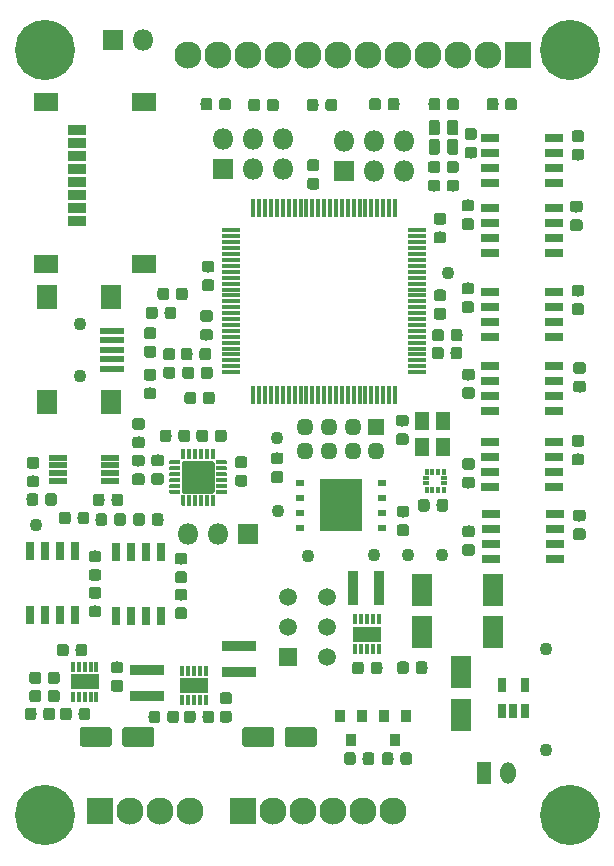
<source format=gbr>
G04 #@! TF.GenerationSoftware,KiCad,Pcbnew,(5.1.2)-1*
G04 #@! TF.CreationDate,2019-06-23T17:44:29+01:00*
G04 #@! TF.ProjectId,daq,6461712e-6b69-4636-9164-5f7063625858,rev?*
G04 #@! TF.SameCoordinates,Original*
G04 #@! TF.FileFunction,Soldermask,Top*
G04 #@! TF.FilePolarity,Negative*
%FSLAX46Y46*%
G04 Gerber Fmt 4.6, Leading zero omitted, Abs format (unit mm)*
G04 Created by KiCad (PCBNEW (5.1.2)-1) date 2019-06-23 17:44:29*
%MOMM*%
%LPD*%
G04 APERTURE LIST*
%ADD10O,1.800000X1.800000*%
%ADD11R,1.800000X1.800000*%
%ADD12C,0.100000*%
%ADD13C,1.700000*%
%ADD14C,2.300000*%
%ADD15R,2.300000X2.300000*%
%ADD16C,0.700000*%
%ADD17R,1.300000X0.700000*%
%ADD18R,0.380000X0.900000*%
%ADD19C,0.975000*%
%ADD20R,3.000000X0.900000*%
%ADD21C,1.500000*%
%ADD22R,1.500000X1.500000*%
%ADD23C,1.100000*%
%ADD24R,0.900000X3.000000*%
%ADD25R,0.380000X1.600000*%
%ADD26R,1.600000X0.380000*%
%ADD27R,0.450000X0.475000*%
%ADD28R,0.475000X0.450000*%
%ADD29R,0.650000X0.600000*%
%ADD30R,3.550000X4.450000*%
%ADD31R,1.450000X1.450000*%
%ADD32O,1.450000X1.450000*%
%ADD33R,1.650000X0.700000*%
%ADD34R,1.550000X0.550000*%
%ADD35R,0.900000X1.000000*%
%ADD36R,2.100000X1.550000*%
%ADD37R,1.600000X0.900000*%
%ADD38R,2.100000X0.600000*%
%ADD39R,1.800000X2.100000*%
%ADD40R,1.300000X1.500000*%
%ADD41R,0.750000X1.160000*%
%ADD42C,0.350000*%
%ADD43C,2.800000*%
%ADD44C,0.950000*%
%ADD45C,5.100000*%
%ADD46R,1.700000X2.700000*%
%ADD47R,1.300000X1.850000*%
%ADD48O,1.300000X1.850000*%
%ADD49R,0.700000X1.650000*%
G04 APERTURE END LIST*
D10*
X71151000Y-150786000D03*
X73691000Y-150786000D03*
D11*
X76231000Y-150786000D03*
D12*
G36*
X68091411Y-167137279D02*
G01*
X68117196Y-167141104D01*
X68142482Y-167147438D01*
X68167025Y-167156219D01*
X68190590Y-167167365D01*
X68212948Y-167180766D01*
X68233886Y-167196294D01*
X68253200Y-167213800D01*
X68270706Y-167233114D01*
X68286234Y-167254052D01*
X68299635Y-167276410D01*
X68310781Y-167299975D01*
X68319562Y-167324518D01*
X68325896Y-167349804D01*
X68329721Y-167375589D01*
X68331000Y-167401625D01*
X68331000Y-168570375D01*
X68329721Y-168596411D01*
X68325896Y-168622196D01*
X68319562Y-168647482D01*
X68310781Y-168672025D01*
X68299635Y-168695590D01*
X68286234Y-168717948D01*
X68270706Y-168738886D01*
X68253200Y-168758200D01*
X68233886Y-168775706D01*
X68212948Y-168791234D01*
X68190590Y-168804635D01*
X68167025Y-168815781D01*
X68142482Y-168824562D01*
X68117196Y-168830896D01*
X68091411Y-168834721D01*
X68065375Y-168836000D01*
X65896625Y-168836000D01*
X65870589Y-168834721D01*
X65844804Y-168830896D01*
X65819518Y-168824562D01*
X65794975Y-168815781D01*
X65771410Y-168804635D01*
X65749052Y-168791234D01*
X65728114Y-168775706D01*
X65708800Y-168758200D01*
X65691294Y-168738886D01*
X65675766Y-168717948D01*
X65662365Y-168695590D01*
X65651219Y-168672025D01*
X65642438Y-168647482D01*
X65636104Y-168622196D01*
X65632279Y-168596411D01*
X65631000Y-168570375D01*
X65631000Y-167401625D01*
X65632279Y-167375589D01*
X65636104Y-167349804D01*
X65642438Y-167324518D01*
X65651219Y-167299975D01*
X65662365Y-167276410D01*
X65675766Y-167254052D01*
X65691294Y-167233114D01*
X65708800Y-167213800D01*
X65728114Y-167196294D01*
X65749052Y-167180766D01*
X65771410Y-167167365D01*
X65794975Y-167156219D01*
X65819518Y-167147438D01*
X65844804Y-167141104D01*
X65870589Y-167137279D01*
X65896625Y-167136000D01*
X68065375Y-167136000D01*
X68091411Y-167137279D01*
X68091411Y-167137279D01*
G37*
D13*
X66981000Y-167986000D03*
D12*
G36*
X64491411Y-167137279D02*
G01*
X64517196Y-167141104D01*
X64542482Y-167147438D01*
X64567025Y-167156219D01*
X64590590Y-167167365D01*
X64612948Y-167180766D01*
X64633886Y-167196294D01*
X64653200Y-167213800D01*
X64670706Y-167233114D01*
X64686234Y-167254052D01*
X64699635Y-167276410D01*
X64710781Y-167299975D01*
X64719562Y-167324518D01*
X64725896Y-167349804D01*
X64729721Y-167375589D01*
X64731000Y-167401625D01*
X64731000Y-168570375D01*
X64729721Y-168596411D01*
X64725896Y-168622196D01*
X64719562Y-168647482D01*
X64710781Y-168672025D01*
X64699635Y-168695590D01*
X64686234Y-168717948D01*
X64670706Y-168738886D01*
X64653200Y-168758200D01*
X64633886Y-168775706D01*
X64612948Y-168791234D01*
X64590590Y-168804635D01*
X64567025Y-168815781D01*
X64542482Y-168824562D01*
X64517196Y-168830896D01*
X64491411Y-168834721D01*
X64465375Y-168836000D01*
X62296625Y-168836000D01*
X62270589Y-168834721D01*
X62244804Y-168830896D01*
X62219518Y-168824562D01*
X62194975Y-168815781D01*
X62171410Y-168804635D01*
X62149052Y-168791234D01*
X62128114Y-168775706D01*
X62108800Y-168758200D01*
X62091294Y-168738886D01*
X62075766Y-168717948D01*
X62062365Y-168695590D01*
X62051219Y-168672025D01*
X62042438Y-168647482D01*
X62036104Y-168622196D01*
X62032279Y-168596411D01*
X62031000Y-168570375D01*
X62031000Y-167401625D01*
X62032279Y-167375589D01*
X62036104Y-167349804D01*
X62042438Y-167324518D01*
X62051219Y-167299975D01*
X62062365Y-167276410D01*
X62075766Y-167254052D01*
X62091294Y-167233114D01*
X62108800Y-167213800D01*
X62128114Y-167196294D01*
X62149052Y-167180766D01*
X62171410Y-167167365D01*
X62194975Y-167156219D01*
X62219518Y-167147438D01*
X62244804Y-167141104D01*
X62270589Y-167137279D01*
X62296625Y-167136000D01*
X64465375Y-167136000D01*
X64491411Y-167137279D01*
X64491411Y-167137279D01*
G37*
D13*
X63381000Y-167986000D03*
D12*
G36*
X81841411Y-167137279D02*
G01*
X81867196Y-167141104D01*
X81892482Y-167147438D01*
X81917025Y-167156219D01*
X81940590Y-167167365D01*
X81962948Y-167180766D01*
X81983886Y-167196294D01*
X82003200Y-167213800D01*
X82020706Y-167233114D01*
X82036234Y-167254052D01*
X82049635Y-167276410D01*
X82060781Y-167299975D01*
X82069562Y-167324518D01*
X82075896Y-167349804D01*
X82079721Y-167375589D01*
X82081000Y-167401625D01*
X82081000Y-168570375D01*
X82079721Y-168596411D01*
X82075896Y-168622196D01*
X82069562Y-168647482D01*
X82060781Y-168672025D01*
X82049635Y-168695590D01*
X82036234Y-168717948D01*
X82020706Y-168738886D01*
X82003200Y-168758200D01*
X81983886Y-168775706D01*
X81962948Y-168791234D01*
X81940590Y-168804635D01*
X81917025Y-168815781D01*
X81892482Y-168824562D01*
X81867196Y-168830896D01*
X81841411Y-168834721D01*
X81815375Y-168836000D01*
X79646625Y-168836000D01*
X79620589Y-168834721D01*
X79594804Y-168830896D01*
X79569518Y-168824562D01*
X79544975Y-168815781D01*
X79521410Y-168804635D01*
X79499052Y-168791234D01*
X79478114Y-168775706D01*
X79458800Y-168758200D01*
X79441294Y-168738886D01*
X79425766Y-168717948D01*
X79412365Y-168695590D01*
X79401219Y-168672025D01*
X79392438Y-168647482D01*
X79386104Y-168622196D01*
X79382279Y-168596411D01*
X79381000Y-168570375D01*
X79381000Y-167401625D01*
X79382279Y-167375589D01*
X79386104Y-167349804D01*
X79392438Y-167324518D01*
X79401219Y-167299975D01*
X79412365Y-167276410D01*
X79425766Y-167254052D01*
X79441294Y-167233114D01*
X79458800Y-167213800D01*
X79478114Y-167196294D01*
X79499052Y-167180766D01*
X79521410Y-167167365D01*
X79544975Y-167156219D01*
X79569518Y-167147438D01*
X79594804Y-167141104D01*
X79620589Y-167137279D01*
X79646625Y-167136000D01*
X81815375Y-167136000D01*
X81841411Y-167137279D01*
X81841411Y-167137279D01*
G37*
D13*
X80731000Y-167986000D03*
D12*
G36*
X78241411Y-167137279D02*
G01*
X78267196Y-167141104D01*
X78292482Y-167147438D01*
X78317025Y-167156219D01*
X78340590Y-167167365D01*
X78362948Y-167180766D01*
X78383886Y-167196294D01*
X78403200Y-167213800D01*
X78420706Y-167233114D01*
X78436234Y-167254052D01*
X78449635Y-167276410D01*
X78460781Y-167299975D01*
X78469562Y-167324518D01*
X78475896Y-167349804D01*
X78479721Y-167375589D01*
X78481000Y-167401625D01*
X78481000Y-168570375D01*
X78479721Y-168596411D01*
X78475896Y-168622196D01*
X78469562Y-168647482D01*
X78460781Y-168672025D01*
X78449635Y-168695590D01*
X78436234Y-168717948D01*
X78420706Y-168738886D01*
X78403200Y-168758200D01*
X78383886Y-168775706D01*
X78362948Y-168791234D01*
X78340590Y-168804635D01*
X78317025Y-168815781D01*
X78292482Y-168824562D01*
X78267196Y-168830896D01*
X78241411Y-168834721D01*
X78215375Y-168836000D01*
X76046625Y-168836000D01*
X76020589Y-168834721D01*
X75994804Y-168830896D01*
X75969518Y-168824562D01*
X75944975Y-168815781D01*
X75921410Y-168804635D01*
X75899052Y-168791234D01*
X75878114Y-168775706D01*
X75858800Y-168758200D01*
X75841294Y-168738886D01*
X75825766Y-168717948D01*
X75812365Y-168695590D01*
X75801219Y-168672025D01*
X75792438Y-168647482D01*
X75786104Y-168622196D01*
X75782279Y-168596411D01*
X75781000Y-168570375D01*
X75781000Y-167401625D01*
X75782279Y-167375589D01*
X75786104Y-167349804D01*
X75792438Y-167324518D01*
X75801219Y-167299975D01*
X75812365Y-167276410D01*
X75825766Y-167254052D01*
X75841294Y-167233114D01*
X75858800Y-167213800D01*
X75878114Y-167196294D01*
X75899052Y-167180766D01*
X75921410Y-167167365D01*
X75944975Y-167156219D01*
X75969518Y-167147438D01*
X75994804Y-167141104D01*
X76020589Y-167137279D01*
X76046625Y-167136000D01*
X78215375Y-167136000D01*
X78241411Y-167137279D01*
X78241411Y-167137279D01*
G37*
D13*
X77131000Y-167986000D03*
D14*
X88531000Y-174236000D03*
X85991000Y-174236000D03*
X83451000Y-174236000D03*
X80911000Y-174236000D03*
X78371000Y-174236000D03*
D15*
X75831000Y-174236000D03*
D14*
X71351000Y-174244000D03*
X68811000Y-174244000D03*
X66271000Y-174244000D03*
D15*
X63731000Y-174244000D03*
D16*
X62431000Y-163336000D03*
X61681000Y-163336000D03*
X63181000Y-163336000D03*
D17*
X61831000Y-163636000D03*
X63031000Y-163636000D03*
X61831000Y-163036000D03*
X63031000Y-163036000D03*
D18*
X63431000Y-164586000D03*
X62931000Y-164586000D03*
X62431000Y-164586000D03*
X61931000Y-164586000D03*
X61431000Y-164586000D03*
X61431000Y-162086000D03*
X61931000Y-162086000D03*
X62431000Y-162086000D03*
X62931000Y-162086000D03*
X63431000Y-162086000D03*
D16*
X71681000Y-163636000D03*
X70931000Y-163636000D03*
X72431000Y-163636000D03*
D17*
X71081000Y-163936000D03*
X72281000Y-163936000D03*
X71081000Y-163336000D03*
X72281000Y-163336000D03*
D18*
X72681000Y-164886000D03*
X72181000Y-164886000D03*
X71681000Y-164886000D03*
X71181000Y-164886000D03*
X70681000Y-164886000D03*
X70681000Y-162386000D03*
X71181000Y-162386000D03*
X71681000Y-162386000D03*
X72181000Y-162386000D03*
X72681000Y-162386000D03*
D12*
G36*
X71598642Y-165762174D02*
G01*
X71622303Y-165765684D01*
X71645507Y-165771496D01*
X71668029Y-165779554D01*
X71689653Y-165789782D01*
X71710170Y-165802079D01*
X71729383Y-165816329D01*
X71747107Y-165832393D01*
X71763171Y-165850117D01*
X71777421Y-165869330D01*
X71789718Y-165889847D01*
X71799946Y-165911471D01*
X71808004Y-165933993D01*
X71813816Y-165957197D01*
X71817326Y-165980858D01*
X71818500Y-166004750D01*
X71818500Y-166567250D01*
X71817326Y-166591142D01*
X71813816Y-166614803D01*
X71808004Y-166638007D01*
X71799946Y-166660529D01*
X71789718Y-166682153D01*
X71777421Y-166702670D01*
X71763171Y-166721883D01*
X71747107Y-166739607D01*
X71729383Y-166755671D01*
X71710170Y-166769921D01*
X71689653Y-166782218D01*
X71668029Y-166792446D01*
X71645507Y-166800504D01*
X71622303Y-166806316D01*
X71598642Y-166809826D01*
X71574750Y-166811000D01*
X71087250Y-166811000D01*
X71063358Y-166809826D01*
X71039697Y-166806316D01*
X71016493Y-166800504D01*
X70993971Y-166792446D01*
X70972347Y-166782218D01*
X70951830Y-166769921D01*
X70932617Y-166755671D01*
X70914893Y-166739607D01*
X70898829Y-166721883D01*
X70884579Y-166702670D01*
X70872282Y-166682153D01*
X70862054Y-166660529D01*
X70853996Y-166638007D01*
X70848184Y-166614803D01*
X70844674Y-166591142D01*
X70843500Y-166567250D01*
X70843500Y-166004750D01*
X70844674Y-165980858D01*
X70848184Y-165957197D01*
X70853996Y-165933993D01*
X70862054Y-165911471D01*
X70872282Y-165889847D01*
X70884579Y-165869330D01*
X70898829Y-165850117D01*
X70914893Y-165832393D01*
X70932617Y-165816329D01*
X70951830Y-165802079D01*
X70972347Y-165789782D01*
X70993971Y-165779554D01*
X71016493Y-165771496D01*
X71039697Y-165765684D01*
X71063358Y-165762174D01*
X71087250Y-165761000D01*
X71574750Y-165761000D01*
X71598642Y-165762174D01*
X71598642Y-165762174D01*
G37*
D19*
X71331000Y-166286000D03*
D12*
G36*
X73173642Y-165762174D02*
G01*
X73197303Y-165765684D01*
X73220507Y-165771496D01*
X73243029Y-165779554D01*
X73264653Y-165789782D01*
X73285170Y-165802079D01*
X73304383Y-165816329D01*
X73322107Y-165832393D01*
X73338171Y-165850117D01*
X73352421Y-165869330D01*
X73364718Y-165889847D01*
X73374946Y-165911471D01*
X73383004Y-165933993D01*
X73388816Y-165957197D01*
X73392326Y-165980858D01*
X73393500Y-166004750D01*
X73393500Y-166567250D01*
X73392326Y-166591142D01*
X73388816Y-166614803D01*
X73383004Y-166638007D01*
X73374946Y-166660529D01*
X73364718Y-166682153D01*
X73352421Y-166702670D01*
X73338171Y-166721883D01*
X73322107Y-166739607D01*
X73304383Y-166755671D01*
X73285170Y-166769921D01*
X73264653Y-166782218D01*
X73243029Y-166792446D01*
X73220507Y-166800504D01*
X73197303Y-166806316D01*
X73173642Y-166809826D01*
X73149750Y-166811000D01*
X72662250Y-166811000D01*
X72638358Y-166809826D01*
X72614697Y-166806316D01*
X72591493Y-166800504D01*
X72568971Y-166792446D01*
X72547347Y-166782218D01*
X72526830Y-166769921D01*
X72507617Y-166755671D01*
X72489893Y-166739607D01*
X72473829Y-166721883D01*
X72459579Y-166702670D01*
X72447282Y-166682153D01*
X72437054Y-166660529D01*
X72428996Y-166638007D01*
X72423184Y-166614803D01*
X72419674Y-166591142D01*
X72418500Y-166567250D01*
X72418500Y-166004750D01*
X72419674Y-165980858D01*
X72423184Y-165957197D01*
X72428996Y-165933993D01*
X72437054Y-165911471D01*
X72447282Y-165889847D01*
X72459579Y-165869330D01*
X72473829Y-165850117D01*
X72489893Y-165832393D01*
X72507617Y-165816329D01*
X72526830Y-165802079D01*
X72547347Y-165789782D01*
X72568971Y-165779554D01*
X72591493Y-165771496D01*
X72614697Y-165765684D01*
X72638358Y-165762174D01*
X72662250Y-165761000D01*
X73149750Y-165761000D01*
X73173642Y-165762174D01*
X73173642Y-165762174D01*
G37*
D19*
X72906000Y-166286000D03*
D12*
G36*
X74686142Y-165799674D02*
G01*
X74709803Y-165803184D01*
X74733007Y-165808996D01*
X74755529Y-165817054D01*
X74777153Y-165827282D01*
X74797670Y-165839579D01*
X74816883Y-165853829D01*
X74834607Y-165869893D01*
X74850671Y-165887617D01*
X74864921Y-165906830D01*
X74877218Y-165927347D01*
X74887446Y-165948971D01*
X74895504Y-165971493D01*
X74901316Y-165994697D01*
X74904826Y-166018358D01*
X74906000Y-166042250D01*
X74906000Y-166529750D01*
X74904826Y-166553642D01*
X74901316Y-166577303D01*
X74895504Y-166600507D01*
X74887446Y-166623029D01*
X74877218Y-166644653D01*
X74864921Y-166665170D01*
X74850671Y-166684383D01*
X74834607Y-166702107D01*
X74816883Y-166718171D01*
X74797670Y-166732421D01*
X74777153Y-166744718D01*
X74755529Y-166754946D01*
X74733007Y-166763004D01*
X74709803Y-166768816D01*
X74686142Y-166772326D01*
X74662250Y-166773500D01*
X74099750Y-166773500D01*
X74075858Y-166772326D01*
X74052197Y-166768816D01*
X74028993Y-166763004D01*
X74006471Y-166754946D01*
X73984847Y-166744718D01*
X73964330Y-166732421D01*
X73945117Y-166718171D01*
X73927393Y-166702107D01*
X73911329Y-166684383D01*
X73897079Y-166665170D01*
X73884782Y-166644653D01*
X73874554Y-166623029D01*
X73866496Y-166600507D01*
X73860684Y-166577303D01*
X73857174Y-166553642D01*
X73856000Y-166529750D01*
X73856000Y-166042250D01*
X73857174Y-166018358D01*
X73860684Y-165994697D01*
X73866496Y-165971493D01*
X73874554Y-165948971D01*
X73884782Y-165927347D01*
X73897079Y-165906830D01*
X73911329Y-165887617D01*
X73927393Y-165869893D01*
X73945117Y-165853829D01*
X73964330Y-165839579D01*
X73984847Y-165827282D01*
X74006471Y-165817054D01*
X74028993Y-165808996D01*
X74052197Y-165803184D01*
X74075858Y-165799674D01*
X74099750Y-165798500D01*
X74662250Y-165798500D01*
X74686142Y-165799674D01*
X74686142Y-165799674D01*
G37*
D19*
X74381000Y-166286000D03*
D12*
G36*
X74686142Y-164224674D02*
G01*
X74709803Y-164228184D01*
X74733007Y-164233996D01*
X74755529Y-164242054D01*
X74777153Y-164252282D01*
X74797670Y-164264579D01*
X74816883Y-164278829D01*
X74834607Y-164294893D01*
X74850671Y-164312617D01*
X74864921Y-164331830D01*
X74877218Y-164352347D01*
X74887446Y-164373971D01*
X74895504Y-164396493D01*
X74901316Y-164419697D01*
X74904826Y-164443358D01*
X74906000Y-164467250D01*
X74906000Y-164954750D01*
X74904826Y-164978642D01*
X74901316Y-165002303D01*
X74895504Y-165025507D01*
X74887446Y-165048029D01*
X74877218Y-165069653D01*
X74864921Y-165090170D01*
X74850671Y-165109383D01*
X74834607Y-165127107D01*
X74816883Y-165143171D01*
X74797670Y-165157421D01*
X74777153Y-165169718D01*
X74755529Y-165179946D01*
X74733007Y-165188004D01*
X74709803Y-165193816D01*
X74686142Y-165197326D01*
X74662250Y-165198500D01*
X74099750Y-165198500D01*
X74075858Y-165197326D01*
X74052197Y-165193816D01*
X74028993Y-165188004D01*
X74006471Y-165179946D01*
X73984847Y-165169718D01*
X73964330Y-165157421D01*
X73945117Y-165143171D01*
X73927393Y-165127107D01*
X73911329Y-165109383D01*
X73897079Y-165090170D01*
X73884782Y-165069653D01*
X73874554Y-165048029D01*
X73866496Y-165025507D01*
X73860684Y-165002303D01*
X73857174Y-164978642D01*
X73856000Y-164954750D01*
X73856000Y-164467250D01*
X73857174Y-164443358D01*
X73860684Y-164419697D01*
X73866496Y-164396493D01*
X73874554Y-164373971D01*
X73884782Y-164352347D01*
X73897079Y-164331830D01*
X73911329Y-164312617D01*
X73927393Y-164294893D01*
X73945117Y-164278829D01*
X73964330Y-164264579D01*
X73984847Y-164252282D01*
X74006471Y-164242054D01*
X74028993Y-164233996D01*
X74052197Y-164228184D01*
X74075858Y-164224674D01*
X74099750Y-164223500D01*
X74662250Y-164223500D01*
X74686142Y-164224674D01*
X74686142Y-164224674D01*
G37*
D19*
X74381000Y-164711000D03*
D12*
G36*
X58123642Y-165512174D02*
G01*
X58147303Y-165515684D01*
X58170507Y-165521496D01*
X58193029Y-165529554D01*
X58214653Y-165539782D01*
X58235170Y-165552079D01*
X58254383Y-165566329D01*
X58272107Y-165582393D01*
X58288171Y-165600117D01*
X58302421Y-165619330D01*
X58314718Y-165639847D01*
X58324946Y-165661471D01*
X58333004Y-165683993D01*
X58338816Y-165707197D01*
X58342326Y-165730858D01*
X58343500Y-165754750D01*
X58343500Y-166317250D01*
X58342326Y-166341142D01*
X58338816Y-166364803D01*
X58333004Y-166388007D01*
X58324946Y-166410529D01*
X58314718Y-166432153D01*
X58302421Y-166452670D01*
X58288171Y-166471883D01*
X58272107Y-166489607D01*
X58254383Y-166505671D01*
X58235170Y-166519921D01*
X58214653Y-166532218D01*
X58193029Y-166542446D01*
X58170507Y-166550504D01*
X58147303Y-166556316D01*
X58123642Y-166559826D01*
X58099750Y-166561000D01*
X57612250Y-166561000D01*
X57588358Y-166559826D01*
X57564697Y-166556316D01*
X57541493Y-166550504D01*
X57518971Y-166542446D01*
X57497347Y-166532218D01*
X57476830Y-166519921D01*
X57457617Y-166505671D01*
X57439893Y-166489607D01*
X57423829Y-166471883D01*
X57409579Y-166452670D01*
X57397282Y-166432153D01*
X57387054Y-166410529D01*
X57378996Y-166388007D01*
X57373184Y-166364803D01*
X57369674Y-166341142D01*
X57368500Y-166317250D01*
X57368500Y-165754750D01*
X57369674Y-165730858D01*
X57373184Y-165707197D01*
X57378996Y-165683993D01*
X57387054Y-165661471D01*
X57397282Y-165639847D01*
X57409579Y-165619330D01*
X57423829Y-165600117D01*
X57439893Y-165582393D01*
X57457617Y-165566329D01*
X57476830Y-165552079D01*
X57497347Y-165539782D01*
X57518971Y-165529554D01*
X57541493Y-165521496D01*
X57564697Y-165515684D01*
X57588358Y-165512174D01*
X57612250Y-165511000D01*
X58099750Y-165511000D01*
X58123642Y-165512174D01*
X58123642Y-165512174D01*
G37*
D19*
X57856000Y-166036000D03*
D12*
G36*
X59698642Y-165512174D02*
G01*
X59722303Y-165515684D01*
X59745507Y-165521496D01*
X59768029Y-165529554D01*
X59789653Y-165539782D01*
X59810170Y-165552079D01*
X59829383Y-165566329D01*
X59847107Y-165582393D01*
X59863171Y-165600117D01*
X59877421Y-165619330D01*
X59889718Y-165639847D01*
X59899946Y-165661471D01*
X59908004Y-165683993D01*
X59913816Y-165707197D01*
X59917326Y-165730858D01*
X59918500Y-165754750D01*
X59918500Y-166317250D01*
X59917326Y-166341142D01*
X59913816Y-166364803D01*
X59908004Y-166388007D01*
X59899946Y-166410529D01*
X59889718Y-166432153D01*
X59877421Y-166452670D01*
X59863171Y-166471883D01*
X59847107Y-166489607D01*
X59829383Y-166505671D01*
X59810170Y-166519921D01*
X59789653Y-166532218D01*
X59768029Y-166542446D01*
X59745507Y-166550504D01*
X59722303Y-166556316D01*
X59698642Y-166559826D01*
X59674750Y-166561000D01*
X59187250Y-166561000D01*
X59163358Y-166559826D01*
X59139697Y-166556316D01*
X59116493Y-166550504D01*
X59093971Y-166542446D01*
X59072347Y-166532218D01*
X59051830Y-166519921D01*
X59032617Y-166505671D01*
X59014893Y-166489607D01*
X58998829Y-166471883D01*
X58984579Y-166452670D01*
X58972282Y-166432153D01*
X58962054Y-166410529D01*
X58953996Y-166388007D01*
X58948184Y-166364803D01*
X58944674Y-166341142D01*
X58943500Y-166317250D01*
X58943500Y-165754750D01*
X58944674Y-165730858D01*
X58948184Y-165707197D01*
X58953996Y-165683993D01*
X58962054Y-165661471D01*
X58972282Y-165639847D01*
X58984579Y-165619330D01*
X58998829Y-165600117D01*
X59014893Y-165582393D01*
X59032617Y-165566329D01*
X59051830Y-165552079D01*
X59072347Y-165539782D01*
X59093971Y-165529554D01*
X59116493Y-165521496D01*
X59139697Y-165515684D01*
X59163358Y-165512174D01*
X59187250Y-165511000D01*
X59674750Y-165511000D01*
X59698642Y-165512174D01*
X59698642Y-165512174D01*
G37*
D19*
X59431000Y-166036000D03*
D12*
G36*
X61111142Y-165512174D02*
G01*
X61134803Y-165515684D01*
X61158007Y-165521496D01*
X61180529Y-165529554D01*
X61202153Y-165539782D01*
X61222670Y-165552079D01*
X61241883Y-165566329D01*
X61259607Y-165582393D01*
X61275671Y-165600117D01*
X61289921Y-165619330D01*
X61302218Y-165639847D01*
X61312446Y-165661471D01*
X61320504Y-165683993D01*
X61326316Y-165707197D01*
X61329826Y-165730858D01*
X61331000Y-165754750D01*
X61331000Y-166317250D01*
X61329826Y-166341142D01*
X61326316Y-166364803D01*
X61320504Y-166388007D01*
X61312446Y-166410529D01*
X61302218Y-166432153D01*
X61289921Y-166452670D01*
X61275671Y-166471883D01*
X61259607Y-166489607D01*
X61241883Y-166505671D01*
X61222670Y-166519921D01*
X61202153Y-166532218D01*
X61180529Y-166542446D01*
X61158007Y-166550504D01*
X61134803Y-166556316D01*
X61111142Y-166559826D01*
X61087250Y-166561000D01*
X60599750Y-166561000D01*
X60575858Y-166559826D01*
X60552197Y-166556316D01*
X60528993Y-166550504D01*
X60506471Y-166542446D01*
X60484847Y-166532218D01*
X60464330Y-166519921D01*
X60445117Y-166505671D01*
X60427393Y-166489607D01*
X60411329Y-166471883D01*
X60397079Y-166452670D01*
X60384782Y-166432153D01*
X60374554Y-166410529D01*
X60366496Y-166388007D01*
X60360684Y-166364803D01*
X60357174Y-166341142D01*
X60356000Y-166317250D01*
X60356000Y-165754750D01*
X60357174Y-165730858D01*
X60360684Y-165707197D01*
X60366496Y-165683993D01*
X60374554Y-165661471D01*
X60384782Y-165639847D01*
X60397079Y-165619330D01*
X60411329Y-165600117D01*
X60427393Y-165582393D01*
X60445117Y-165566329D01*
X60464330Y-165552079D01*
X60484847Y-165539782D01*
X60506471Y-165529554D01*
X60528993Y-165521496D01*
X60552197Y-165515684D01*
X60575858Y-165512174D01*
X60599750Y-165511000D01*
X61087250Y-165511000D01*
X61111142Y-165512174D01*
X61111142Y-165512174D01*
G37*
D19*
X60843500Y-166036000D03*
D12*
G36*
X62686142Y-165512174D02*
G01*
X62709803Y-165515684D01*
X62733007Y-165521496D01*
X62755529Y-165529554D01*
X62777153Y-165539782D01*
X62797670Y-165552079D01*
X62816883Y-165566329D01*
X62834607Y-165582393D01*
X62850671Y-165600117D01*
X62864921Y-165619330D01*
X62877218Y-165639847D01*
X62887446Y-165661471D01*
X62895504Y-165683993D01*
X62901316Y-165707197D01*
X62904826Y-165730858D01*
X62906000Y-165754750D01*
X62906000Y-166317250D01*
X62904826Y-166341142D01*
X62901316Y-166364803D01*
X62895504Y-166388007D01*
X62887446Y-166410529D01*
X62877218Y-166432153D01*
X62864921Y-166452670D01*
X62850671Y-166471883D01*
X62834607Y-166489607D01*
X62816883Y-166505671D01*
X62797670Y-166519921D01*
X62777153Y-166532218D01*
X62755529Y-166542446D01*
X62733007Y-166550504D01*
X62709803Y-166556316D01*
X62686142Y-166559826D01*
X62662250Y-166561000D01*
X62174750Y-166561000D01*
X62150858Y-166559826D01*
X62127197Y-166556316D01*
X62103993Y-166550504D01*
X62081471Y-166542446D01*
X62059847Y-166532218D01*
X62039330Y-166519921D01*
X62020117Y-166505671D01*
X62002393Y-166489607D01*
X61986329Y-166471883D01*
X61972079Y-166452670D01*
X61959782Y-166432153D01*
X61949554Y-166410529D01*
X61941496Y-166388007D01*
X61935684Y-166364803D01*
X61932174Y-166341142D01*
X61931000Y-166317250D01*
X61931000Y-165754750D01*
X61932174Y-165730858D01*
X61935684Y-165707197D01*
X61941496Y-165683993D01*
X61949554Y-165661471D01*
X61959782Y-165639847D01*
X61972079Y-165619330D01*
X61986329Y-165600117D01*
X62002393Y-165582393D01*
X62020117Y-165566329D01*
X62039330Y-165552079D01*
X62059847Y-165539782D01*
X62081471Y-165529554D01*
X62103993Y-165521496D01*
X62127197Y-165515684D01*
X62150858Y-165512174D01*
X62174750Y-165511000D01*
X62662250Y-165511000D01*
X62686142Y-165512174D01*
X62686142Y-165512174D01*
G37*
D19*
X62418500Y-166036000D03*
D12*
G36*
X58511142Y-162462174D02*
G01*
X58534803Y-162465684D01*
X58558007Y-162471496D01*
X58580529Y-162479554D01*
X58602153Y-162489782D01*
X58622670Y-162502079D01*
X58641883Y-162516329D01*
X58659607Y-162532393D01*
X58675671Y-162550117D01*
X58689921Y-162569330D01*
X58702218Y-162589847D01*
X58712446Y-162611471D01*
X58720504Y-162633993D01*
X58726316Y-162657197D01*
X58729826Y-162680858D01*
X58731000Y-162704750D01*
X58731000Y-163267250D01*
X58729826Y-163291142D01*
X58726316Y-163314803D01*
X58720504Y-163338007D01*
X58712446Y-163360529D01*
X58702218Y-163382153D01*
X58689921Y-163402670D01*
X58675671Y-163421883D01*
X58659607Y-163439607D01*
X58641883Y-163455671D01*
X58622670Y-163469921D01*
X58602153Y-163482218D01*
X58580529Y-163492446D01*
X58558007Y-163500504D01*
X58534803Y-163506316D01*
X58511142Y-163509826D01*
X58487250Y-163511000D01*
X57999750Y-163511000D01*
X57975858Y-163509826D01*
X57952197Y-163506316D01*
X57928993Y-163500504D01*
X57906471Y-163492446D01*
X57884847Y-163482218D01*
X57864330Y-163469921D01*
X57845117Y-163455671D01*
X57827393Y-163439607D01*
X57811329Y-163421883D01*
X57797079Y-163402670D01*
X57784782Y-163382153D01*
X57774554Y-163360529D01*
X57766496Y-163338007D01*
X57760684Y-163314803D01*
X57757174Y-163291142D01*
X57756000Y-163267250D01*
X57756000Y-162704750D01*
X57757174Y-162680858D01*
X57760684Y-162657197D01*
X57766496Y-162633993D01*
X57774554Y-162611471D01*
X57784782Y-162589847D01*
X57797079Y-162569330D01*
X57811329Y-162550117D01*
X57827393Y-162532393D01*
X57845117Y-162516329D01*
X57864330Y-162502079D01*
X57884847Y-162489782D01*
X57906471Y-162479554D01*
X57928993Y-162471496D01*
X57952197Y-162465684D01*
X57975858Y-162462174D01*
X57999750Y-162461000D01*
X58487250Y-162461000D01*
X58511142Y-162462174D01*
X58511142Y-162462174D01*
G37*
D19*
X58243500Y-162986000D03*
D12*
G36*
X60086142Y-162462174D02*
G01*
X60109803Y-162465684D01*
X60133007Y-162471496D01*
X60155529Y-162479554D01*
X60177153Y-162489782D01*
X60197670Y-162502079D01*
X60216883Y-162516329D01*
X60234607Y-162532393D01*
X60250671Y-162550117D01*
X60264921Y-162569330D01*
X60277218Y-162589847D01*
X60287446Y-162611471D01*
X60295504Y-162633993D01*
X60301316Y-162657197D01*
X60304826Y-162680858D01*
X60306000Y-162704750D01*
X60306000Y-163267250D01*
X60304826Y-163291142D01*
X60301316Y-163314803D01*
X60295504Y-163338007D01*
X60287446Y-163360529D01*
X60277218Y-163382153D01*
X60264921Y-163402670D01*
X60250671Y-163421883D01*
X60234607Y-163439607D01*
X60216883Y-163455671D01*
X60197670Y-163469921D01*
X60177153Y-163482218D01*
X60155529Y-163492446D01*
X60133007Y-163500504D01*
X60109803Y-163506316D01*
X60086142Y-163509826D01*
X60062250Y-163511000D01*
X59574750Y-163511000D01*
X59550858Y-163509826D01*
X59527197Y-163506316D01*
X59503993Y-163500504D01*
X59481471Y-163492446D01*
X59459847Y-163482218D01*
X59439330Y-163469921D01*
X59420117Y-163455671D01*
X59402393Y-163439607D01*
X59386329Y-163421883D01*
X59372079Y-163402670D01*
X59359782Y-163382153D01*
X59349554Y-163360529D01*
X59341496Y-163338007D01*
X59335684Y-163314803D01*
X59332174Y-163291142D01*
X59331000Y-163267250D01*
X59331000Y-162704750D01*
X59332174Y-162680858D01*
X59335684Y-162657197D01*
X59341496Y-162633993D01*
X59349554Y-162611471D01*
X59359782Y-162589847D01*
X59372079Y-162569330D01*
X59386329Y-162550117D01*
X59402393Y-162532393D01*
X59420117Y-162516329D01*
X59439330Y-162502079D01*
X59459847Y-162489782D01*
X59481471Y-162479554D01*
X59503993Y-162471496D01*
X59527197Y-162465684D01*
X59550858Y-162462174D01*
X59574750Y-162461000D01*
X60062250Y-162461000D01*
X60086142Y-162462174D01*
X60086142Y-162462174D01*
G37*
D19*
X59818500Y-162986000D03*
D20*
X67731000Y-164536000D03*
X67731000Y-162336000D03*
X75481000Y-162486000D03*
X75481000Y-160286000D03*
D12*
G36*
X68611142Y-165762174D02*
G01*
X68634803Y-165765684D01*
X68658007Y-165771496D01*
X68680529Y-165779554D01*
X68702153Y-165789782D01*
X68722670Y-165802079D01*
X68741883Y-165816329D01*
X68759607Y-165832393D01*
X68775671Y-165850117D01*
X68789921Y-165869330D01*
X68802218Y-165889847D01*
X68812446Y-165911471D01*
X68820504Y-165933993D01*
X68826316Y-165957197D01*
X68829826Y-165980858D01*
X68831000Y-166004750D01*
X68831000Y-166567250D01*
X68829826Y-166591142D01*
X68826316Y-166614803D01*
X68820504Y-166638007D01*
X68812446Y-166660529D01*
X68802218Y-166682153D01*
X68789921Y-166702670D01*
X68775671Y-166721883D01*
X68759607Y-166739607D01*
X68741883Y-166755671D01*
X68722670Y-166769921D01*
X68702153Y-166782218D01*
X68680529Y-166792446D01*
X68658007Y-166800504D01*
X68634803Y-166806316D01*
X68611142Y-166809826D01*
X68587250Y-166811000D01*
X68099750Y-166811000D01*
X68075858Y-166809826D01*
X68052197Y-166806316D01*
X68028993Y-166800504D01*
X68006471Y-166792446D01*
X67984847Y-166782218D01*
X67964330Y-166769921D01*
X67945117Y-166755671D01*
X67927393Y-166739607D01*
X67911329Y-166721883D01*
X67897079Y-166702670D01*
X67884782Y-166682153D01*
X67874554Y-166660529D01*
X67866496Y-166638007D01*
X67860684Y-166614803D01*
X67857174Y-166591142D01*
X67856000Y-166567250D01*
X67856000Y-166004750D01*
X67857174Y-165980858D01*
X67860684Y-165957197D01*
X67866496Y-165933993D01*
X67874554Y-165911471D01*
X67884782Y-165889847D01*
X67897079Y-165869330D01*
X67911329Y-165850117D01*
X67927393Y-165832393D01*
X67945117Y-165816329D01*
X67964330Y-165802079D01*
X67984847Y-165789782D01*
X68006471Y-165779554D01*
X68028993Y-165771496D01*
X68052197Y-165765684D01*
X68075858Y-165762174D01*
X68099750Y-165761000D01*
X68587250Y-165761000D01*
X68611142Y-165762174D01*
X68611142Y-165762174D01*
G37*
D19*
X68343500Y-166286000D03*
D12*
G36*
X70186142Y-165762174D02*
G01*
X70209803Y-165765684D01*
X70233007Y-165771496D01*
X70255529Y-165779554D01*
X70277153Y-165789782D01*
X70297670Y-165802079D01*
X70316883Y-165816329D01*
X70334607Y-165832393D01*
X70350671Y-165850117D01*
X70364921Y-165869330D01*
X70377218Y-165889847D01*
X70387446Y-165911471D01*
X70395504Y-165933993D01*
X70401316Y-165957197D01*
X70404826Y-165980858D01*
X70406000Y-166004750D01*
X70406000Y-166567250D01*
X70404826Y-166591142D01*
X70401316Y-166614803D01*
X70395504Y-166638007D01*
X70387446Y-166660529D01*
X70377218Y-166682153D01*
X70364921Y-166702670D01*
X70350671Y-166721883D01*
X70334607Y-166739607D01*
X70316883Y-166755671D01*
X70297670Y-166769921D01*
X70277153Y-166782218D01*
X70255529Y-166792446D01*
X70233007Y-166800504D01*
X70209803Y-166806316D01*
X70186142Y-166809826D01*
X70162250Y-166811000D01*
X69674750Y-166811000D01*
X69650858Y-166809826D01*
X69627197Y-166806316D01*
X69603993Y-166800504D01*
X69581471Y-166792446D01*
X69559847Y-166782218D01*
X69539330Y-166769921D01*
X69520117Y-166755671D01*
X69502393Y-166739607D01*
X69486329Y-166721883D01*
X69472079Y-166702670D01*
X69459782Y-166682153D01*
X69449554Y-166660529D01*
X69441496Y-166638007D01*
X69435684Y-166614803D01*
X69432174Y-166591142D01*
X69431000Y-166567250D01*
X69431000Y-166004750D01*
X69432174Y-165980858D01*
X69435684Y-165957197D01*
X69441496Y-165933993D01*
X69449554Y-165911471D01*
X69459782Y-165889847D01*
X69472079Y-165869330D01*
X69486329Y-165850117D01*
X69502393Y-165832393D01*
X69520117Y-165816329D01*
X69539330Y-165802079D01*
X69559847Y-165789782D01*
X69581471Y-165779554D01*
X69603993Y-165771496D01*
X69627197Y-165765684D01*
X69650858Y-165762174D01*
X69674750Y-165761000D01*
X70162250Y-165761000D01*
X70186142Y-165762174D01*
X70186142Y-165762174D01*
G37*
D19*
X69918500Y-166286000D03*
D12*
G36*
X65486142Y-163187174D02*
G01*
X65509803Y-163190684D01*
X65533007Y-163196496D01*
X65555529Y-163204554D01*
X65577153Y-163214782D01*
X65597670Y-163227079D01*
X65616883Y-163241329D01*
X65634607Y-163257393D01*
X65650671Y-163275117D01*
X65664921Y-163294330D01*
X65677218Y-163314847D01*
X65687446Y-163336471D01*
X65695504Y-163358993D01*
X65701316Y-163382197D01*
X65704826Y-163405858D01*
X65706000Y-163429750D01*
X65706000Y-163917250D01*
X65704826Y-163941142D01*
X65701316Y-163964803D01*
X65695504Y-163988007D01*
X65687446Y-164010529D01*
X65677218Y-164032153D01*
X65664921Y-164052670D01*
X65650671Y-164071883D01*
X65634607Y-164089607D01*
X65616883Y-164105671D01*
X65597670Y-164119921D01*
X65577153Y-164132218D01*
X65555529Y-164142446D01*
X65533007Y-164150504D01*
X65509803Y-164156316D01*
X65486142Y-164159826D01*
X65462250Y-164161000D01*
X64899750Y-164161000D01*
X64875858Y-164159826D01*
X64852197Y-164156316D01*
X64828993Y-164150504D01*
X64806471Y-164142446D01*
X64784847Y-164132218D01*
X64764330Y-164119921D01*
X64745117Y-164105671D01*
X64727393Y-164089607D01*
X64711329Y-164071883D01*
X64697079Y-164052670D01*
X64684782Y-164032153D01*
X64674554Y-164010529D01*
X64666496Y-163988007D01*
X64660684Y-163964803D01*
X64657174Y-163941142D01*
X64656000Y-163917250D01*
X64656000Y-163429750D01*
X64657174Y-163405858D01*
X64660684Y-163382197D01*
X64666496Y-163358993D01*
X64674554Y-163336471D01*
X64684782Y-163314847D01*
X64697079Y-163294330D01*
X64711329Y-163275117D01*
X64727393Y-163257393D01*
X64745117Y-163241329D01*
X64764330Y-163227079D01*
X64784847Y-163214782D01*
X64806471Y-163204554D01*
X64828993Y-163196496D01*
X64852197Y-163190684D01*
X64875858Y-163187174D01*
X64899750Y-163186000D01*
X65462250Y-163186000D01*
X65486142Y-163187174D01*
X65486142Y-163187174D01*
G37*
D19*
X65181000Y-163673500D03*
D12*
G36*
X65486142Y-161612174D02*
G01*
X65509803Y-161615684D01*
X65533007Y-161621496D01*
X65555529Y-161629554D01*
X65577153Y-161639782D01*
X65597670Y-161652079D01*
X65616883Y-161666329D01*
X65634607Y-161682393D01*
X65650671Y-161700117D01*
X65664921Y-161719330D01*
X65677218Y-161739847D01*
X65687446Y-161761471D01*
X65695504Y-161783993D01*
X65701316Y-161807197D01*
X65704826Y-161830858D01*
X65706000Y-161854750D01*
X65706000Y-162342250D01*
X65704826Y-162366142D01*
X65701316Y-162389803D01*
X65695504Y-162413007D01*
X65687446Y-162435529D01*
X65677218Y-162457153D01*
X65664921Y-162477670D01*
X65650671Y-162496883D01*
X65634607Y-162514607D01*
X65616883Y-162530671D01*
X65597670Y-162544921D01*
X65577153Y-162557218D01*
X65555529Y-162567446D01*
X65533007Y-162575504D01*
X65509803Y-162581316D01*
X65486142Y-162584826D01*
X65462250Y-162586000D01*
X64899750Y-162586000D01*
X64875858Y-162584826D01*
X64852197Y-162581316D01*
X64828993Y-162575504D01*
X64806471Y-162567446D01*
X64784847Y-162557218D01*
X64764330Y-162544921D01*
X64745117Y-162530671D01*
X64727393Y-162514607D01*
X64711329Y-162496883D01*
X64697079Y-162477670D01*
X64684782Y-162457153D01*
X64674554Y-162435529D01*
X64666496Y-162413007D01*
X64660684Y-162389803D01*
X64657174Y-162366142D01*
X64656000Y-162342250D01*
X64656000Y-161854750D01*
X64657174Y-161830858D01*
X64660684Y-161807197D01*
X64666496Y-161783993D01*
X64674554Y-161761471D01*
X64684782Y-161739847D01*
X64697079Y-161719330D01*
X64711329Y-161700117D01*
X64727393Y-161682393D01*
X64745117Y-161666329D01*
X64764330Y-161652079D01*
X64784847Y-161639782D01*
X64806471Y-161629554D01*
X64828993Y-161621496D01*
X64852197Y-161615684D01*
X64875858Y-161612174D01*
X64899750Y-161611000D01*
X65462250Y-161611000D01*
X65486142Y-161612174D01*
X65486142Y-161612174D01*
G37*
D19*
X65181000Y-162098500D03*
D12*
G36*
X60086142Y-164012174D02*
G01*
X60109803Y-164015684D01*
X60133007Y-164021496D01*
X60155529Y-164029554D01*
X60177153Y-164039782D01*
X60197670Y-164052079D01*
X60216883Y-164066329D01*
X60234607Y-164082393D01*
X60250671Y-164100117D01*
X60264921Y-164119330D01*
X60277218Y-164139847D01*
X60287446Y-164161471D01*
X60295504Y-164183993D01*
X60301316Y-164207197D01*
X60304826Y-164230858D01*
X60306000Y-164254750D01*
X60306000Y-164817250D01*
X60304826Y-164841142D01*
X60301316Y-164864803D01*
X60295504Y-164888007D01*
X60287446Y-164910529D01*
X60277218Y-164932153D01*
X60264921Y-164952670D01*
X60250671Y-164971883D01*
X60234607Y-164989607D01*
X60216883Y-165005671D01*
X60197670Y-165019921D01*
X60177153Y-165032218D01*
X60155529Y-165042446D01*
X60133007Y-165050504D01*
X60109803Y-165056316D01*
X60086142Y-165059826D01*
X60062250Y-165061000D01*
X59574750Y-165061000D01*
X59550858Y-165059826D01*
X59527197Y-165056316D01*
X59503993Y-165050504D01*
X59481471Y-165042446D01*
X59459847Y-165032218D01*
X59439330Y-165019921D01*
X59420117Y-165005671D01*
X59402393Y-164989607D01*
X59386329Y-164971883D01*
X59372079Y-164952670D01*
X59359782Y-164932153D01*
X59349554Y-164910529D01*
X59341496Y-164888007D01*
X59335684Y-164864803D01*
X59332174Y-164841142D01*
X59331000Y-164817250D01*
X59331000Y-164254750D01*
X59332174Y-164230858D01*
X59335684Y-164207197D01*
X59341496Y-164183993D01*
X59349554Y-164161471D01*
X59359782Y-164139847D01*
X59372079Y-164119330D01*
X59386329Y-164100117D01*
X59402393Y-164082393D01*
X59420117Y-164066329D01*
X59439330Y-164052079D01*
X59459847Y-164039782D01*
X59481471Y-164029554D01*
X59503993Y-164021496D01*
X59527197Y-164015684D01*
X59550858Y-164012174D01*
X59574750Y-164011000D01*
X60062250Y-164011000D01*
X60086142Y-164012174D01*
X60086142Y-164012174D01*
G37*
D19*
X59818500Y-164536000D03*
D12*
G36*
X58511142Y-164012174D02*
G01*
X58534803Y-164015684D01*
X58558007Y-164021496D01*
X58580529Y-164029554D01*
X58602153Y-164039782D01*
X58622670Y-164052079D01*
X58641883Y-164066329D01*
X58659607Y-164082393D01*
X58675671Y-164100117D01*
X58689921Y-164119330D01*
X58702218Y-164139847D01*
X58712446Y-164161471D01*
X58720504Y-164183993D01*
X58726316Y-164207197D01*
X58729826Y-164230858D01*
X58731000Y-164254750D01*
X58731000Y-164817250D01*
X58729826Y-164841142D01*
X58726316Y-164864803D01*
X58720504Y-164888007D01*
X58712446Y-164910529D01*
X58702218Y-164932153D01*
X58689921Y-164952670D01*
X58675671Y-164971883D01*
X58659607Y-164989607D01*
X58641883Y-165005671D01*
X58622670Y-165019921D01*
X58602153Y-165032218D01*
X58580529Y-165042446D01*
X58558007Y-165050504D01*
X58534803Y-165056316D01*
X58511142Y-165059826D01*
X58487250Y-165061000D01*
X57999750Y-165061000D01*
X57975858Y-165059826D01*
X57952197Y-165056316D01*
X57928993Y-165050504D01*
X57906471Y-165042446D01*
X57884847Y-165032218D01*
X57864330Y-165019921D01*
X57845117Y-165005671D01*
X57827393Y-164989607D01*
X57811329Y-164971883D01*
X57797079Y-164952670D01*
X57784782Y-164932153D01*
X57774554Y-164910529D01*
X57766496Y-164888007D01*
X57760684Y-164864803D01*
X57757174Y-164841142D01*
X57756000Y-164817250D01*
X57756000Y-164254750D01*
X57757174Y-164230858D01*
X57760684Y-164207197D01*
X57766496Y-164183993D01*
X57774554Y-164161471D01*
X57784782Y-164139847D01*
X57797079Y-164119330D01*
X57811329Y-164100117D01*
X57827393Y-164082393D01*
X57845117Y-164066329D01*
X57864330Y-164052079D01*
X57884847Y-164039782D01*
X57906471Y-164029554D01*
X57928993Y-164021496D01*
X57952197Y-164015684D01*
X57975858Y-164012174D01*
X57999750Y-164011000D01*
X58487250Y-164011000D01*
X58511142Y-164012174D01*
X58511142Y-164012174D01*
G37*
D19*
X58243500Y-164536000D03*
D12*
G36*
X60848642Y-160112174D02*
G01*
X60872303Y-160115684D01*
X60895507Y-160121496D01*
X60918029Y-160129554D01*
X60939653Y-160139782D01*
X60960170Y-160152079D01*
X60979383Y-160166329D01*
X60997107Y-160182393D01*
X61013171Y-160200117D01*
X61027421Y-160219330D01*
X61039718Y-160239847D01*
X61049946Y-160261471D01*
X61058004Y-160283993D01*
X61063816Y-160307197D01*
X61067326Y-160330858D01*
X61068500Y-160354750D01*
X61068500Y-160917250D01*
X61067326Y-160941142D01*
X61063816Y-160964803D01*
X61058004Y-160988007D01*
X61049946Y-161010529D01*
X61039718Y-161032153D01*
X61027421Y-161052670D01*
X61013171Y-161071883D01*
X60997107Y-161089607D01*
X60979383Y-161105671D01*
X60960170Y-161119921D01*
X60939653Y-161132218D01*
X60918029Y-161142446D01*
X60895507Y-161150504D01*
X60872303Y-161156316D01*
X60848642Y-161159826D01*
X60824750Y-161161000D01*
X60337250Y-161161000D01*
X60313358Y-161159826D01*
X60289697Y-161156316D01*
X60266493Y-161150504D01*
X60243971Y-161142446D01*
X60222347Y-161132218D01*
X60201830Y-161119921D01*
X60182617Y-161105671D01*
X60164893Y-161089607D01*
X60148829Y-161071883D01*
X60134579Y-161052670D01*
X60122282Y-161032153D01*
X60112054Y-161010529D01*
X60103996Y-160988007D01*
X60098184Y-160964803D01*
X60094674Y-160941142D01*
X60093500Y-160917250D01*
X60093500Y-160354750D01*
X60094674Y-160330858D01*
X60098184Y-160307197D01*
X60103996Y-160283993D01*
X60112054Y-160261471D01*
X60122282Y-160239847D01*
X60134579Y-160219330D01*
X60148829Y-160200117D01*
X60164893Y-160182393D01*
X60182617Y-160166329D01*
X60201830Y-160152079D01*
X60222347Y-160139782D01*
X60243971Y-160129554D01*
X60266493Y-160121496D01*
X60289697Y-160115684D01*
X60313358Y-160112174D01*
X60337250Y-160111000D01*
X60824750Y-160111000D01*
X60848642Y-160112174D01*
X60848642Y-160112174D01*
G37*
D19*
X60581000Y-160636000D03*
D12*
G36*
X62423642Y-160112174D02*
G01*
X62447303Y-160115684D01*
X62470507Y-160121496D01*
X62493029Y-160129554D01*
X62514653Y-160139782D01*
X62535170Y-160152079D01*
X62554383Y-160166329D01*
X62572107Y-160182393D01*
X62588171Y-160200117D01*
X62602421Y-160219330D01*
X62614718Y-160239847D01*
X62624946Y-160261471D01*
X62633004Y-160283993D01*
X62638816Y-160307197D01*
X62642326Y-160330858D01*
X62643500Y-160354750D01*
X62643500Y-160917250D01*
X62642326Y-160941142D01*
X62638816Y-160964803D01*
X62633004Y-160988007D01*
X62624946Y-161010529D01*
X62614718Y-161032153D01*
X62602421Y-161052670D01*
X62588171Y-161071883D01*
X62572107Y-161089607D01*
X62554383Y-161105671D01*
X62535170Y-161119921D01*
X62514653Y-161132218D01*
X62493029Y-161142446D01*
X62470507Y-161150504D01*
X62447303Y-161156316D01*
X62423642Y-161159826D01*
X62399750Y-161161000D01*
X61912250Y-161161000D01*
X61888358Y-161159826D01*
X61864697Y-161156316D01*
X61841493Y-161150504D01*
X61818971Y-161142446D01*
X61797347Y-161132218D01*
X61776830Y-161119921D01*
X61757617Y-161105671D01*
X61739893Y-161089607D01*
X61723829Y-161071883D01*
X61709579Y-161052670D01*
X61697282Y-161032153D01*
X61687054Y-161010529D01*
X61678996Y-160988007D01*
X61673184Y-160964803D01*
X61669674Y-160941142D01*
X61668500Y-160917250D01*
X61668500Y-160354750D01*
X61669674Y-160330858D01*
X61673184Y-160307197D01*
X61678996Y-160283993D01*
X61687054Y-160261471D01*
X61697282Y-160239847D01*
X61709579Y-160219330D01*
X61723829Y-160200117D01*
X61739893Y-160182393D01*
X61757617Y-160166329D01*
X61776830Y-160152079D01*
X61797347Y-160139782D01*
X61818971Y-160129554D01*
X61841493Y-160121496D01*
X61864697Y-160115684D01*
X61888358Y-160112174D01*
X61912250Y-160111000D01*
X62399750Y-160111000D01*
X62423642Y-160112174D01*
X62423642Y-160112174D01*
G37*
D19*
X62156000Y-160636000D03*
D21*
X82931000Y-156186000D03*
X82931000Y-158686000D03*
X82931000Y-161186000D03*
X79631000Y-156186000D03*
X79631000Y-158686000D03*
D22*
X79631000Y-161186000D03*
D23*
X92710000Y-152619000D03*
D24*
X85158400Y-155346400D03*
X87358400Y-155346400D03*
D12*
G36*
X85840142Y-161629774D02*
G01*
X85863803Y-161633284D01*
X85887007Y-161639096D01*
X85909529Y-161647154D01*
X85931153Y-161657382D01*
X85951670Y-161669679D01*
X85970883Y-161683929D01*
X85988607Y-161699993D01*
X86004671Y-161717717D01*
X86018921Y-161736930D01*
X86031218Y-161757447D01*
X86041446Y-161779071D01*
X86049504Y-161801593D01*
X86055316Y-161824797D01*
X86058826Y-161848458D01*
X86060000Y-161872350D01*
X86060000Y-162434850D01*
X86058826Y-162458742D01*
X86055316Y-162482403D01*
X86049504Y-162505607D01*
X86041446Y-162528129D01*
X86031218Y-162549753D01*
X86018921Y-162570270D01*
X86004671Y-162589483D01*
X85988607Y-162607207D01*
X85970883Y-162623271D01*
X85951670Y-162637521D01*
X85931153Y-162649818D01*
X85909529Y-162660046D01*
X85887007Y-162668104D01*
X85863803Y-162673916D01*
X85840142Y-162677426D01*
X85816250Y-162678600D01*
X85328750Y-162678600D01*
X85304858Y-162677426D01*
X85281197Y-162673916D01*
X85257993Y-162668104D01*
X85235471Y-162660046D01*
X85213847Y-162649818D01*
X85193330Y-162637521D01*
X85174117Y-162623271D01*
X85156393Y-162607207D01*
X85140329Y-162589483D01*
X85126079Y-162570270D01*
X85113782Y-162549753D01*
X85103554Y-162528129D01*
X85095496Y-162505607D01*
X85089684Y-162482403D01*
X85086174Y-162458742D01*
X85085000Y-162434850D01*
X85085000Y-161872350D01*
X85086174Y-161848458D01*
X85089684Y-161824797D01*
X85095496Y-161801593D01*
X85103554Y-161779071D01*
X85113782Y-161757447D01*
X85126079Y-161736930D01*
X85140329Y-161717717D01*
X85156393Y-161699993D01*
X85174117Y-161683929D01*
X85193330Y-161669679D01*
X85213847Y-161657382D01*
X85235471Y-161647154D01*
X85257993Y-161639096D01*
X85281197Y-161633284D01*
X85304858Y-161629774D01*
X85328750Y-161628600D01*
X85816250Y-161628600D01*
X85840142Y-161629774D01*
X85840142Y-161629774D01*
G37*
D19*
X85572500Y-162153600D03*
D12*
G36*
X87415142Y-161629774D02*
G01*
X87438803Y-161633284D01*
X87462007Y-161639096D01*
X87484529Y-161647154D01*
X87506153Y-161657382D01*
X87526670Y-161669679D01*
X87545883Y-161683929D01*
X87563607Y-161699993D01*
X87579671Y-161717717D01*
X87593921Y-161736930D01*
X87606218Y-161757447D01*
X87616446Y-161779071D01*
X87624504Y-161801593D01*
X87630316Y-161824797D01*
X87633826Y-161848458D01*
X87635000Y-161872350D01*
X87635000Y-162434850D01*
X87633826Y-162458742D01*
X87630316Y-162482403D01*
X87624504Y-162505607D01*
X87616446Y-162528129D01*
X87606218Y-162549753D01*
X87593921Y-162570270D01*
X87579671Y-162589483D01*
X87563607Y-162607207D01*
X87545883Y-162623271D01*
X87526670Y-162637521D01*
X87506153Y-162649818D01*
X87484529Y-162660046D01*
X87462007Y-162668104D01*
X87438803Y-162673916D01*
X87415142Y-162677426D01*
X87391250Y-162678600D01*
X86903750Y-162678600D01*
X86879858Y-162677426D01*
X86856197Y-162673916D01*
X86832993Y-162668104D01*
X86810471Y-162660046D01*
X86788847Y-162649818D01*
X86768330Y-162637521D01*
X86749117Y-162623271D01*
X86731393Y-162607207D01*
X86715329Y-162589483D01*
X86701079Y-162570270D01*
X86688782Y-162549753D01*
X86678554Y-162528129D01*
X86670496Y-162505607D01*
X86664684Y-162482403D01*
X86661174Y-162458742D01*
X86660000Y-162434850D01*
X86660000Y-161872350D01*
X86661174Y-161848458D01*
X86664684Y-161824797D01*
X86670496Y-161801593D01*
X86678554Y-161779071D01*
X86688782Y-161757447D01*
X86701079Y-161736930D01*
X86715329Y-161717717D01*
X86731393Y-161699993D01*
X86749117Y-161683929D01*
X86768330Y-161669679D01*
X86788847Y-161657382D01*
X86810471Y-161647154D01*
X86832993Y-161639096D01*
X86856197Y-161633284D01*
X86879858Y-161629774D01*
X86903750Y-161628600D01*
X87391250Y-161628600D01*
X87415142Y-161629774D01*
X87415142Y-161629774D01*
G37*
D19*
X87147500Y-162153600D03*
D18*
X87324038Y-158041508D03*
X86824038Y-158041508D03*
X86324038Y-158041508D03*
X85824038Y-158041508D03*
X85324038Y-158041508D03*
X85324038Y-160541508D03*
X85824038Y-160541508D03*
X86324038Y-160541508D03*
X86824038Y-160541508D03*
X87324038Y-160541508D03*
D17*
X86924038Y-158991508D03*
X85724038Y-158991508D03*
X86924038Y-159591508D03*
X85724038Y-159591508D03*
D16*
X87074038Y-159291508D03*
X85574038Y-159291508D03*
X86324038Y-159291508D03*
D25*
X76708000Y-123214800D03*
X77208000Y-123214800D03*
X77708000Y-123214800D03*
X78208000Y-123214800D03*
X78708000Y-123214800D03*
X79208000Y-123214800D03*
X79708000Y-123214800D03*
X80208000Y-123214800D03*
X80708000Y-123214800D03*
X81208000Y-123214800D03*
X81708000Y-123214800D03*
X82208000Y-123214800D03*
X82708000Y-123214800D03*
X83208000Y-123214800D03*
X83708000Y-123214800D03*
X84208000Y-123214800D03*
X84708000Y-123214800D03*
X85208000Y-123214800D03*
X85708000Y-123214800D03*
X86208000Y-123214800D03*
X86708000Y-123214800D03*
X87208000Y-123214800D03*
X87708000Y-123214800D03*
X88208000Y-123214800D03*
X88708000Y-123214800D03*
D26*
X90608000Y-125114800D03*
X90608000Y-125614800D03*
X90608000Y-126114800D03*
X90608000Y-126614800D03*
X90608000Y-127114800D03*
X90608000Y-127614800D03*
X90608000Y-128114800D03*
X90608000Y-128614800D03*
X90608000Y-129114800D03*
X90608000Y-129614800D03*
X90608000Y-130114800D03*
X90608000Y-130614800D03*
X90608000Y-131114800D03*
X90608000Y-131614800D03*
X90608000Y-132114800D03*
X90608000Y-132614800D03*
X90608000Y-133114800D03*
X90608000Y-133614800D03*
X90608000Y-134114800D03*
X90608000Y-134614800D03*
X90608000Y-135114800D03*
X90608000Y-135614800D03*
X90608000Y-136114800D03*
X90608000Y-136614800D03*
X90608000Y-137114800D03*
D25*
X88708000Y-139014800D03*
X88208000Y-139014800D03*
X87708000Y-139014800D03*
X87208000Y-139014800D03*
X86708000Y-139014800D03*
X86208000Y-139014800D03*
X85708000Y-139014800D03*
X85208000Y-139014800D03*
X84708000Y-139014800D03*
X84208000Y-139014800D03*
X83708000Y-139014800D03*
X83208000Y-139014800D03*
X82708000Y-139014800D03*
X82208000Y-139014800D03*
X81708000Y-139014800D03*
X81208000Y-139014800D03*
X80708000Y-139014800D03*
X80208000Y-139014800D03*
X79708000Y-139014800D03*
X79208000Y-139014800D03*
X78708000Y-139014800D03*
X78208000Y-139014800D03*
X77708000Y-139014800D03*
X77208000Y-139014800D03*
X76708000Y-139014800D03*
D26*
X74808000Y-137114800D03*
X74808000Y-136614800D03*
X74808000Y-136114800D03*
X74808000Y-135614800D03*
X74808000Y-135114800D03*
X74808000Y-134614800D03*
X74808000Y-134114800D03*
X74808000Y-133614800D03*
X74808000Y-133114800D03*
X74808000Y-132614800D03*
X74808000Y-132114800D03*
X74808000Y-131614800D03*
X74808000Y-131114800D03*
X74808000Y-130614800D03*
X74808000Y-130114800D03*
X74808000Y-129614800D03*
X74808000Y-129114800D03*
X74808000Y-128614800D03*
X74808000Y-128114800D03*
X74808000Y-127614800D03*
X74808000Y-127114800D03*
X74808000Y-126614800D03*
X74808000Y-126114800D03*
X74808000Y-125614800D03*
X74808000Y-125114800D03*
D11*
X64831000Y-108986000D03*
D10*
X67371000Y-108986000D03*
D27*
X92381000Y-145523500D03*
X91881000Y-145523500D03*
X92381000Y-147048500D03*
X91881000Y-147048500D03*
X91381000Y-145523500D03*
X91381000Y-147048500D03*
X92881000Y-145523500D03*
X92881000Y-147048500D03*
D28*
X91368500Y-146036000D03*
X91368500Y-146536000D03*
X92893500Y-146536000D03*
X92893500Y-146036000D03*
D23*
X89789000Y-152619000D03*
D12*
G36*
X95236142Y-138399674D02*
G01*
X95259803Y-138403184D01*
X95283007Y-138408996D01*
X95305529Y-138417054D01*
X95327153Y-138427282D01*
X95347670Y-138439579D01*
X95366883Y-138453829D01*
X95384607Y-138469893D01*
X95400671Y-138487617D01*
X95414921Y-138506830D01*
X95427218Y-138527347D01*
X95437446Y-138548971D01*
X95445504Y-138571493D01*
X95451316Y-138594697D01*
X95454826Y-138618358D01*
X95456000Y-138642250D01*
X95456000Y-139129750D01*
X95454826Y-139153642D01*
X95451316Y-139177303D01*
X95445504Y-139200507D01*
X95437446Y-139223029D01*
X95427218Y-139244653D01*
X95414921Y-139265170D01*
X95400671Y-139284383D01*
X95384607Y-139302107D01*
X95366883Y-139318171D01*
X95347670Y-139332421D01*
X95327153Y-139344718D01*
X95305529Y-139354946D01*
X95283007Y-139363004D01*
X95259803Y-139368816D01*
X95236142Y-139372326D01*
X95212250Y-139373500D01*
X94649750Y-139373500D01*
X94625858Y-139372326D01*
X94602197Y-139368816D01*
X94578993Y-139363004D01*
X94556471Y-139354946D01*
X94534847Y-139344718D01*
X94514330Y-139332421D01*
X94495117Y-139318171D01*
X94477393Y-139302107D01*
X94461329Y-139284383D01*
X94447079Y-139265170D01*
X94434782Y-139244653D01*
X94424554Y-139223029D01*
X94416496Y-139200507D01*
X94410684Y-139177303D01*
X94407174Y-139153642D01*
X94406000Y-139129750D01*
X94406000Y-138642250D01*
X94407174Y-138618358D01*
X94410684Y-138594697D01*
X94416496Y-138571493D01*
X94424554Y-138548971D01*
X94434782Y-138527347D01*
X94447079Y-138506830D01*
X94461329Y-138487617D01*
X94477393Y-138469893D01*
X94495117Y-138453829D01*
X94514330Y-138439579D01*
X94534847Y-138427282D01*
X94556471Y-138417054D01*
X94578993Y-138408996D01*
X94602197Y-138403184D01*
X94625858Y-138399674D01*
X94649750Y-138398500D01*
X95212250Y-138398500D01*
X95236142Y-138399674D01*
X95236142Y-138399674D01*
G37*
D19*
X94931000Y-138886000D03*
D12*
G36*
X95236142Y-136824674D02*
G01*
X95259803Y-136828184D01*
X95283007Y-136833996D01*
X95305529Y-136842054D01*
X95327153Y-136852282D01*
X95347670Y-136864579D01*
X95366883Y-136878829D01*
X95384607Y-136894893D01*
X95400671Y-136912617D01*
X95414921Y-136931830D01*
X95427218Y-136952347D01*
X95437446Y-136973971D01*
X95445504Y-136996493D01*
X95451316Y-137019697D01*
X95454826Y-137043358D01*
X95456000Y-137067250D01*
X95456000Y-137554750D01*
X95454826Y-137578642D01*
X95451316Y-137602303D01*
X95445504Y-137625507D01*
X95437446Y-137648029D01*
X95427218Y-137669653D01*
X95414921Y-137690170D01*
X95400671Y-137709383D01*
X95384607Y-137727107D01*
X95366883Y-137743171D01*
X95347670Y-137757421D01*
X95327153Y-137769718D01*
X95305529Y-137779946D01*
X95283007Y-137788004D01*
X95259803Y-137793816D01*
X95236142Y-137797326D01*
X95212250Y-137798500D01*
X94649750Y-137798500D01*
X94625858Y-137797326D01*
X94602197Y-137793816D01*
X94578993Y-137788004D01*
X94556471Y-137779946D01*
X94534847Y-137769718D01*
X94514330Y-137757421D01*
X94495117Y-137743171D01*
X94477393Y-137727107D01*
X94461329Y-137709383D01*
X94447079Y-137690170D01*
X94434782Y-137669653D01*
X94424554Y-137648029D01*
X94416496Y-137625507D01*
X94410684Y-137602303D01*
X94407174Y-137578642D01*
X94406000Y-137554750D01*
X94406000Y-137067250D01*
X94407174Y-137043358D01*
X94410684Y-137019697D01*
X94416496Y-136996493D01*
X94424554Y-136973971D01*
X94434782Y-136952347D01*
X94447079Y-136931830D01*
X94461329Y-136912617D01*
X94477393Y-136894893D01*
X94495117Y-136878829D01*
X94514330Y-136864579D01*
X94534847Y-136852282D01*
X94556471Y-136842054D01*
X94578993Y-136833996D01*
X94602197Y-136828184D01*
X94625858Y-136824674D01*
X94649750Y-136823500D01*
X95212250Y-136823500D01*
X95236142Y-136824674D01*
X95236142Y-136824674D01*
G37*
D19*
X94931000Y-137311000D03*
D12*
G36*
X92986142Y-147862174D02*
G01*
X93009803Y-147865684D01*
X93033007Y-147871496D01*
X93055529Y-147879554D01*
X93077153Y-147889782D01*
X93097670Y-147902079D01*
X93116883Y-147916329D01*
X93134607Y-147932393D01*
X93150671Y-147950117D01*
X93164921Y-147969330D01*
X93177218Y-147989847D01*
X93187446Y-148011471D01*
X93195504Y-148033993D01*
X93201316Y-148057197D01*
X93204826Y-148080858D01*
X93206000Y-148104750D01*
X93206000Y-148667250D01*
X93204826Y-148691142D01*
X93201316Y-148714803D01*
X93195504Y-148738007D01*
X93187446Y-148760529D01*
X93177218Y-148782153D01*
X93164921Y-148802670D01*
X93150671Y-148821883D01*
X93134607Y-148839607D01*
X93116883Y-148855671D01*
X93097670Y-148869921D01*
X93077153Y-148882218D01*
X93055529Y-148892446D01*
X93033007Y-148900504D01*
X93009803Y-148906316D01*
X92986142Y-148909826D01*
X92962250Y-148911000D01*
X92474750Y-148911000D01*
X92450858Y-148909826D01*
X92427197Y-148906316D01*
X92403993Y-148900504D01*
X92381471Y-148892446D01*
X92359847Y-148882218D01*
X92339330Y-148869921D01*
X92320117Y-148855671D01*
X92302393Y-148839607D01*
X92286329Y-148821883D01*
X92272079Y-148802670D01*
X92259782Y-148782153D01*
X92249554Y-148760529D01*
X92241496Y-148738007D01*
X92235684Y-148714803D01*
X92232174Y-148691142D01*
X92231000Y-148667250D01*
X92231000Y-148104750D01*
X92232174Y-148080858D01*
X92235684Y-148057197D01*
X92241496Y-148033993D01*
X92249554Y-148011471D01*
X92259782Y-147989847D01*
X92272079Y-147969330D01*
X92286329Y-147950117D01*
X92302393Y-147932393D01*
X92320117Y-147916329D01*
X92339330Y-147902079D01*
X92359847Y-147889782D01*
X92381471Y-147879554D01*
X92403993Y-147871496D01*
X92427197Y-147865684D01*
X92450858Y-147862174D01*
X92474750Y-147861000D01*
X92962250Y-147861000D01*
X92986142Y-147862174D01*
X92986142Y-147862174D01*
G37*
D19*
X92718500Y-148386000D03*
D12*
G36*
X91411142Y-147862174D02*
G01*
X91434803Y-147865684D01*
X91458007Y-147871496D01*
X91480529Y-147879554D01*
X91502153Y-147889782D01*
X91522670Y-147902079D01*
X91541883Y-147916329D01*
X91559607Y-147932393D01*
X91575671Y-147950117D01*
X91589921Y-147969330D01*
X91602218Y-147989847D01*
X91612446Y-148011471D01*
X91620504Y-148033993D01*
X91626316Y-148057197D01*
X91629826Y-148080858D01*
X91631000Y-148104750D01*
X91631000Y-148667250D01*
X91629826Y-148691142D01*
X91626316Y-148714803D01*
X91620504Y-148738007D01*
X91612446Y-148760529D01*
X91602218Y-148782153D01*
X91589921Y-148802670D01*
X91575671Y-148821883D01*
X91559607Y-148839607D01*
X91541883Y-148855671D01*
X91522670Y-148869921D01*
X91502153Y-148882218D01*
X91480529Y-148892446D01*
X91458007Y-148900504D01*
X91434803Y-148906316D01*
X91411142Y-148909826D01*
X91387250Y-148911000D01*
X90899750Y-148911000D01*
X90875858Y-148909826D01*
X90852197Y-148906316D01*
X90828993Y-148900504D01*
X90806471Y-148892446D01*
X90784847Y-148882218D01*
X90764330Y-148869921D01*
X90745117Y-148855671D01*
X90727393Y-148839607D01*
X90711329Y-148821883D01*
X90697079Y-148802670D01*
X90684782Y-148782153D01*
X90674554Y-148760529D01*
X90666496Y-148738007D01*
X90660684Y-148714803D01*
X90657174Y-148691142D01*
X90656000Y-148667250D01*
X90656000Y-148104750D01*
X90657174Y-148080858D01*
X90660684Y-148057197D01*
X90666496Y-148033993D01*
X90674554Y-148011471D01*
X90684782Y-147989847D01*
X90697079Y-147969330D01*
X90711329Y-147950117D01*
X90727393Y-147932393D01*
X90745117Y-147916329D01*
X90764330Y-147902079D01*
X90784847Y-147889782D01*
X90806471Y-147879554D01*
X90828993Y-147871496D01*
X90852197Y-147865684D01*
X90875858Y-147862174D01*
X90899750Y-147861000D01*
X91387250Y-147861000D01*
X91411142Y-147862174D01*
X91411142Y-147862174D01*
G37*
D19*
X91143500Y-148386000D03*
D12*
G36*
X92598642Y-134962174D02*
G01*
X92622303Y-134965684D01*
X92645507Y-134971496D01*
X92668029Y-134979554D01*
X92689653Y-134989782D01*
X92710170Y-135002079D01*
X92729383Y-135016329D01*
X92747107Y-135032393D01*
X92763171Y-135050117D01*
X92777421Y-135069330D01*
X92789718Y-135089847D01*
X92799946Y-135111471D01*
X92808004Y-135133993D01*
X92813816Y-135157197D01*
X92817326Y-135180858D01*
X92818500Y-135204750D01*
X92818500Y-135767250D01*
X92817326Y-135791142D01*
X92813816Y-135814803D01*
X92808004Y-135838007D01*
X92799946Y-135860529D01*
X92789718Y-135882153D01*
X92777421Y-135902670D01*
X92763171Y-135921883D01*
X92747107Y-135939607D01*
X92729383Y-135955671D01*
X92710170Y-135969921D01*
X92689653Y-135982218D01*
X92668029Y-135992446D01*
X92645507Y-136000504D01*
X92622303Y-136006316D01*
X92598642Y-136009826D01*
X92574750Y-136011000D01*
X92087250Y-136011000D01*
X92063358Y-136009826D01*
X92039697Y-136006316D01*
X92016493Y-136000504D01*
X91993971Y-135992446D01*
X91972347Y-135982218D01*
X91951830Y-135969921D01*
X91932617Y-135955671D01*
X91914893Y-135939607D01*
X91898829Y-135921883D01*
X91884579Y-135902670D01*
X91872282Y-135882153D01*
X91862054Y-135860529D01*
X91853996Y-135838007D01*
X91848184Y-135814803D01*
X91844674Y-135791142D01*
X91843500Y-135767250D01*
X91843500Y-135204750D01*
X91844674Y-135180858D01*
X91848184Y-135157197D01*
X91853996Y-135133993D01*
X91862054Y-135111471D01*
X91872282Y-135089847D01*
X91884579Y-135069330D01*
X91898829Y-135050117D01*
X91914893Y-135032393D01*
X91932617Y-135016329D01*
X91951830Y-135002079D01*
X91972347Y-134989782D01*
X91993971Y-134979554D01*
X92016493Y-134971496D01*
X92039697Y-134965684D01*
X92063358Y-134962174D01*
X92087250Y-134961000D01*
X92574750Y-134961000D01*
X92598642Y-134962174D01*
X92598642Y-134962174D01*
G37*
D19*
X92331000Y-135486000D03*
D12*
G36*
X94173642Y-134962174D02*
G01*
X94197303Y-134965684D01*
X94220507Y-134971496D01*
X94243029Y-134979554D01*
X94264653Y-134989782D01*
X94285170Y-135002079D01*
X94304383Y-135016329D01*
X94322107Y-135032393D01*
X94338171Y-135050117D01*
X94352421Y-135069330D01*
X94364718Y-135089847D01*
X94374946Y-135111471D01*
X94383004Y-135133993D01*
X94388816Y-135157197D01*
X94392326Y-135180858D01*
X94393500Y-135204750D01*
X94393500Y-135767250D01*
X94392326Y-135791142D01*
X94388816Y-135814803D01*
X94383004Y-135838007D01*
X94374946Y-135860529D01*
X94364718Y-135882153D01*
X94352421Y-135902670D01*
X94338171Y-135921883D01*
X94322107Y-135939607D01*
X94304383Y-135955671D01*
X94285170Y-135969921D01*
X94264653Y-135982218D01*
X94243029Y-135992446D01*
X94220507Y-136000504D01*
X94197303Y-136006316D01*
X94173642Y-136009826D01*
X94149750Y-136011000D01*
X93662250Y-136011000D01*
X93638358Y-136009826D01*
X93614697Y-136006316D01*
X93591493Y-136000504D01*
X93568971Y-135992446D01*
X93547347Y-135982218D01*
X93526830Y-135969921D01*
X93507617Y-135955671D01*
X93489893Y-135939607D01*
X93473829Y-135921883D01*
X93459579Y-135902670D01*
X93447282Y-135882153D01*
X93437054Y-135860529D01*
X93428996Y-135838007D01*
X93423184Y-135814803D01*
X93419674Y-135791142D01*
X93418500Y-135767250D01*
X93418500Y-135204750D01*
X93419674Y-135180858D01*
X93423184Y-135157197D01*
X93428996Y-135133993D01*
X93437054Y-135111471D01*
X93447282Y-135089847D01*
X93459579Y-135069330D01*
X93473829Y-135050117D01*
X93489893Y-135032393D01*
X93507617Y-135016329D01*
X93526830Y-135002079D01*
X93547347Y-134989782D01*
X93568971Y-134979554D01*
X93591493Y-134971496D01*
X93614697Y-134965684D01*
X93638358Y-134962174D01*
X93662250Y-134961000D01*
X94149750Y-134961000D01*
X94173642Y-134962174D01*
X94173642Y-134962174D01*
G37*
D19*
X93906000Y-135486000D03*
D12*
G36*
X94198642Y-133462174D02*
G01*
X94222303Y-133465684D01*
X94245507Y-133471496D01*
X94268029Y-133479554D01*
X94289653Y-133489782D01*
X94310170Y-133502079D01*
X94329383Y-133516329D01*
X94347107Y-133532393D01*
X94363171Y-133550117D01*
X94377421Y-133569330D01*
X94389718Y-133589847D01*
X94399946Y-133611471D01*
X94408004Y-133633993D01*
X94413816Y-133657197D01*
X94417326Y-133680858D01*
X94418500Y-133704750D01*
X94418500Y-134267250D01*
X94417326Y-134291142D01*
X94413816Y-134314803D01*
X94408004Y-134338007D01*
X94399946Y-134360529D01*
X94389718Y-134382153D01*
X94377421Y-134402670D01*
X94363171Y-134421883D01*
X94347107Y-134439607D01*
X94329383Y-134455671D01*
X94310170Y-134469921D01*
X94289653Y-134482218D01*
X94268029Y-134492446D01*
X94245507Y-134500504D01*
X94222303Y-134506316D01*
X94198642Y-134509826D01*
X94174750Y-134511000D01*
X93687250Y-134511000D01*
X93663358Y-134509826D01*
X93639697Y-134506316D01*
X93616493Y-134500504D01*
X93593971Y-134492446D01*
X93572347Y-134482218D01*
X93551830Y-134469921D01*
X93532617Y-134455671D01*
X93514893Y-134439607D01*
X93498829Y-134421883D01*
X93484579Y-134402670D01*
X93472282Y-134382153D01*
X93462054Y-134360529D01*
X93453996Y-134338007D01*
X93448184Y-134314803D01*
X93444674Y-134291142D01*
X93443500Y-134267250D01*
X93443500Y-133704750D01*
X93444674Y-133680858D01*
X93448184Y-133657197D01*
X93453996Y-133633993D01*
X93462054Y-133611471D01*
X93472282Y-133589847D01*
X93484579Y-133569330D01*
X93498829Y-133550117D01*
X93514893Y-133532393D01*
X93532617Y-133516329D01*
X93551830Y-133502079D01*
X93572347Y-133489782D01*
X93593971Y-133479554D01*
X93616493Y-133471496D01*
X93639697Y-133465684D01*
X93663358Y-133462174D01*
X93687250Y-133461000D01*
X94174750Y-133461000D01*
X94198642Y-133462174D01*
X94198642Y-133462174D01*
G37*
D19*
X93931000Y-133986000D03*
D12*
G36*
X92623642Y-133462174D02*
G01*
X92647303Y-133465684D01*
X92670507Y-133471496D01*
X92693029Y-133479554D01*
X92714653Y-133489782D01*
X92735170Y-133502079D01*
X92754383Y-133516329D01*
X92772107Y-133532393D01*
X92788171Y-133550117D01*
X92802421Y-133569330D01*
X92814718Y-133589847D01*
X92824946Y-133611471D01*
X92833004Y-133633993D01*
X92838816Y-133657197D01*
X92842326Y-133680858D01*
X92843500Y-133704750D01*
X92843500Y-134267250D01*
X92842326Y-134291142D01*
X92838816Y-134314803D01*
X92833004Y-134338007D01*
X92824946Y-134360529D01*
X92814718Y-134382153D01*
X92802421Y-134402670D01*
X92788171Y-134421883D01*
X92772107Y-134439607D01*
X92754383Y-134455671D01*
X92735170Y-134469921D01*
X92714653Y-134482218D01*
X92693029Y-134492446D01*
X92670507Y-134500504D01*
X92647303Y-134506316D01*
X92623642Y-134509826D01*
X92599750Y-134511000D01*
X92112250Y-134511000D01*
X92088358Y-134509826D01*
X92064697Y-134506316D01*
X92041493Y-134500504D01*
X92018971Y-134492446D01*
X91997347Y-134482218D01*
X91976830Y-134469921D01*
X91957617Y-134455671D01*
X91939893Y-134439607D01*
X91923829Y-134421883D01*
X91909579Y-134402670D01*
X91897282Y-134382153D01*
X91887054Y-134360529D01*
X91878996Y-134338007D01*
X91873184Y-134314803D01*
X91869674Y-134291142D01*
X91868500Y-134267250D01*
X91868500Y-133704750D01*
X91869674Y-133680858D01*
X91873184Y-133657197D01*
X91878996Y-133633993D01*
X91887054Y-133611471D01*
X91897282Y-133589847D01*
X91909579Y-133569330D01*
X91923829Y-133550117D01*
X91939893Y-133532393D01*
X91957617Y-133516329D01*
X91976830Y-133502079D01*
X91997347Y-133489782D01*
X92018971Y-133479554D01*
X92041493Y-133471496D01*
X92064697Y-133465684D01*
X92088358Y-133462174D01*
X92112250Y-133461000D01*
X92599750Y-133461000D01*
X92623642Y-133462174D01*
X92623642Y-133462174D01*
G37*
D19*
X92356000Y-133986000D03*
D12*
G36*
X89686142Y-149999674D02*
G01*
X89709803Y-150003184D01*
X89733007Y-150008996D01*
X89755529Y-150017054D01*
X89777153Y-150027282D01*
X89797670Y-150039579D01*
X89816883Y-150053829D01*
X89834607Y-150069893D01*
X89850671Y-150087617D01*
X89864921Y-150106830D01*
X89877218Y-150127347D01*
X89887446Y-150148971D01*
X89895504Y-150171493D01*
X89901316Y-150194697D01*
X89904826Y-150218358D01*
X89906000Y-150242250D01*
X89906000Y-150729750D01*
X89904826Y-150753642D01*
X89901316Y-150777303D01*
X89895504Y-150800507D01*
X89887446Y-150823029D01*
X89877218Y-150844653D01*
X89864921Y-150865170D01*
X89850671Y-150884383D01*
X89834607Y-150902107D01*
X89816883Y-150918171D01*
X89797670Y-150932421D01*
X89777153Y-150944718D01*
X89755529Y-150954946D01*
X89733007Y-150963004D01*
X89709803Y-150968816D01*
X89686142Y-150972326D01*
X89662250Y-150973500D01*
X89099750Y-150973500D01*
X89075858Y-150972326D01*
X89052197Y-150968816D01*
X89028993Y-150963004D01*
X89006471Y-150954946D01*
X88984847Y-150944718D01*
X88964330Y-150932421D01*
X88945117Y-150918171D01*
X88927393Y-150902107D01*
X88911329Y-150884383D01*
X88897079Y-150865170D01*
X88884782Y-150844653D01*
X88874554Y-150823029D01*
X88866496Y-150800507D01*
X88860684Y-150777303D01*
X88857174Y-150753642D01*
X88856000Y-150729750D01*
X88856000Y-150242250D01*
X88857174Y-150218358D01*
X88860684Y-150194697D01*
X88866496Y-150171493D01*
X88874554Y-150148971D01*
X88884782Y-150127347D01*
X88897079Y-150106830D01*
X88911329Y-150087617D01*
X88927393Y-150069893D01*
X88945117Y-150053829D01*
X88964330Y-150039579D01*
X88984847Y-150027282D01*
X89006471Y-150017054D01*
X89028993Y-150008996D01*
X89052197Y-150003184D01*
X89075858Y-149999674D01*
X89099750Y-149998500D01*
X89662250Y-149998500D01*
X89686142Y-149999674D01*
X89686142Y-149999674D01*
G37*
D19*
X89381000Y-150486000D03*
D12*
G36*
X89686142Y-148424674D02*
G01*
X89709803Y-148428184D01*
X89733007Y-148433996D01*
X89755529Y-148442054D01*
X89777153Y-148452282D01*
X89797670Y-148464579D01*
X89816883Y-148478829D01*
X89834607Y-148494893D01*
X89850671Y-148512617D01*
X89864921Y-148531830D01*
X89877218Y-148552347D01*
X89887446Y-148573971D01*
X89895504Y-148596493D01*
X89901316Y-148619697D01*
X89904826Y-148643358D01*
X89906000Y-148667250D01*
X89906000Y-149154750D01*
X89904826Y-149178642D01*
X89901316Y-149202303D01*
X89895504Y-149225507D01*
X89887446Y-149248029D01*
X89877218Y-149269653D01*
X89864921Y-149290170D01*
X89850671Y-149309383D01*
X89834607Y-149327107D01*
X89816883Y-149343171D01*
X89797670Y-149357421D01*
X89777153Y-149369718D01*
X89755529Y-149379946D01*
X89733007Y-149388004D01*
X89709803Y-149393816D01*
X89686142Y-149397326D01*
X89662250Y-149398500D01*
X89099750Y-149398500D01*
X89075858Y-149397326D01*
X89052197Y-149393816D01*
X89028993Y-149388004D01*
X89006471Y-149379946D01*
X88984847Y-149369718D01*
X88964330Y-149357421D01*
X88945117Y-149343171D01*
X88927393Y-149327107D01*
X88911329Y-149309383D01*
X88897079Y-149290170D01*
X88884782Y-149269653D01*
X88874554Y-149248029D01*
X88866496Y-149225507D01*
X88860684Y-149202303D01*
X88857174Y-149178642D01*
X88856000Y-149154750D01*
X88856000Y-148667250D01*
X88857174Y-148643358D01*
X88860684Y-148619697D01*
X88866496Y-148596493D01*
X88874554Y-148573971D01*
X88884782Y-148552347D01*
X88897079Y-148531830D01*
X88911329Y-148512617D01*
X88927393Y-148494893D01*
X88945117Y-148478829D01*
X88964330Y-148464579D01*
X88984847Y-148452282D01*
X89006471Y-148442054D01*
X89028993Y-148433996D01*
X89052197Y-148428184D01*
X89075858Y-148424674D01*
X89099750Y-148423500D01*
X89662250Y-148423500D01*
X89686142Y-148424674D01*
X89686142Y-148424674D01*
G37*
D19*
X89381000Y-148911000D03*
D29*
X80631000Y-146481000D03*
X80631000Y-147751000D03*
X80631000Y-149021000D03*
X80631000Y-150291000D03*
X87631000Y-146481000D03*
X87631000Y-147751000D03*
X87631000Y-149021000D03*
X87631000Y-150291000D03*
D30*
X84131000Y-148386000D03*
D31*
X87131000Y-141786000D03*
D32*
X87131000Y-143786000D03*
X85131000Y-141786000D03*
X85131000Y-143786000D03*
X83131000Y-141786000D03*
X83131000Y-143786000D03*
X81131000Y-141786000D03*
X81131000Y-143786000D03*
D12*
G36*
X79036142Y-145499674D02*
G01*
X79059803Y-145503184D01*
X79083007Y-145508996D01*
X79105529Y-145517054D01*
X79127153Y-145527282D01*
X79147670Y-145539579D01*
X79166883Y-145553829D01*
X79184607Y-145569893D01*
X79200671Y-145587617D01*
X79214921Y-145606830D01*
X79227218Y-145627347D01*
X79237446Y-145648971D01*
X79245504Y-145671493D01*
X79251316Y-145694697D01*
X79254826Y-145718358D01*
X79256000Y-145742250D01*
X79256000Y-146229750D01*
X79254826Y-146253642D01*
X79251316Y-146277303D01*
X79245504Y-146300507D01*
X79237446Y-146323029D01*
X79227218Y-146344653D01*
X79214921Y-146365170D01*
X79200671Y-146384383D01*
X79184607Y-146402107D01*
X79166883Y-146418171D01*
X79147670Y-146432421D01*
X79127153Y-146444718D01*
X79105529Y-146454946D01*
X79083007Y-146463004D01*
X79059803Y-146468816D01*
X79036142Y-146472326D01*
X79012250Y-146473500D01*
X78449750Y-146473500D01*
X78425858Y-146472326D01*
X78402197Y-146468816D01*
X78378993Y-146463004D01*
X78356471Y-146454946D01*
X78334847Y-146444718D01*
X78314330Y-146432421D01*
X78295117Y-146418171D01*
X78277393Y-146402107D01*
X78261329Y-146384383D01*
X78247079Y-146365170D01*
X78234782Y-146344653D01*
X78224554Y-146323029D01*
X78216496Y-146300507D01*
X78210684Y-146277303D01*
X78207174Y-146253642D01*
X78206000Y-146229750D01*
X78206000Y-145742250D01*
X78207174Y-145718358D01*
X78210684Y-145694697D01*
X78216496Y-145671493D01*
X78224554Y-145648971D01*
X78234782Y-145627347D01*
X78247079Y-145606830D01*
X78261329Y-145587617D01*
X78277393Y-145569893D01*
X78295117Y-145553829D01*
X78314330Y-145539579D01*
X78334847Y-145527282D01*
X78356471Y-145517054D01*
X78378993Y-145508996D01*
X78402197Y-145503184D01*
X78425858Y-145499674D01*
X78449750Y-145498500D01*
X79012250Y-145498500D01*
X79036142Y-145499674D01*
X79036142Y-145499674D01*
G37*
D19*
X78731000Y-145986000D03*
D12*
G36*
X79036142Y-143924674D02*
G01*
X79059803Y-143928184D01*
X79083007Y-143933996D01*
X79105529Y-143942054D01*
X79127153Y-143952282D01*
X79147670Y-143964579D01*
X79166883Y-143978829D01*
X79184607Y-143994893D01*
X79200671Y-144012617D01*
X79214921Y-144031830D01*
X79227218Y-144052347D01*
X79237446Y-144073971D01*
X79245504Y-144096493D01*
X79251316Y-144119697D01*
X79254826Y-144143358D01*
X79256000Y-144167250D01*
X79256000Y-144654750D01*
X79254826Y-144678642D01*
X79251316Y-144702303D01*
X79245504Y-144725507D01*
X79237446Y-144748029D01*
X79227218Y-144769653D01*
X79214921Y-144790170D01*
X79200671Y-144809383D01*
X79184607Y-144827107D01*
X79166883Y-144843171D01*
X79147670Y-144857421D01*
X79127153Y-144869718D01*
X79105529Y-144879946D01*
X79083007Y-144888004D01*
X79059803Y-144893816D01*
X79036142Y-144897326D01*
X79012250Y-144898500D01*
X78449750Y-144898500D01*
X78425858Y-144897326D01*
X78402197Y-144893816D01*
X78378993Y-144888004D01*
X78356471Y-144879946D01*
X78334847Y-144869718D01*
X78314330Y-144857421D01*
X78295117Y-144843171D01*
X78277393Y-144827107D01*
X78261329Y-144809383D01*
X78247079Y-144790170D01*
X78234782Y-144769653D01*
X78224554Y-144748029D01*
X78216496Y-144725507D01*
X78210684Y-144702303D01*
X78207174Y-144678642D01*
X78206000Y-144654750D01*
X78206000Y-144167250D01*
X78207174Y-144143358D01*
X78210684Y-144119697D01*
X78216496Y-144096493D01*
X78224554Y-144073971D01*
X78234782Y-144052347D01*
X78247079Y-144031830D01*
X78261329Y-144012617D01*
X78277393Y-143994893D01*
X78295117Y-143978829D01*
X78314330Y-143964579D01*
X78334847Y-143952282D01*
X78356471Y-143942054D01*
X78378993Y-143933996D01*
X78402197Y-143928184D01*
X78425858Y-143924674D01*
X78449750Y-143923500D01*
X79012250Y-143923500D01*
X79036142Y-143924674D01*
X79036142Y-143924674D01*
G37*
D19*
X78731000Y-144411000D03*
D33*
X102191800Y-134162800D03*
X102191800Y-132892800D03*
X102191800Y-131622800D03*
X102191800Y-130352800D03*
X96791800Y-130352800D03*
X96791800Y-131622800D03*
X96791800Y-132892800D03*
X96791800Y-134162800D03*
X96791800Y-140385800D03*
X96791800Y-139115800D03*
X96791800Y-137845800D03*
X96791800Y-136575800D03*
X102191800Y-136575800D03*
X102191800Y-137845800D03*
X102191800Y-139115800D03*
X102191800Y-140385800D03*
X102191800Y-121081800D03*
X102191800Y-119811800D03*
X102191800Y-118541800D03*
X102191800Y-117271800D03*
X96791800Y-117271800D03*
X96791800Y-118541800D03*
X96791800Y-119811800D03*
X96791800Y-121081800D03*
D12*
G36*
X95174142Y-129536174D02*
G01*
X95197803Y-129539684D01*
X95221007Y-129545496D01*
X95243529Y-129553554D01*
X95265153Y-129563782D01*
X95285670Y-129576079D01*
X95304883Y-129590329D01*
X95322607Y-129606393D01*
X95338671Y-129624117D01*
X95352921Y-129643330D01*
X95365218Y-129663847D01*
X95375446Y-129685471D01*
X95383504Y-129707993D01*
X95389316Y-129731197D01*
X95392826Y-129754858D01*
X95394000Y-129778750D01*
X95394000Y-130266250D01*
X95392826Y-130290142D01*
X95389316Y-130313803D01*
X95383504Y-130337007D01*
X95375446Y-130359529D01*
X95365218Y-130381153D01*
X95352921Y-130401670D01*
X95338671Y-130420883D01*
X95322607Y-130438607D01*
X95304883Y-130454671D01*
X95285670Y-130468921D01*
X95265153Y-130481218D01*
X95243529Y-130491446D01*
X95221007Y-130499504D01*
X95197803Y-130505316D01*
X95174142Y-130508826D01*
X95150250Y-130510000D01*
X94587750Y-130510000D01*
X94563858Y-130508826D01*
X94540197Y-130505316D01*
X94516993Y-130499504D01*
X94494471Y-130491446D01*
X94472847Y-130481218D01*
X94452330Y-130468921D01*
X94433117Y-130454671D01*
X94415393Y-130438607D01*
X94399329Y-130420883D01*
X94385079Y-130401670D01*
X94372782Y-130381153D01*
X94362554Y-130359529D01*
X94354496Y-130337007D01*
X94348684Y-130313803D01*
X94345174Y-130290142D01*
X94344000Y-130266250D01*
X94344000Y-129778750D01*
X94345174Y-129754858D01*
X94348684Y-129731197D01*
X94354496Y-129707993D01*
X94362554Y-129685471D01*
X94372782Y-129663847D01*
X94385079Y-129643330D01*
X94399329Y-129624117D01*
X94415393Y-129606393D01*
X94433117Y-129590329D01*
X94452330Y-129576079D01*
X94472847Y-129563782D01*
X94494471Y-129553554D01*
X94516993Y-129545496D01*
X94540197Y-129539684D01*
X94563858Y-129536174D01*
X94587750Y-129535000D01*
X95150250Y-129535000D01*
X95174142Y-129536174D01*
X95174142Y-129536174D01*
G37*
D19*
X94869000Y-130022500D03*
D12*
G36*
X95174142Y-131111174D02*
G01*
X95197803Y-131114684D01*
X95221007Y-131120496D01*
X95243529Y-131128554D01*
X95265153Y-131138782D01*
X95285670Y-131151079D01*
X95304883Y-131165329D01*
X95322607Y-131181393D01*
X95338671Y-131199117D01*
X95352921Y-131218330D01*
X95365218Y-131238847D01*
X95375446Y-131260471D01*
X95383504Y-131282993D01*
X95389316Y-131306197D01*
X95392826Y-131329858D01*
X95394000Y-131353750D01*
X95394000Y-131841250D01*
X95392826Y-131865142D01*
X95389316Y-131888803D01*
X95383504Y-131912007D01*
X95375446Y-131934529D01*
X95365218Y-131956153D01*
X95352921Y-131976670D01*
X95338671Y-131995883D01*
X95322607Y-132013607D01*
X95304883Y-132029671D01*
X95285670Y-132043921D01*
X95265153Y-132056218D01*
X95243529Y-132066446D01*
X95221007Y-132074504D01*
X95197803Y-132080316D01*
X95174142Y-132083826D01*
X95150250Y-132085000D01*
X94587750Y-132085000D01*
X94563858Y-132083826D01*
X94540197Y-132080316D01*
X94516993Y-132074504D01*
X94494471Y-132066446D01*
X94472847Y-132056218D01*
X94452330Y-132043921D01*
X94433117Y-132029671D01*
X94415393Y-132013607D01*
X94399329Y-131995883D01*
X94385079Y-131976670D01*
X94372782Y-131956153D01*
X94362554Y-131934529D01*
X94354496Y-131912007D01*
X94348684Y-131888803D01*
X94345174Y-131865142D01*
X94344000Y-131841250D01*
X94344000Y-131353750D01*
X94345174Y-131329858D01*
X94348684Y-131306197D01*
X94354496Y-131282993D01*
X94362554Y-131260471D01*
X94372782Y-131238847D01*
X94385079Y-131218330D01*
X94399329Y-131199117D01*
X94415393Y-131181393D01*
X94433117Y-131165329D01*
X94452330Y-131151079D01*
X94472847Y-131138782D01*
X94494471Y-131128554D01*
X94516993Y-131120496D01*
X94540197Y-131114684D01*
X94563858Y-131111174D01*
X94587750Y-131110000D01*
X95150250Y-131110000D01*
X95174142Y-131111174D01*
X95174142Y-131111174D01*
G37*
D19*
X94869000Y-131597500D03*
D12*
G36*
X95236142Y-144399674D02*
G01*
X95259803Y-144403184D01*
X95283007Y-144408996D01*
X95305529Y-144417054D01*
X95327153Y-144427282D01*
X95347670Y-144439579D01*
X95366883Y-144453829D01*
X95384607Y-144469893D01*
X95400671Y-144487617D01*
X95414921Y-144506830D01*
X95427218Y-144527347D01*
X95437446Y-144548971D01*
X95445504Y-144571493D01*
X95451316Y-144594697D01*
X95454826Y-144618358D01*
X95456000Y-144642250D01*
X95456000Y-145129750D01*
X95454826Y-145153642D01*
X95451316Y-145177303D01*
X95445504Y-145200507D01*
X95437446Y-145223029D01*
X95427218Y-145244653D01*
X95414921Y-145265170D01*
X95400671Y-145284383D01*
X95384607Y-145302107D01*
X95366883Y-145318171D01*
X95347670Y-145332421D01*
X95327153Y-145344718D01*
X95305529Y-145354946D01*
X95283007Y-145363004D01*
X95259803Y-145368816D01*
X95236142Y-145372326D01*
X95212250Y-145373500D01*
X94649750Y-145373500D01*
X94625858Y-145372326D01*
X94602197Y-145368816D01*
X94578993Y-145363004D01*
X94556471Y-145354946D01*
X94534847Y-145344718D01*
X94514330Y-145332421D01*
X94495117Y-145318171D01*
X94477393Y-145302107D01*
X94461329Y-145284383D01*
X94447079Y-145265170D01*
X94434782Y-145244653D01*
X94424554Y-145223029D01*
X94416496Y-145200507D01*
X94410684Y-145177303D01*
X94407174Y-145153642D01*
X94406000Y-145129750D01*
X94406000Y-144642250D01*
X94407174Y-144618358D01*
X94410684Y-144594697D01*
X94416496Y-144571493D01*
X94424554Y-144548971D01*
X94434782Y-144527347D01*
X94447079Y-144506830D01*
X94461329Y-144487617D01*
X94477393Y-144469893D01*
X94495117Y-144453829D01*
X94514330Y-144439579D01*
X94534847Y-144427282D01*
X94556471Y-144417054D01*
X94578993Y-144408996D01*
X94602197Y-144403184D01*
X94625858Y-144399674D01*
X94649750Y-144398500D01*
X95212250Y-144398500D01*
X95236142Y-144399674D01*
X95236142Y-144399674D01*
G37*
D19*
X94931000Y-144886000D03*
D12*
G36*
X95236142Y-145974674D02*
G01*
X95259803Y-145978184D01*
X95283007Y-145983996D01*
X95305529Y-145992054D01*
X95327153Y-146002282D01*
X95347670Y-146014579D01*
X95366883Y-146028829D01*
X95384607Y-146044893D01*
X95400671Y-146062617D01*
X95414921Y-146081830D01*
X95427218Y-146102347D01*
X95437446Y-146123971D01*
X95445504Y-146146493D01*
X95451316Y-146169697D01*
X95454826Y-146193358D01*
X95456000Y-146217250D01*
X95456000Y-146704750D01*
X95454826Y-146728642D01*
X95451316Y-146752303D01*
X95445504Y-146775507D01*
X95437446Y-146798029D01*
X95427218Y-146819653D01*
X95414921Y-146840170D01*
X95400671Y-146859383D01*
X95384607Y-146877107D01*
X95366883Y-146893171D01*
X95347670Y-146907421D01*
X95327153Y-146919718D01*
X95305529Y-146929946D01*
X95283007Y-146938004D01*
X95259803Y-146943816D01*
X95236142Y-146947326D01*
X95212250Y-146948500D01*
X94649750Y-146948500D01*
X94625858Y-146947326D01*
X94602197Y-146943816D01*
X94578993Y-146938004D01*
X94556471Y-146929946D01*
X94534847Y-146919718D01*
X94514330Y-146907421D01*
X94495117Y-146893171D01*
X94477393Y-146877107D01*
X94461329Y-146859383D01*
X94447079Y-146840170D01*
X94434782Y-146819653D01*
X94424554Y-146798029D01*
X94416496Y-146775507D01*
X94410684Y-146752303D01*
X94407174Y-146728642D01*
X94406000Y-146704750D01*
X94406000Y-146217250D01*
X94407174Y-146193358D01*
X94410684Y-146169697D01*
X94416496Y-146146493D01*
X94424554Y-146123971D01*
X94434782Y-146102347D01*
X94447079Y-146081830D01*
X94461329Y-146062617D01*
X94477393Y-146044893D01*
X94495117Y-146028829D01*
X94514330Y-146014579D01*
X94534847Y-146002282D01*
X94556471Y-145992054D01*
X94578993Y-145983996D01*
X94602197Y-145978184D01*
X94625858Y-145974674D01*
X94649750Y-145973500D01*
X95212250Y-145973500D01*
X95236142Y-145974674D01*
X95236142Y-145974674D01*
G37*
D19*
X94931000Y-146461000D03*
D12*
G36*
X95237642Y-151685174D02*
G01*
X95261303Y-151688684D01*
X95284507Y-151694496D01*
X95307029Y-151702554D01*
X95328653Y-151712782D01*
X95349170Y-151725079D01*
X95368383Y-151739329D01*
X95386107Y-151755393D01*
X95402171Y-151773117D01*
X95416421Y-151792330D01*
X95428718Y-151812847D01*
X95438946Y-151834471D01*
X95447004Y-151856993D01*
X95452816Y-151880197D01*
X95456326Y-151903858D01*
X95457500Y-151927750D01*
X95457500Y-152415250D01*
X95456326Y-152439142D01*
X95452816Y-152462803D01*
X95447004Y-152486007D01*
X95438946Y-152508529D01*
X95428718Y-152530153D01*
X95416421Y-152550670D01*
X95402171Y-152569883D01*
X95386107Y-152587607D01*
X95368383Y-152603671D01*
X95349170Y-152617921D01*
X95328653Y-152630218D01*
X95307029Y-152640446D01*
X95284507Y-152648504D01*
X95261303Y-152654316D01*
X95237642Y-152657826D01*
X95213750Y-152659000D01*
X94651250Y-152659000D01*
X94627358Y-152657826D01*
X94603697Y-152654316D01*
X94580493Y-152648504D01*
X94557971Y-152640446D01*
X94536347Y-152630218D01*
X94515830Y-152617921D01*
X94496617Y-152603671D01*
X94478893Y-152587607D01*
X94462829Y-152569883D01*
X94448579Y-152550670D01*
X94436282Y-152530153D01*
X94426054Y-152508529D01*
X94417996Y-152486007D01*
X94412184Y-152462803D01*
X94408674Y-152439142D01*
X94407500Y-152415250D01*
X94407500Y-151927750D01*
X94408674Y-151903858D01*
X94412184Y-151880197D01*
X94417996Y-151856993D01*
X94426054Y-151834471D01*
X94436282Y-151812847D01*
X94448579Y-151792330D01*
X94462829Y-151773117D01*
X94478893Y-151755393D01*
X94496617Y-151739329D01*
X94515830Y-151725079D01*
X94536347Y-151712782D01*
X94557971Y-151702554D01*
X94580493Y-151694496D01*
X94603697Y-151688684D01*
X94627358Y-151685174D01*
X94651250Y-151684000D01*
X95213750Y-151684000D01*
X95237642Y-151685174D01*
X95237642Y-151685174D01*
G37*
D19*
X94932500Y-152171500D03*
D12*
G36*
X95237642Y-150110174D02*
G01*
X95261303Y-150113684D01*
X95284507Y-150119496D01*
X95307029Y-150127554D01*
X95328653Y-150137782D01*
X95349170Y-150150079D01*
X95368383Y-150164329D01*
X95386107Y-150180393D01*
X95402171Y-150198117D01*
X95416421Y-150217330D01*
X95428718Y-150237847D01*
X95438946Y-150259471D01*
X95447004Y-150281993D01*
X95452816Y-150305197D01*
X95456326Y-150328858D01*
X95457500Y-150352750D01*
X95457500Y-150840250D01*
X95456326Y-150864142D01*
X95452816Y-150887803D01*
X95447004Y-150911007D01*
X95438946Y-150933529D01*
X95428718Y-150955153D01*
X95416421Y-150975670D01*
X95402171Y-150994883D01*
X95386107Y-151012607D01*
X95368383Y-151028671D01*
X95349170Y-151042921D01*
X95328653Y-151055218D01*
X95307029Y-151065446D01*
X95284507Y-151073504D01*
X95261303Y-151079316D01*
X95237642Y-151082826D01*
X95213750Y-151084000D01*
X94651250Y-151084000D01*
X94627358Y-151082826D01*
X94603697Y-151079316D01*
X94580493Y-151073504D01*
X94557971Y-151065446D01*
X94536347Y-151055218D01*
X94515830Y-151042921D01*
X94496617Y-151028671D01*
X94478893Y-151012607D01*
X94462829Y-150994883D01*
X94448579Y-150975670D01*
X94436282Y-150955153D01*
X94426054Y-150933529D01*
X94417996Y-150911007D01*
X94412184Y-150887803D01*
X94408674Y-150864142D01*
X94407500Y-150840250D01*
X94407500Y-150352750D01*
X94408674Y-150328858D01*
X94412184Y-150305197D01*
X94417996Y-150281993D01*
X94426054Y-150259471D01*
X94436282Y-150237847D01*
X94448579Y-150217330D01*
X94462829Y-150198117D01*
X94478893Y-150180393D01*
X94496617Y-150164329D01*
X94515830Y-150150079D01*
X94536347Y-150137782D01*
X94557971Y-150127554D01*
X94580493Y-150119496D01*
X94603697Y-150113684D01*
X94627358Y-150110174D01*
X94651250Y-150109000D01*
X95213750Y-150109000D01*
X95237642Y-150110174D01*
X95237642Y-150110174D01*
G37*
D19*
X94932500Y-150596500D03*
D12*
G36*
X95174142Y-124088174D02*
G01*
X95197803Y-124091684D01*
X95221007Y-124097496D01*
X95243529Y-124105554D01*
X95265153Y-124115782D01*
X95285670Y-124128079D01*
X95304883Y-124142329D01*
X95322607Y-124158393D01*
X95338671Y-124176117D01*
X95352921Y-124195330D01*
X95365218Y-124215847D01*
X95375446Y-124237471D01*
X95383504Y-124259993D01*
X95389316Y-124283197D01*
X95392826Y-124306858D01*
X95394000Y-124330750D01*
X95394000Y-124818250D01*
X95392826Y-124842142D01*
X95389316Y-124865803D01*
X95383504Y-124889007D01*
X95375446Y-124911529D01*
X95365218Y-124933153D01*
X95352921Y-124953670D01*
X95338671Y-124972883D01*
X95322607Y-124990607D01*
X95304883Y-125006671D01*
X95285670Y-125020921D01*
X95265153Y-125033218D01*
X95243529Y-125043446D01*
X95221007Y-125051504D01*
X95197803Y-125057316D01*
X95174142Y-125060826D01*
X95150250Y-125062000D01*
X94587750Y-125062000D01*
X94563858Y-125060826D01*
X94540197Y-125057316D01*
X94516993Y-125051504D01*
X94494471Y-125043446D01*
X94472847Y-125033218D01*
X94452330Y-125020921D01*
X94433117Y-125006671D01*
X94415393Y-124990607D01*
X94399329Y-124972883D01*
X94385079Y-124953670D01*
X94372782Y-124933153D01*
X94362554Y-124911529D01*
X94354496Y-124889007D01*
X94348684Y-124865803D01*
X94345174Y-124842142D01*
X94344000Y-124818250D01*
X94344000Y-124330750D01*
X94345174Y-124306858D01*
X94348684Y-124283197D01*
X94354496Y-124259993D01*
X94362554Y-124237471D01*
X94372782Y-124215847D01*
X94385079Y-124195330D01*
X94399329Y-124176117D01*
X94415393Y-124158393D01*
X94433117Y-124142329D01*
X94452330Y-124128079D01*
X94472847Y-124115782D01*
X94494471Y-124105554D01*
X94516993Y-124097496D01*
X94540197Y-124091684D01*
X94563858Y-124088174D01*
X94587750Y-124087000D01*
X95150250Y-124087000D01*
X95174142Y-124088174D01*
X95174142Y-124088174D01*
G37*
D19*
X94869000Y-124574500D03*
D12*
G36*
X95174142Y-122513174D02*
G01*
X95197803Y-122516684D01*
X95221007Y-122522496D01*
X95243529Y-122530554D01*
X95265153Y-122540782D01*
X95285670Y-122553079D01*
X95304883Y-122567329D01*
X95322607Y-122583393D01*
X95338671Y-122601117D01*
X95352921Y-122620330D01*
X95365218Y-122640847D01*
X95375446Y-122662471D01*
X95383504Y-122684993D01*
X95389316Y-122708197D01*
X95392826Y-122731858D01*
X95394000Y-122755750D01*
X95394000Y-123243250D01*
X95392826Y-123267142D01*
X95389316Y-123290803D01*
X95383504Y-123314007D01*
X95375446Y-123336529D01*
X95365218Y-123358153D01*
X95352921Y-123378670D01*
X95338671Y-123397883D01*
X95322607Y-123415607D01*
X95304883Y-123431671D01*
X95285670Y-123445921D01*
X95265153Y-123458218D01*
X95243529Y-123468446D01*
X95221007Y-123476504D01*
X95197803Y-123482316D01*
X95174142Y-123485826D01*
X95150250Y-123487000D01*
X94587750Y-123487000D01*
X94563858Y-123485826D01*
X94540197Y-123482316D01*
X94516993Y-123476504D01*
X94494471Y-123468446D01*
X94472847Y-123458218D01*
X94452330Y-123445921D01*
X94433117Y-123431671D01*
X94415393Y-123415607D01*
X94399329Y-123397883D01*
X94385079Y-123378670D01*
X94372782Y-123358153D01*
X94362554Y-123336529D01*
X94354496Y-123314007D01*
X94348684Y-123290803D01*
X94345174Y-123267142D01*
X94344000Y-123243250D01*
X94344000Y-122755750D01*
X94345174Y-122731858D01*
X94348684Y-122708197D01*
X94354496Y-122684993D01*
X94362554Y-122662471D01*
X94372782Y-122640847D01*
X94385079Y-122620330D01*
X94399329Y-122601117D01*
X94415393Y-122583393D01*
X94433117Y-122567329D01*
X94452330Y-122553079D01*
X94472847Y-122540782D01*
X94494471Y-122530554D01*
X94516993Y-122522496D01*
X94540197Y-122516684D01*
X94563858Y-122513174D01*
X94587750Y-122512000D01*
X95150250Y-122512000D01*
X95174142Y-122513174D01*
X95174142Y-122513174D01*
G37*
D19*
X94869000Y-122999500D03*
D12*
G36*
X95428142Y-116455174D02*
G01*
X95451803Y-116458684D01*
X95475007Y-116464496D01*
X95497529Y-116472554D01*
X95519153Y-116482782D01*
X95539670Y-116495079D01*
X95558883Y-116509329D01*
X95576607Y-116525393D01*
X95592671Y-116543117D01*
X95606921Y-116562330D01*
X95619218Y-116582847D01*
X95629446Y-116604471D01*
X95637504Y-116626993D01*
X95643316Y-116650197D01*
X95646826Y-116673858D01*
X95648000Y-116697750D01*
X95648000Y-117185250D01*
X95646826Y-117209142D01*
X95643316Y-117232803D01*
X95637504Y-117256007D01*
X95629446Y-117278529D01*
X95619218Y-117300153D01*
X95606921Y-117320670D01*
X95592671Y-117339883D01*
X95576607Y-117357607D01*
X95558883Y-117373671D01*
X95539670Y-117387921D01*
X95519153Y-117400218D01*
X95497529Y-117410446D01*
X95475007Y-117418504D01*
X95451803Y-117424316D01*
X95428142Y-117427826D01*
X95404250Y-117429000D01*
X94841750Y-117429000D01*
X94817858Y-117427826D01*
X94794197Y-117424316D01*
X94770993Y-117418504D01*
X94748471Y-117410446D01*
X94726847Y-117400218D01*
X94706330Y-117387921D01*
X94687117Y-117373671D01*
X94669393Y-117357607D01*
X94653329Y-117339883D01*
X94639079Y-117320670D01*
X94626782Y-117300153D01*
X94616554Y-117278529D01*
X94608496Y-117256007D01*
X94602684Y-117232803D01*
X94599174Y-117209142D01*
X94598000Y-117185250D01*
X94598000Y-116697750D01*
X94599174Y-116673858D01*
X94602684Y-116650197D01*
X94608496Y-116626993D01*
X94616554Y-116604471D01*
X94626782Y-116582847D01*
X94639079Y-116562330D01*
X94653329Y-116543117D01*
X94669393Y-116525393D01*
X94687117Y-116509329D01*
X94706330Y-116495079D01*
X94726847Y-116482782D01*
X94748471Y-116472554D01*
X94770993Y-116464496D01*
X94794197Y-116458684D01*
X94817858Y-116455174D01*
X94841750Y-116454000D01*
X95404250Y-116454000D01*
X95428142Y-116455174D01*
X95428142Y-116455174D01*
G37*
D19*
X95123000Y-116941500D03*
D12*
G36*
X95428142Y-118030174D02*
G01*
X95451803Y-118033684D01*
X95475007Y-118039496D01*
X95497529Y-118047554D01*
X95519153Y-118057782D01*
X95539670Y-118070079D01*
X95558883Y-118084329D01*
X95576607Y-118100393D01*
X95592671Y-118118117D01*
X95606921Y-118137330D01*
X95619218Y-118157847D01*
X95629446Y-118179471D01*
X95637504Y-118201993D01*
X95643316Y-118225197D01*
X95646826Y-118248858D01*
X95648000Y-118272750D01*
X95648000Y-118760250D01*
X95646826Y-118784142D01*
X95643316Y-118807803D01*
X95637504Y-118831007D01*
X95629446Y-118853529D01*
X95619218Y-118875153D01*
X95606921Y-118895670D01*
X95592671Y-118914883D01*
X95576607Y-118932607D01*
X95558883Y-118948671D01*
X95539670Y-118962921D01*
X95519153Y-118975218D01*
X95497529Y-118985446D01*
X95475007Y-118993504D01*
X95451803Y-118999316D01*
X95428142Y-119002826D01*
X95404250Y-119004000D01*
X94841750Y-119004000D01*
X94817858Y-119002826D01*
X94794197Y-118999316D01*
X94770993Y-118993504D01*
X94748471Y-118985446D01*
X94726847Y-118975218D01*
X94706330Y-118962921D01*
X94687117Y-118948671D01*
X94669393Y-118932607D01*
X94653329Y-118914883D01*
X94639079Y-118895670D01*
X94626782Y-118875153D01*
X94616554Y-118853529D01*
X94608496Y-118831007D01*
X94602684Y-118807803D01*
X94599174Y-118784142D01*
X94598000Y-118760250D01*
X94598000Y-118272750D01*
X94599174Y-118248858D01*
X94602684Y-118225197D01*
X94608496Y-118201993D01*
X94616554Y-118179471D01*
X94626782Y-118157847D01*
X94639079Y-118137330D01*
X94653329Y-118118117D01*
X94669393Y-118100393D01*
X94687117Y-118084329D01*
X94706330Y-118070079D01*
X94726847Y-118057782D01*
X94748471Y-118047554D01*
X94770993Y-118039496D01*
X94794197Y-118033684D01*
X94817858Y-118030174D01*
X94841750Y-118029000D01*
X95404250Y-118029000D01*
X95428142Y-118030174D01*
X95428142Y-118030174D01*
G37*
D19*
X95123000Y-118516500D03*
D15*
X99110800Y-110236000D03*
D14*
X96570800Y-110236000D03*
X94030800Y-110236000D03*
X91490800Y-110236000D03*
X88950800Y-110236000D03*
X86410800Y-110236000D03*
X83870800Y-110236000D03*
X81330800Y-110236000D03*
X78790800Y-110236000D03*
X76250800Y-110236000D03*
X73710800Y-110236000D03*
X71170800Y-110236000D03*
D12*
G36*
X77051642Y-113966674D02*
G01*
X77075303Y-113970184D01*
X77098507Y-113975996D01*
X77121029Y-113984054D01*
X77142653Y-113994282D01*
X77163170Y-114006579D01*
X77182383Y-114020829D01*
X77200107Y-114036893D01*
X77216171Y-114054617D01*
X77230421Y-114073830D01*
X77242718Y-114094347D01*
X77252946Y-114115971D01*
X77261004Y-114138493D01*
X77266816Y-114161697D01*
X77270326Y-114185358D01*
X77271500Y-114209250D01*
X77271500Y-114771750D01*
X77270326Y-114795642D01*
X77266816Y-114819303D01*
X77261004Y-114842507D01*
X77252946Y-114865029D01*
X77242718Y-114886653D01*
X77230421Y-114907170D01*
X77216171Y-114926383D01*
X77200107Y-114944107D01*
X77182383Y-114960171D01*
X77163170Y-114974421D01*
X77142653Y-114986718D01*
X77121029Y-114996946D01*
X77098507Y-115005004D01*
X77075303Y-115010816D01*
X77051642Y-115014326D01*
X77027750Y-115015500D01*
X76540250Y-115015500D01*
X76516358Y-115014326D01*
X76492697Y-115010816D01*
X76469493Y-115005004D01*
X76446971Y-114996946D01*
X76425347Y-114986718D01*
X76404830Y-114974421D01*
X76385617Y-114960171D01*
X76367893Y-114944107D01*
X76351829Y-114926383D01*
X76337579Y-114907170D01*
X76325282Y-114886653D01*
X76315054Y-114865029D01*
X76306996Y-114842507D01*
X76301184Y-114819303D01*
X76297674Y-114795642D01*
X76296500Y-114771750D01*
X76296500Y-114209250D01*
X76297674Y-114185358D01*
X76301184Y-114161697D01*
X76306996Y-114138493D01*
X76315054Y-114115971D01*
X76325282Y-114094347D01*
X76337579Y-114073830D01*
X76351829Y-114054617D01*
X76367893Y-114036893D01*
X76385617Y-114020829D01*
X76404830Y-114006579D01*
X76425347Y-113994282D01*
X76446971Y-113984054D01*
X76469493Y-113975996D01*
X76492697Y-113970184D01*
X76516358Y-113966674D01*
X76540250Y-113965500D01*
X77027750Y-113965500D01*
X77051642Y-113966674D01*
X77051642Y-113966674D01*
G37*
D19*
X76784000Y-114490500D03*
D12*
G36*
X78626642Y-113966674D02*
G01*
X78650303Y-113970184D01*
X78673507Y-113975996D01*
X78696029Y-113984054D01*
X78717653Y-113994282D01*
X78738170Y-114006579D01*
X78757383Y-114020829D01*
X78775107Y-114036893D01*
X78791171Y-114054617D01*
X78805421Y-114073830D01*
X78817718Y-114094347D01*
X78827946Y-114115971D01*
X78836004Y-114138493D01*
X78841816Y-114161697D01*
X78845326Y-114185358D01*
X78846500Y-114209250D01*
X78846500Y-114771750D01*
X78845326Y-114795642D01*
X78841816Y-114819303D01*
X78836004Y-114842507D01*
X78827946Y-114865029D01*
X78817718Y-114886653D01*
X78805421Y-114907170D01*
X78791171Y-114926383D01*
X78775107Y-114944107D01*
X78757383Y-114960171D01*
X78738170Y-114974421D01*
X78717653Y-114986718D01*
X78696029Y-114996946D01*
X78673507Y-115005004D01*
X78650303Y-115010816D01*
X78626642Y-115014326D01*
X78602750Y-115015500D01*
X78115250Y-115015500D01*
X78091358Y-115014326D01*
X78067697Y-115010816D01*
X78044493Y-115005004D01*
X78021971Y-114996946D01*
X78000347Y-114986718D01*
X77979830Y-114974421D01*
X77960617Y-114960171D01*
X77942893Y-114944107D01*
X77926829Y-114926383D01*
X77912579Y-114907170D01*
X77900282Y-114886653D01*
X77890054Y-114865029D01*
X77881996Y-114842507D01*
X77876184Y-114819303D01*
X77872674Y-114795642D01*
X77871500Y-114771750D01*
X77871500Y-114209250D01*
X77872674Y-114185358D01*
X77876184Y-114161697D01*
X77881996Y-114138493D01*
X77890054Y-114115971D01*
X77900282Y-114094347D01*
X77912579Y-114073830D01*
X77926829Y-114054617D01*
X77942893Y-114036893D01*
X77960617Y-114020829D01*
X77979830Y-114006579D01*
X78000347Y-113994282D01*
X78021971Y-113984054D01*
X78044493Y-113975996D01*
X78067697Y-113970184D01*
X78091358Y-113966674D01*
X78115250Y-113965500D01*
X78602750Y-113965500D01*
X78626642Y-113966674D01*
X78626642Y-113966674D01*
G37*
D19*
X78359000Y-114490500D03*
D12*
G36*
X97232142Y-113903174D02*
G01*
X97255803Y-113906684D01*
X97279007Y-113912496D01*
X97301529Y-113920554D01*
X97323153Y-113930782D01*
X97343670Y-113943079D01*
X97362883Y-113957329D01*
X97380607Y-113973393D01*
X97396671Y-113991117D01*
X97410921Y-114010330D01*
X97423218Y-114030847D01*
X97433446Y-114052471D01*
X97441504Y-114074993D01*
X97447316Y-114098197D01*
X97450826Y-114121858D01*
X97452000Y-114145750D01*
X97452000Y-114708250D01*
X97450826Y-114732142D01*
X97447316Y-114755803D01*
X97441504Y-114779007D01*
X97433446Y-114801529D01*
X97423218Y-114823153D01*
X97410921Y-114843670D01*
X97396671Y-114862883D01*
X97380607Y-114880607D01*
X97362883Y-114896671D01*
X97343670Y-114910921D01*
X97323153Y-114923218D01*
X97301529Y-114933446D01*
X97279007Y-114941504D01*
X97255803Y-114947316D01*
X97232142Y-114950826D01*
X97208250Y-114952000D01*
X96720750Y-114952000D01*
X96696858Y-114950826D01*
X96673197Y-114947316D01*
X96649993Y-114941504D01*
X96627471Y-114933446D01*
X96605847Y-114923218D01*
X96585330Y-114910921D01*
X96566117Y-114896671D01*
X96548393Y-114880607D01*
X96532329Y-114862883D01*
X96518079Y-114843670D01*
X96505782Y-114823153D01*
X96495554Y-114801529D01*
X96487496Y-114779007D01*
X96481684Y-114755803D01*
X96478174Y-114732142D01*
X96477000Y-114708250D01*
X96477000Y-114145750D01*
X96478174Y-114121858D01*
X96481684Y-114098197D01*
X96487496Y-114074993D01*
X96495554Y-114052471D01*
X96505782Y-114030847D01*
X96518079Y-114010330D01*
X96532329Y-113991117D01*
X96548393Y-113973393D01*
X96566117Y-113957329D01*
X96585330Y-113943079D01*
X96605847Y-113930782D01*
X96627471Y-113920554D01*
X96649993Y-113912496D01*
X96673197Y-113906684D01*
X96696858Y-113903174D01*
X96720750Y-113902000D01*
X97208250Y-113902000D01*
X97232142Y-113903174D01*
X97232142Y-113903174D01*
G37*
D19*
X96964500Y-114427000D03*
D12*
G36*
X98807142Y-113903174D02*
G01*
X98830803Y-113906684D01*
X98854007Y-113912496D01*
X98876529Y-113920554D01*
X98898153Y-113930782D01*
X98918670Y-113943079D01*
X98937883Y-113957329D01*
X98955607Y-113973393D01*
X98971671Y-113991117D01*
X98985921Y-114010330D01*
X98998218Y-114030847D01*
X99008446Y-114052471D01*
X99016504Y-114074993D01*
X99022316Y-114098197D01*
X99025826Y-114121858D01*
X99027000Y-114145750D01*
X99027000Y-114708250D01*
X99025826Y-114732142D01*
X99022316Y-114755803D01*
X99016504Y-114779007D01*
X99008446Y-114801529D01*
X98998218Y-114823153D01*
X98985921Y-114843670D01*
X98971671Y-114862883D01*
X98955607Y-114880607D01*
X98937883Y-114896671D01*
X98918670Y-114910921D01*
X98898153Y-114923218D01*
X98876529Y-114933446D01*
X98854007Y-114941504D01*
X98830803Y-114947316D01*
X98807142Y-114950826D01*
X98783250Y-114952000D01*
X98295750Y-114952000D01*
X98271858Y-114950826D01*
X98248197Y-114947316D01*
X98224993Y-114941504D01*
X98202471Y-114933446D01*
X98180847Y-114923218D01*
X98160330Y-114910921D01*
X98141117Y-114896671D01*
X98123393Y-114880607D01*
X98107329Y-114862883D01*
X98093079Y-114843670D01*
X98080782Y-114823153D01*
X98070554Y-114801529D01*
X98062496Y-114779007D01*
X98056684Y-114755803D01*
X98053174Y-114732142D01*
X98052000Y-114708250D01*
X98052000Y-114145750D01*
X98053174Y-114121858D01*
X98056684Y-114098197D01*
X98062496Y-114074993D01*
X98070554Y-114052471D01*
X98080782Y-114030847D01*
X98093079Y-114010330D01*
X98107329Y-113991117D01*
X98123393Y-113973393D01*
X98141117Y-113957329D01*
X98160330Y-113943079D01*
X98180847Y-113930782D01*
X98202471Y-113920554D01*
X98224993Y-113912496D01*
X98248197Y-113906684D01*
X98271858Y-113903174D01*
X98295750Y-113902000D01*
X98783250Y-113902000D01*
X98807142Y-113903174D01*
X98807142Y-113903174D01*
G37*
D19*
X98539500Y-114427000D03*
D12*
G36*
X93892142Y-113903174D02*
G01*
X93915803Y-113906684D01*
X93939007Y-113912496D01*
X93961529Y-113920554D01*
X93983153Y-113930782D01*
X94003670Y-113943079D01*
X94022883Y-113957329D01*
X94040607Y-113973393D01*
X94056671Y-113991117D01*
X94070921Y-114010330D01*
X94083218Y-114030847D01*
X94093446Y-114052471D01*
X94101504Y-114074993D01*
X94107316Y-114098197D01*
X94110826Y-114121858D01*
X94112000Y-114145750D01*
X94112000Y-114708250D01*
X94110826Y-114732142D01*
X94107316Y-114755803D01*
X94101504Y-114779007D01*
X94093446Y-114801529D01*
X94083218Y-114823153D01*
X94070921Y-114843670D01*
X94056671Y-114862883D01*
X94040607Y-114880607D01*
X94022883Y-114896671D01*
X94003670Y-114910921D01*
X93983153Y-114923218D01*
X93961529Y-114933446D01*
X93939007Y-114941504D01*
X93915803Y-114947316D01*
X93892142Y-114950826D01*
X93868250Y-114952000D01*
X93380750Y-114952000D01*
X93356858Y-114950826D01*
X93333197Y-114947316D01*
X93309993Y-114941504D01*
X93287471Y-114933446D01*
X93265847Y-114923218D01*
X93245330Y-114910921D01*
X93226117Y-114896671D01*
X93208393Y-114880607D01*
X93192329Y-114862883D01*
X93178079Y-114843670D01*
X93165782Y-114823153D01*
X93155554Y-114801529D01*
X93147496Y-114779007D01*
X93141684Y-114755803D01*
X93138174Y-114732142D01*
X93137000Y-114708250D01*
X93137000Y-114145750D01*
X93138174Y-114121858D01*
X93141684Y-114098197D01*
X93147496Y-114074993D01*
X93155554Y-114052471D01*
X93165782Y-114030847D01*
X93178079Y-114010330D01*
X93192329Y-113991117D01*
X93208393Y-113973393D01*
X93226117Y-113957329D01*
X93245330Y-113943079D01*
X93265847Y-113930782D01*
X93287471Y-113920554D01*
X93309993Y-113912496D01*
X93333197Y-113906684D01*
X93356858Y-113903174D01*
X93380750Y-113902000D01*
X93868250Y-113902000D01*
X93892142Y-113903174D01*
X93892142Y-113903174D01*
G37*
D19*
X93624500Y-114427000D03*
D12*
G36*
X92317142Y-113903174D02*
G01*
X92340803Y-113906684D01*
X92364007Y-113912496D01*
X92386529Y-113920554D01*
X92408153Y-113930782D01*
X92428670Y-113943079D01*
X92447883Y-113957329D01*
X92465607Y-113973393D01*
X92481671Y-113991117D01*
X92495921Y-114010330D01*
X92508218Y-114030847D01*
X92518446Y-114052471D01*
X92526504Y-114074993D01*
X92532316Y-114098197D01*
X92535826Y-114121858D01*
X92537000Y-114145750D01*
X92537000Y-114708250D01*
X92535826Y-114732142D01*
X92532316Y-114755803D01*
X92526504Y-114779007D01*
X92518446Y-114801529D01*
X92508218Y-114823153D01*
X92495921Y-114843670D01*
X92481671Y-114862883D01*
X92465607Y-114880607D01*
X92447883Y-114896671D01*
X92428670Y-114910921D01*
X92408153Y-114923218D01*
X92386529Y-114933446D01*
X92364007Y-114941504D01*
X92340803Y-114947316D01*
X92317142Y-114950826D01*
X92293250Y-114952000D01*
X91805750Y-114952000D01*
X91781858Y-114950826D01*
X91758197Y-114947316D01*
X91734993Y-114941504D01*
X91712471Y-114933446D01*
X91690847Y-114923218D01*
X91670330Y-114910921D01*
X91651117Y-114896671D01*
X91633393Y-114880607D01*
X91617329Y-114862883D01*
X91603079Y-114843670D01*
X91590782Y-114823153D01*
X91580554Y-114801529D01*
X91572496Y-114779007D01*
X91566684Y-114755803D01*
X91563174Y-114732142D01*
X91562000Y-114708250D01*
X91562000Y-114145750D01*
X91563174Y-114121858D01*
X91566684Y-114098197D01*
X91572496Y-114074993D01*
X91580554Y-114052471D01*
X91590782Y-114030847D01*
X91603079Y-114010330D01*
X91617329Y-113991117D01*
X91633393Y-113973393D01*
X91651117Y-113957329D01*
X91670330Y-113943079D01*
X91690847Y-113930782D01*
X91712471Y-113920554D01*
X91734993Y-113912496D01*
X91758197Y-113906684D01*
X91781858Y-113903174D01*
X91805750Y-113902000D01*
X92293250Y-113902000D01*
X92317142Y-113903174D01*
X92317142Y-113903174D01*
G37*
D19*
X92049500Y-114427000D03*
D12*
G36*
X87275142Y-113903174D02*
G01*
X87298803Y-113906684D01*
X87322007Y-113912496D01*
X87344529Y-113920554D01*
X87366153Y-113930782D01*
X87386670Y-113943079D01*
X87405883Y-113957329D01*
X87423607Y-113973393D01*
X87439671Y-113991117D01*
X87453921Y-114010330D01*
X87466218Y-114030847D01*
X87476446Y-114052471D01*
X87484504Y-114074993D01*
X87490316Y-114098197D01*
X87493826Y-114121858D01*
X87495000Y-114145750D01*
X87495000Y-114708250D01*
X87493826Y-114732142D01*
X87490316Y-114755803D01*
X87484504Y-114779007D01*
X87476446Y-114801529D01*
X87466218Y-114823153D01*
X87453921Y-114843670D01*
X87439671Y-114862883D01*
X87423607Y-114880607D01*
X87405883Y-114896671D01*
X87386670Y-114910921D01*
X87366153Y-114923218D01*
X87344529Y-114933446D01*
X87322007Y-114941504D01*
X87298803Y-114947316D01*
X87275142Y-114950826D01*
X87251250Y-114952000D01*
X86763750Y-114952000D01*
X86739858Y-114950826D01*
X86716197Y-114947316D01*
X86692993Y-114941504D01*
X86670471Y-114933446D01*
X86648847Y-114923218D01*
X86628330Y-114910921D01*
X86609117Y-114896671D01*
X86591393Y-114880607D01*
X86575329Y-114862883D01*
X86561079Y-114843670D01*
X86548782Y-114823153D01*
X86538554Y-114801529D01*
X86530496Y-114779007D01*
X86524684Y-114755803D01*
X86521174Y-114732142D01*
X86520000Y-114708250D01*
X86520000Y-114145750D01*
X86521174Y-114121858D01*
X86524684Y-114098197D01*
X86530496Y-114074993D01*
X86538554Y-114052471D01*
X86548782Y-114030847D01*
X86561079Y-114010330D01*
X86575329Y-113991117D01*
X86591393Y-113973393D01*
X86609117Y-113957329D01*
X86628330Y-113943079D01*
X86648847Y-113930782D01*
X86670471Y-113920554D01*
X86692993Y-113912496D01*
X86716197Y-113906684D01*
X86739858Y-113903174D01*
X86763750Y-113902000D01*
X87251250Y-113902000D01*
X87275142Y-113903174D01*
X87275142Y-113903174D01*
G37*
D19*
X87007500Y-114427000D03*
D12*
G36*
X88850142Y-113903174D02*
G01*
X88873803Y-113906684D01*
X88897007Y-113912496D01*
X88919529Y-113920554D01*
X88941153Y-113930782D01*
X88961670Y-113943079D01*
X88980883Y-113957329D01*
X88998607Y-113973393D01*
X89014671Y-113991117D01*
X89028921Y-114010330D01*
X89041218Y-114030847D01*
X89051446Y-114052471D01*
X89059504Y-114074993D01*
X89065316Y-114098197D01*
X89068826Y-114121858D01*
X89070000Y-114145750D01*
X89070000Y-114708250D01*
X89068826Y-114732142D01*
X89065316Y-114755803D01*
X89059504Y-114779007D01*
X89051446Y-114801529D01*
X89041218Y-114823153D01*
X89028921Y-114843670D01*
X89014671Y-114862883D01*
X88998607Y-114880607D01*
X88980883Y-114896671D01*
X88961670Y-114910921D01*
X88941153Y-114923218D01*
X88919529Y-114933446D01*
X88897007Y-114941504D01*
X88873803Y-114947316D01*
X88850142Y-114950826D01*
X88826250Y-114952000D01*
X88338750Y-114952000D01*
X88314858Y-114950826D01*
X88291197Y-114947316D01*
X88267993Y-114941504D01*
X88245471Y-114933446D01*
X88223847Y-114923218D01*
X88203330Y-114910921D01*
X88184117Y-114896671D01*
X88166393Y-114880607D01*
X88150329Y-114862883D01*
X88136079Y-114843670D01*
X88123782Y-114823153D01*
X88113554Y-114801529D01*
X88105496Y-114779007D01*
X88099684Y-114755803D01*
X88096174Y-114732142D01*
X88095000Y-114708250D01*
X88095000Y-114145750D01*
X88096174Y-114121858D01*
X88099684Y-114098197D01*
X88105496Y-114074993D01*
X88113554Y-114052471D01*
X88123782Y-114030847D01*
X88136079Y-114010330D01*
X88150329Y-113991117D01*
X88166393Y-113973393D01*
X88184117Y-113957329D01*
X88203330Y-113943079D01*
X88223847Y-113930782D01*
X88245471Y-113920554D01*
X88267993Y-113912496D01*
X88291197Y-113906684D01*
X88314858Y-113903174D01*
X88338750Y-113902000D01*
X88826250Y-113902000D01*
X88850142Y-113903174D01*
X88850142Y-113903174D01*
G37*
D19*
X88582500Y-114427000D03*
D12*
G36*
X83579642Y-113962174D02*
G01*
X83603303Y-113965684D01*
X83626507Y-113971496D01*
X83649029Y-113979554D01*
X83670653Y-113989782D01*
X83691170Y-114002079D01*
X83710383Y-114016329D01*
X83728107Y-114032393D01*
X83744171Y-114050117D01*
X83758421Y-114069330D01*
X83770718Y-114089847D01*
X83780946Y-114111471D01*
X83789004Y-114133993D01*
X83794816Y-114157197D01*
X83798326Y-114180858D01*
X83799500Y-114204750D01*
X83799500Y-114767250D01*
X83798326Y-114791142D01*
X83794816Y-114814803D01*
X83789004Y-114838007D01*
X83780946Y-114860529D01*
X83770718Y-114882153D01*
X83758421Y-114902670D01*
X83744171Y-114921883D01*
X83728107Y-114939607D01*
X83710383Y-114955671D01*
X83691170Y-114969921D01*
X83670653Y-114982218D01*
X83649029Y-114992446D01*
X83626507Y-115000504D01*
X83603303Y-115006316D01*
X83579642Y-115009826D01*
X83555750Y-115011000D01*
X83068250Y-115011000D01*
X83044358Y-115009826D01*
X83020697Y-115006316D01*
X82997493Y-115000504D01*
X82974971Y-114992446D01*
X82953347Y-114982218D01*
X82932830Y-114969921D01*
X82913617Y-114955671D01*
X82895893Y-114939607D01*
X82879829Y-114921883D01*
X82865579Y-114902670D01*
X82853282Y-114882153D01*
X82843054Y-114860529D01*
X82834996Y-114838007D01*
X82829184Y-114814803D01*
X82825674Y-114791142D01*
X82824500Y-114767250D01*
X82824500Y-114204750D01*
X82825674Y-114180858D01*
X82829184Y-114157197D01*
X82834996Y-114133993D01*
X82843054Y-114111471D01*
X82853282Y-114089847D01*
X82865579Y-114069330D01*
X82879829Y-114050117D01*
X82895893Y-114032393D01*
X82913617Y-114016329D01*
X82932830Y-114002079D01*
X82953347Y-113989782D01*
X82974971Y-113979554D01*
X82997493Y-113971496D01*
X83020697Y-113965684D01*
X83044358Y-113962174D01*
X83068250Y-113961000D01*
X83555750Y-113961000D01*
X83579642Y-113962174D01*
X83579642Y-113962174D01*
G37*
D19*
X83312000Y-114486000D03*
D12*
G36*
X82004642Y-113962174D02*
G01*
X82028303Y-113965684D01*
X82051507Y-113971496D01*
X82074029Y-113979554D01*
X82095653Y-113989782D01*
X82116170Y-114002079D01*
X82135383Y-114016329D01*
X82153107Y-114032393D01*
X82169171Y-114050117D01*
X82183421Y-114069330D01*
X82195718Y-114089847D01*
X82205946Y-114111471D01*
X82214004Y-114133993D01*
X82219816Y-114157197D01*
X82223326Y-114180858D01*
X82224500Y-114204750D01*
X82224500Y-114767250D01*
X82223326Y-114791142D01*
X82219816Y-114814803D01*
X82214004Y-114838007D01*
X82205946Y-114860529D01*
X82195718Y-114882153D01*
X82183421Y-114902670D01*
X82169171Y-114921883D01*
X82153107Y-114939607D01*
X82135383Y-114955671D01*
X82116170Y-114969921D01*
X82095653Y-114982218D01*
X82074029Y-114992446D01*
X82051507Y-115000504D01*
X82028303Y-115006316D01*
X82004642Y-115009826D01*
X81980750Y-115011000D01*
X81493250Y-115011000D01*
X81469358Y-115009826D01*
X81445697Y-115006316D01*
X81422493Y-115000504D01*
X81399971Y-114992446D01*
X81378347Y-114982218D01*
X81357830Y-114969921D01*
X81338617Y-114955671D01*
X81320893Y-114939607D01*
X81304829Y-114921883D01*
X81290579Y-114902670D01*
X81278282Y-114882153D01*
X81268054Y-114860529D01*
X81259996Y-114838007D01*
X81254184Y-114814803D01*
X81250674Y-114791142D01*
X81249500Y-114767250D01*
X81249500Y-114204750D01*
X81250674Y-114180858D01*
X81254184Y-114157197D01*
X81259996Y-114133993D01*
X81268054Y-114111471D01*
X81278282Y-114089847D01*
X81290579Y-114069330D01*
X81304829Y-114050117D01*
X81320893Y-114032393D01*
X81338617Y-114016329D01*
X81357830Y-114002079D01*
X81378347Y-113989782D01*
X81399971Y-113979554D01*
X81422493Y-113971496D01*
X81445697Y-113965684D01*
X81469358Y-113962174D01*
X81493250Y-113961000D01*
X81980750Y-113961000D01*
X82004642Y-113962174D01*
X82004642Y-113962174D01*
G37*
D19*
X81737000Y-114486000D03*
D12*
G36*
X74588142Y-113903174D02*
G01*
X74611803Y-113906684D01*
X74635007Y-113912496D01*
X74657529Y-113920554D01*
X74679153Y-113930782D01*
X74699670Y-113943079D01*
X74718883Y-113957329D01*
X74736607Y-113973393D01*
X74752671Y-113991117D01*
X74766921Y-114010330D01*
X74779218Y-114030847D01*
X74789446Y-114052471D01*
X74797504Y-114074993D01*
X74803316Y-114098197D01*
X74806826Y-114121858D01*
X74808000Y-114145750D01*
X74808000Y-114708250D01*
X74806826Y-114732142D01*
X74803316Y-114755803D01*
X74797504Y-114779007D01*
X74789446Y-114801529D01*
X74779218Y-114823153D01*
X74766921Y-114843670D01*
X74752671Y-114862883D01*
X74736607Y-114880607D01*
X74718883Y-114896671D01*
X74699670Y-114910921D01*
X74679153Y-114923218D01*
X74657529Y-114933446D01*
X74635007Y-114941504D01*
X74611803Y-114947316D01*
X74588142Y-114950826D01*
X74564250Y-114952000D01*
X74076750Y-114952000D01*
X74052858Y-114950826D01*
X74029197Y-114947316D01*
X74005993Y-114941504D01*
X73983471Y-114933446D01*
X73961847Y-114923218D01*
X73941330Y-114910921D01*
X73922117Y-114896671D01*
X73904393Y-114880607D01*
X73888329Y-114862883D01*
X73874079Y-114843670D01*
X73861782Y-114823153D01*
X73851554Y-114801529D01*
X73843496Y-114779007D01*
X73837684Y-114755803D01*
X73834174Y-114732142D01*
X73833000Y-114708250D01*
X73833000Y-114145750D01*
X73834174Y-114121858D01*
X73837684Y-114098197D01*
X73843496Y-114074993D01*
X73851554Y-114052471D01*
X73861782Y-114030847D01*
X73874079Y-114010330D01*
X73888329Y-113991117D01*
X73904393Y-113973393D01*
X73922117Y-113957329D01*
X73941330Y-113943079D01*
X73961847Y-113930782D01*
X73983471Y-113920554D01*
X74005993Y-113912496D01*
X74029197Y-113906684D01*
X74052858Y-113903174D01*
X74076750Y-113902000D01*
X74564250Y-113902000D01*
X74588142Y-113903174D01*
X74588142Y-113903174D01*
G37*
D19*
X74320500Y-114427000D03*
D12*
G36*
X73013142Y-113903174D02*
G01*
X73036803Y-113906684D01*
X73060007Y-113912496D01*
X73082529Y-113920554D01*
X73104153Y-113930782D01*
X73124670Y-113943079D01*
X73143883Y-113957329D01*
X73161607Y-113973393D01*
X73177671Y-113991117D01*
X73191921Y-114010330D01*
X73204218Y-114030847D01*
X73214446Y-114052471D01*
X73222504Y-114074993D01*
X73228316Y-114098197D01*
X73231826Y-114121858D01*
X73233000Y-114145750D01*
X73233000Y-114708250D01*
X73231826Y-114732142D01*
X73228316Y-114755803D01*
X73222504Y-114779007D01*
X73214446Y-114801529D01*
X73204218Y-114823153D01*
X73191921Y-114843670D01*
X73177671Y-114862883D01*
X73161607Y-114880607D01*
X73143883Y-114896671D01*
X73124670Y-114910921D01*
X73104153Y-114923218D01*
X73082529Y-114933446D01*
X73060007Y-114941504D01*
X73036803Y-114947316D01*
X73013142Y-114950826D01*
X72989250Y-114952000D01*
X72501750Y-114952000D01*
X72477858Y-114950826D01*
X72454197Y-114947316D01*
X72430993Y-114941504D01*
X72408471Y-114933446D01*
X72386847Y-114923218D01*
X72366330Y-114910921D01*
X72347117Y-114896671D01*
X72329393Y-114880607D01*
X72313329Y-114862883D01*
X72299079Y-114843670D01*
X72286782Y-114823153D01*
X72276554Y-114801529D01*
X72268496Y-114779007D01*
X72262684Y-114755803D01*
X72259174Y-114732142D01*
X72258000Y-114708250D01*
X72258000Y-114145750D01*
X72259174Y-114121858D01*
X72262684Y-114098197D01*
X72268496Y-114074993D01*
X72276554Y-114052471D01*
X72286782Y-114030847D01*
X72299079Y-114010330D01*
X72313329Y-113991117D01*
X72329393Y-113973393D01*
X72347117Y-113957329D01*
X72366330Y-113943079D01*
X72386847Y-113930782D01*
X72408471Y-113920554D01*
X72430993Y-113912496D01*
X72454197Y-113906684D01*
X72477858Y-113903174D01*
X72501750Y-113902000D01*
X72989250Y-113902000D01*
X73013142Y-113903174D01*
X73013142Y-113903174D01*
G37*
D19*
X72745500Y-114427000D03*
D34*
X60178118Y-144338858D03*
X60178118Y-144988858D03*
X60178118Y-145638858D03*
X60178118Y-146288858D03*
X64578118Y-146288858D03*
X64578118Y-145638858D03*
X64578118Y-144988858D03*
X64578118Y-144338858D03*
D12*
G36*
X67298642Y-149062174D02*
G01*
X67322303Y-149065684D01*
X67345507Y-149071496D01*
X67368029Y-149079554D01*
X67389653Y-149089782D01*
X67410170Y-149102079D01*
X67429383Y-149116329D01*
X67447107Y-149132393D01*
X67463171Y-149150117D01*
X67477421Y-149169330D01*
X67489718Y-149189847D01*
X67499946Y-149211471D01*
X67508004Y-149233993D01*
X67513816Y-149257197D01*
X67517326Y-149280858D01*
X67518500Y-149304750D01*
X67518500Y-149867250D01*
X67517326Y-149891142D01*
X67513816Y-149914803D01*
X67508004Y-149938007D01*
X67499946Y-149960529D01*
X67489718Y-149982153D01*
X67477421Y-150002670D01*
X67463171Y-150021883D01*
X67447107Y-150039607D01*
X67429383Y-150055671D01*
X67410170Y-150069921D01*
X67389653Y-150082218D01*
X67368029Y-150092446D01*
X67345507Y-150100504D01*
X67322303Y-150106316D01*
X67298642Y-150109826D01*
X67274750Y-150111000D01*
X66787250Y-150111000D01*
X66763358Y-150109826D01*
X66739697Y-150106316D01*
X66716493Y-150100504D01*
X66693971Y-150092446D01*
X66672347Y-150082218D01*
X66651830Y-150069921D01*
X66632617Y-150055671D01*
X66614893Y-150039607D01*
X66598829Y-150021883D01*
X66584579Y-150002670D01*
X66572282Y-149982153D01*
X66562054Y-149960529D01*
X66553996Y-149938007D01*
X66548184Y-149914803D01*
X66544674Y-149891142D01*
X66543500Y-149867250D01*
X66543500Y-149304750D01*
X66544674Y-149280858D01*
X66548184Y-149257197D01*
X66553996Y-149233993D01*
X66562054Y-149211471D01*
X66572282Y-149189847D01*
X66584579Y-149169330D01*
X66598829Y-149150117D01*
X66614893Y-149132393D01*
X66632617Y-149116329D01*
X66651830Y-149102079D01*
X66672347Y-149089782D01*
X66693971Y-149079554D01*
X66716493Y-149071496D01*
X66739697Y-149065684D01*
X66763358Y-149062174D01*
X66787250Y-149061000D01*
X67274750Y-149061000D01*
X67298642Y-149062174D01*
X67298642Y-149062174D01*
G37*
D19*
X67031000Y-149586000D03*
D12*
G36*
X68873642Y-149062174D02*
G01*
X68897303Y-149065684D01*
X68920507Y-149071496D01*
X68943029Y-149079554D01*
X68964653Y-149089782D01*
X68985170Y-149102079D01*
X69004383Y-149116329D01*
X69022107Y-149132393D01*
X69038171Y-149150117D01*
X69052421Y-149169330D01*
X69064718Y-149189847D01*
X69074946Y-149211471D01*
X69083004Y-149233993D01*
X69088816Y-149257197D01*
X69092326Y-149280858D01*
X69093500Y-149304750D01*
X69093500Y-149867250D01*
X69092326Y-149891142D01*
X69088816Y-149914803D01*
X69083004Y-149938007D01*
X69074946Y-149960529D01*
X69064718Y-149982153D01*
X69052421Y-150002670D01*
X69038171Y-150021883D01*
X69022107Y-150039607D01*
X69004383Y-150055671D01*
X68985170Y-150069921D01*
X68964653Y-150082218D01*
X68943029Y-150092446D01*
X68920507Y-150100504D01*
X68897303Y-150106316D01*
X68873642Y-150109826D01*
X68849750Y-150111000D01*
X68362250Y-150111000D01*
X68338358Y-150109826D01*
X68314697Y-150106316D01*
X68291493Y-150100504D01*
X68268971Y-150092446D01*
X68247347Y-150082218D01*
X68226830Y-150069921D01*
X68207617Y-150055671D01*
X68189893Y-150039607D01*
X68173829Y-150021883D01*
X68159579Y-150002670D01*
X68147282Y-149982153D01*
X68137054Y-149960529D01*
X68128996Y-149938007D01*
X68123184Y-149914803D01*
X68119674Y-149891142D01*
X68118500Y-149867250D01*
X68118500Y-149304750D01*
X68119674Y-149280858D01*
X68123184Y-149257197D01*
X68128996Y-149233993D01*
X68137054Y-149211471D01*
X68147282Y-149189847D01*
X68159579Y-149169330D01*
X68173829Y-149150117D01*
X68189893Y-149132393D01*
X68207617Y-149116329D01*
X68226830Y-149102079D01*
X68247347Y-149089782D01*
X68268971Y-149079554D01*
X68291493Y-149071496D01*
X68314697Y-149065684D01*
X68338358Y-149062174D01*
X68362250Y-149061000D01*
X68849750Y-149061000D01*
X68873642Y-149062174D01*
X68873642Y-149062174D01*
G37*
D19*
X68606000Y-149586000D03*
D23*
X78731000Y-142686000D03*
X78831000Y-148886000D03*
D12*
G36*
X63890260Y-147393532D02*
G01*
X63913921Y-147397042D01*
X63937125Y-147402854D01*
X63959647Y-147410912D01*
X63981271Y-147421140D01*
X64001788Y-147433437D01*
X64021001Y-147447687D01*
X64038725Y-147463751D01*
X64054789Y-147481475D01*
X64069039Y-147500688D01*
X64081336Y-147521205D01*
X64091564Y-147542829D01*
X64099622Y-147565351D01*
X64105434Y-147588555D01*
X64108944Y-147612216D01*
X64110118Y-147636108D01*
X64110118Y-148198608D01*
X64108944Y-148222500D01*
X64105434Y-148246161D01*
X64099622Y-148269365D01*
X64091564Y-148291887D01*
X64081336Y-148313511D01*
X64069039Y-148334028D01*
X64054789Y-148353241D01*
X64038725Y-148370965D01*
X64021001Y-148387029D01*
X64001788Y-148401279D01*
X63981271Y-148413576D01*
X63959647Y-148423804D01*
X63937125Y-148431862D01*
X63913921Y-148437674D01*
X63890260Y-148441184D01*
X63866368Y-148442358D01*
X63378868Y-148442358D01*
X63354976Y-148441184D01*
X63331315Y-148437674D01*
X63308111Y-148431862D01*
X63285589Y-148423804D01*
X63263965Y-148413576D01*
X63243448Y-148401279D01*
X63224235Y-148387029D01*
X63206511Y-148370965D01*
X63190447Y-148353241D01*
X63176197Y-148334028D01*
X63163900Y-148313511D01*
X63153672Y-148291887D01*
X63145614Y-148269365D01*
X63139802Y-148246161D01*
X63136292Y-148222500D01*
X63135118Y-148198608D01*
X63135118Y-147636108D01*
X63136292Y-147612216D01*
X63139802Y-147588555D01*
X63145614Y-147565351D01*
X63153672Y-147542829D01*
X63163900Y-147521205D01*
X63176197Y-147500688D01*
X63190447Y-147481475D01*
X63206511Y-147463751D01*
X63224235Y-147447687D01*
X63243448Y-147433437D01*
X63263965Y-147421140D01*
X63285589Y-147410912D01*
X63308111Y-147402854D01*
X63331315Y-147397042D01*
X63354976Y-147393532D01*
X63378868Y-147392358D01*
X63866368Y-147392358D01*
X63890260Y-147393532D01*
X63890260Y-147393532D01*
G37*
D19*
X63622618Y-147917358D03*
D12*
G36*
X65465260Y-147393532D02*
G01*
X65488921Y-147397042D01*
X65512125Y-147402854D01*
X65534647Y-147410912D01*
X65556271Y-147421140D01*
X65576788Y-147433437D01*
X65596001Y-147447687D01*
X65613725Y-147463751D01*
X65629789Y-147481475D01*
X65644039Y-147500688D01*
X65656336Y-147521205D01*
X65666564Y-147542829D01*
X65674622Y-147565351D01*
X65680434Y-147588555D01*
X65683944Y-147612216D01*
X65685118Y-147636108D01*
X65685118Y-148198608D01*
X65683944Y-148222500D01*
X65680434Y-148246161D01*
X65674622Y-148269365D01*
X65666564Y-148291887D01*
X65656336Y-148313511D01*
X65644039Y-148334028D01*
X65629789Y-148353241D01*
X65613725Y-148370965D01*
X65596001Y-148387029D01*
X65576788Y-148401279D01*
X65556271Y-148413576D01*
X65534647Y-148423804D01*
X65512125Y-148431862D01*
X65488921Y-148437674D01*
X65465260Y-148441184D01*
X65441368Y-148442358D01*
X64953868Y-148442358D01*
X64929976Y-148441184D01*
X64906315Y-148437674D01*
X64883111Y-148431862D01*
X64860589Y-148423804D01*
X64838965Y-148413576D01*
X64818448Y-148401279D01*
X64799235Y-148387029D01*
X64781511Y-148370965D01*
X64765447Y-148353241D01*
X64751197Y-148334028D01*
X64738900Y-148313511D01*
X64728672Y-148291887D01*
X64720614Y-148269365D01*
X64714802Y-148246161D01*
X64711292Y-148222500D01*
X64710118Y-148198608D01*
X64710118Y-147636108D01*
X64711292Y-147612216D01*
X64714802Y-147588555D01*
X64720614Y-147565351D01*
X64728672Y-147542829D01*
X64738900Y-147521205D01*
X64751197Y-147500688D01*
X64765447Y-147481475D01*
X64781511Y-147463751D01*
X64799235Y-147447687D01*
X64818448Y-147433437D01*
X64838965Y-147421140D01*
X64860589Y-147410912D01*
X64883111Y-147402854D01*
X64906315Y-147397042D01*
X64929976Y-147393532D01*
X64953868Y-147392358D01*
X65441368Y-147392358D01*
X65465260Y-147393532D01*
X65465260Y-147393532D01*
G37*
D19*
X65197618Y-147917358D03*
D12*
G36*
X67297642Y-142579174D02*
G01*
X67321303Y-142582684D01*
X67344507Y-142588496D01*
X67367029Y-142596554D01*
X67388653Y-142606782D01*
X67409170Y-142619079D01*
X67428383Y-142633329D01*
X67446107Y-142649393D01*
X67462171Y-142667117D01*
X67476421Y-142686330D01*
X67488718Y-142706847D01*
X67498946Y-142728471D01*
X67507004Y-142750993D01*
X67512816Y-142774197D01*
X67516326Y-142797858D01*
X67517500Y-142821750D01*
X67517500Y-143309250D01*
X67516326Y-143333142D01*
X67512816Y-143356803D01*
X67507004Y-143380007D01*
X67498946Y-143402529D01*
X67488718Y-143424153D01*
X67476421Y-143444670D01*
X67462171Y-143463883D01*
X67446107Y-143481607D01*
X67428383Y-143497671D01*
X67409170Y-143511921D01*
X67388653Y-143524218D01*
X67367029Y-143534446D01*
X67344507Y-143542504D01*
X67321303Y-143548316D01*
X67297642Y-143551826D01*
X67273750Y-143553000D01*
X66711250Y-143553000D01*
X66687358Y-143551826D01*
X66663697Y-143548316D01*
X66640493Y-143542504D01*
X66617971Y-143534446D01*
X66596347Y-143524218D01*
X66575830Y-143511921D01*
X66556617Y-143497671D01*
X66538893Y-143481607D01*
X66522829Y-143463883D01*
X66508579Y-143444670D01*
X66496282Y-143424153D01*
X66486054Y-143402529D01*
X66477996Y-143380007D01*
X66472184Y-143356803D01*
X66468674Y-143333142D01*
X66467500Y-143309250D01*
X66467500Y-142821750D01*
X66468674Y-142797858D01*
X66472184Y-142774197D01*
X66477996Y-142750993D01*
X66486054Y-142728471D01*
X66496282Y-142706847D01*
X66508579Y-142686330D01*
X66522829Y-142667117D01*
X66538893Y-142649393D01*
X66556617Y-142633329D01*
X66575830Y-142619079D01*
X66596347Y-142606782D01*
X66617971Y-142596554D01*
X66640493Y-142588496D01*
X66663697Y-142582684D01*
X66687358Y-142579174D01*
X66711250Y-142578000D01*
X67273750Y-142578000D01*
X67297642Y-142579174D01*
X67297642Y-142579174D01*
G37*
D19*
X66992500Y-143065500D03*
D12*
G36*
X67297642Y-141004174D02*
G01*
X67321303Y-141007684D01*
X67344507Y-141013496D01*
X67367029Y-141021554D01*
X67388653Y-141031782D01*
X67409170Y-141044079D01*
X67428383Y-141058329D01*
X67446107Y-141074393D01*
X67462171Y-141092117D01*
X67476421Y-141111330D01*
X67488718Y-141131847D01*
X67498946Y-141153471D01*
X67507004Y-141175993D01*
X67512816Y-141199197D01*
X67516326Y-141222858D01*
X67517500Y-141246750D01*
X67517500Y-141734250D01*
X67516326Y-141758142D01*
X67512816Y-141781803D01*
X67507004Y-141805007D01*
X67498946Y-141827529D01*
X67488718Y-141849153D01*
X67476421Y-141869670D01*
X67462171Y-141888883D01*
X67446107Y-141906607D01*
X67428383Y-141922671D01*
X67409170Y-141936921D01*
X67388653Y-141949218D01*
X67367029Y-141959446D01*
X67344507Y-141967504D01*
X67321303Y-141973316D01*
X67297642Y-141976826D01*
X67273750Y-141978000D01*
X66711250Y-141978000D01*
X66687358Y-141976826D01*
X66663697Y-141973316D01*
X66640493Y-141967504D01*
X66617971Y-141959446D01*
X66596347Y-141949218D01*
X66575830Y-141936921D01*
X66556617Y-141922671D01*
X66538893Y-141906607D01*
X66522829Y-141888883D01*
X66508579Y-141869670D01*
X66496282Y-141849153D01*
X66486054Y-141827529D01*
X66477996Y-141805007D01*
X66472184Y-141781803D01*
X66468674Y-141758142D01*
X66467500Y-141734250D01*
X66467500Y-141246750D01*
X66468674Y-141222858D01*
X66472184Y-141199197D01*
X66477996Y-141175993D01*
X66486054Y-141153471D01*
X66496282Y-141131847D01*
X66508579Y-141111330D01*
X66522829Y-141092117D01*
X66538893Y-141074393D01*
X66556617Y-141058329D01*
X66575830Y-141044079D01*
X66596347Y-141031782D01*
X66617971Y-141021554D01*
X66640493Y-141013496D01*
X66663697Y-141007684D01*
X66687358Y-141004174D01*
X66711250Y-141003000D01*
X67273750Y-141003000D01*
X67297642Y-141004174D01*
X67297642Y-141004174D01*
G37*
D19*
X66992500Y-141490500D03*
D12*
G36*
X59856142Y-147367674D02*
G01*
X59879803Y-147371184D01*
X59903007Y-147376996D01*
X59925529Y-147385054D01*
X59947153Y-147395282D01*
X59967670Y-147407579D01*
X59986883Y-147421829D01*
X60004607Y-147437893D01*
X60020671Y-147455617D01*
X60034921Y-147474830D01*
X60047218Y-147495347D01*
X60057446Y-147516971D01*
X60065504Y-147539493D01*
X60071316Y-147562697D01*
X60074826Y-147586358D01*
X60076000Y-147610250D01*
X60076000Y-148172750D01*
X60074826Y-148196642D01*
X60071316Y-148220303D01*
X60065504Y-148243507D01*
X60057446Y-148266029D01*
X60047218Y-148287653D01*
X60034921Y-148308170D01*
X60020671Y-148327383D01*
X60004607Y-148345107D01*
X59986883Y-148361171D01*
X59967670Y-148375421D01*
X59947153Y-148387718D01*
X59925529Y-148397946D01*
X59903007Y-148406004D01*
X59879803Y-148411816D01*
X59856142Y-148415326D01*
X59832250Y-148416500D01*
X59344750Y-148416500D01*
X59320858Y-148415326D01*
X59297197Y-148411816D01*
X59273993Y-148406004D01*
X59251471Y-148397946D01*
X59229847Y-148387718D01*
X59209330Y-148375421D01*
X59190117Y-148361171D01*
X59172393Y-148345107D01*
X59156329Y-148327383D01*
X59142079Y-148308170D01*
X59129782Y-148287653D01*
X59119554Y-148266029D01*
X59111496Y-148243507D01*
X59105684Y-148220303D01*
X59102174Y-148196642D01*
X59101000Y-148172750D01*
X59101000Y-147610250D01*
X59102174Y-147586358D01*
X59105684Y-147562697D01*
X59111496Y-147539493D01*
X59119554Y-147516971D01*
X59129782Y-147495347D01*
X59142079Y-147474830D01*
X59156329Y-147455617D01*
X59172393Y-147437893D01*
X59190117Y-147421829D01*
X59209330Y-147407579D01*
X59229847Y-147395282D01*
X59251471Y-147385054D01*
X59273993Y-147376996D01*
X59297197Y-147371184D01*
X59320858Y-147367674D01*
X59344750Y-147366500D01*
X59832250Y-147366500D01*
X59856142Y-147367674D01*
X59856142Y-147367674D01*
G37*
D19*
X59588500Y-147891500D03*
D12*
G36*
X58281142Y-147367674D02*
G01*
X58304803Y-147371184D01*
X58328007Y-147376996D01*
X58350529Y-147385054D01*
X58372153Y-147395282D01*
X58392670Y-147407579D01*
X58411883Y-147421829D01*
X58429607Y-147437893D01*
X58445671Y-147455617D01*
X58459921Y-147474830D01*
X58472218Y-147495347D01*
X58482446Y-147516971D01*
X58490504Y-147539493D01*
X58496316Y-147562697D01*
X58499826Y-147586358D01*
X58501000Y-147610250D01*
X58501000Y-148172750D01*
X58499826Y-148196642D01*
X58496316Y-148220303D01*
X58490504Y-148243507D01*
X58482446Y-148266029D01*
X58472218Y-148287653D01*
X58459921Y-148308170D01*
X58445671Y-148327383D01*
X58429607Y-148345107D01*
X58411883Y-148361171D01*
X58392670Y-148375421D01*
X58372153Y-148387718D01*
X58350529Y-148397946D01*
X58328007Y-148406004D01*
X58304803Y-148411816D01*
X58281142Y-148415326D01*
X58257250Y-148416500D01*
X57769750Y-148416500D01*
X57745858Y-148415326D01*
X57722197Y-148411816D01*
X57698993Y-148406004D01*
X57676471Y-148397946D01*
X57654847Y-148387718D01*
X57634330Y-148375421D01*
X57615117Y-148361171D01*
X57597393Y-148345107D01*
X57581329Y-148327383D01*
X57567079Y-148308170D01*
X57554782Y-148287653D01*
X57544554Y-148266029D01*
X57536496Y-148243507D01*
X57530684Y-148220303D01*
X57527174Y-148196642D01*
X57526000Y-148172750D01*
X57526000Y-147610250D01*
X57527174Y-147586358D01*
X57530684Y-147562697D01*
X57536496Y-147539493D01*
X57544554Y-147516971D01*
X57554782Y-147495347D01*
X57567079Y-147474830D01*
X57581329Y-147455617D01*
X57597393Y-147437893D01*
X57615117Y-147421829D01*
X57634330Y-147407579D01*
X57654847Y-147395282D01*
X57676471Y-147385054D01*
X57698993Y-147376996D01*
X57722197Y-147371184D01*
X57745858Y-147367674D01*
X57769750Y-147366500D01*
X58257250Y-147366500D01*
X58281142Y-147367674D01*
X58281142Y-147367674D01*
G37*
D19*
X58013500Y-147891500D03*
D12*
G36*
X58365260Y-145869032D02*
G01*
X58388921Y-145872542D01*
X58412125Y-145878354D01*
X58434647Y-145886412D01*
X58456271Y-145896640D01*
X58476788Y-145908937D01*
X58496001Y-145923187D01*
X58513725Y-145939251D01*
X58529789Y-145956975D01*
X58544039Y-145976188D01*
X58556336Y-145996705D01*
X58566564Y-146018329D01*
X58574622Y-146040851D01*
X58580434Y-146064055D01*
X58583944Y-146087716D01*
X58585118Y-146111608D01*
X58585118Y-146599108D01*
X58583944Y-146623000D01*
X58580434Y-146646661D01*
X58574622Y-146669865D01*
X58566564Y-146692387D01*
X58556336Y-146714011D01*
X58544039Y-146734528D01*
X58529789Y-146753741D01*
X58513725Y-146771465D01*
X58496001Y-146787529D01*
X58476788Y-146801779D01*
X58456271Y-146814076D01*
X58434647Y-146824304D01*
X58412125Y-146832362D01*
X58388921Y-146838174D01*
X58365260Y-146841684D01*
X58341368Y-146842858D01*
X57778868Y-146842858D01*
X57754976Y-146841684D01*
X57731315Y-146838174D01*
X57708111Y-146832362D01*
X57685589Y-146824304D01*
X57663965Y-146814076D01*
X57643448Y-146801779D01*
X57624235Y-146787529D01*
X57606511Y-146771465D01*
X57590447Y-146753741D01*
X57576197Y-146734528D01*
X57563900Y-146714011D01*
X57553672Y-146692387D01*
X57545614Y-146669865D01*
X57539802Y-146646661D01*
X57536292Y-146623000D01*
X57535118Y-146599108D01*
X57535118Y-146111608D01*
X57536292Y-146087716D01*
X57539802Y-146064055D01*
X57545614Y-146040851D01*
X57553672Y-146018329D01*
X57563900Y-145996705D01*
X57576197Y-145976188D01*
X57590447Y-145956975D01*
X57606511Y-145939251D01*
X57624235Y-145923187D01*
X57643448Y-145908937D01*
X57663965Y-145896640D01*
X57685589Y-145886412D01*
X57708111Y-145878354D01*
X57731315Y-145872542D01*
X57754976Y-145869032D01*
X57778868Y-145867858D01*
X58341368Y-145867858D01*
X58365260Y-145869032D01*
X58365260Y-145869032D01*
G37*
D19*
X58060118Y-146355358D03*
D12*
G36*
X58365260Y-144294032D02*
G01*
X58388921Y-144297542D01*
X58412125Y-144303354D01*
X58434647Y-144311412D01*
X58456271Y-144321640D01*
X58476788Y-144333937D01*
X58496001Y-144348187D01*
X58513725Y-144364251D01*
X58529789Y-144381975D01*
X58544039Y-144401188D01*
X58556336Y-144421705D01*
X58566564Y-144443329D01*
X58574622Y-144465851D01*
X58580434Y-144489055D01*
X58583944Y-144512716D01*
X58585118Y-144536608D01*
X58585118Y-145024108D01*
X58583944Y-145048000D01*
X58580434Y-145071661D01*
X58574622Y-145094865D01*
X58566564Y-145117387D01*
X58556336Y-145139011D01*
X58544039Y-145159528D01*
X58529789Y-145178741D01*
X58513725Y-145196465D01*
X58496001Y-145212529D01*
X58476788Y-145226779D01*
X58456271Y-145239076D01*
X58434647Y-145249304D01*
X58412125Y-145257362D01*
X58388921Y-145263174D01*
X58365260Y-145266684D01*
X58341368Y-145267858D01*
X57778868Y-145267858D01*
X57754976Y-145266684D01*
X57731315Y-145263174D01*
X57708111Y-145257362D01*
X57685589Y-145249304D01*
X57663965Y-145239076D01*
X57643448Y-145226779D01*
X57624235Y-145212529D01*
X57606511Y-145196465D01*
X57590447Y-145178741D01*
X57576197Y-145159528D01*
X57563900Y-145139011D01*
X57553672Y-145117387D01*
X57545614Y-145094865D01*
X57539802Y-145071661D01*
X57536292Y-145048000D01*
X57535118Y-145024108D01*
X57535118Y-144536608D01*
X57536292Y-144512716D01*
X57539802Y-144489055D01*
X57545614Y-144465851D01*
X57553672Y-144443329D01*
X57563900Y-144421705D01*
X57576197Y-144401188D01*
X57590447Y-144381975D01*
X57606511Y-144364251D01*
X57624235Y-144348187D01*
X57643448Y-144333937D01*
X57663965Y-144321640D01*
X57685589Y-144311412D01*
X57708111Y-144303354D01*
X57731315Y-144297542D01*
X57754976Y-144294032D01*
X57778868Y-144292858D01*
X58341368Y-144292858D01*
X58365260Y-144294032D01*
X58365260Y-144294032D01*
G37*
D19*
X58060118Y-144780358D03*
D35*
X89657000Y-166217600D03*
X87757000Y-166217600D03*
X88707000Y-168217600D03*
X84963000Y-168217600D03*
X84013000Y-166217600D03*
X85913000Y-166217600D03*
D12*
G36*
X69965242Y-131556174D02*
G01*
X69988903Y-131559684D01*
X70012107Y-131565496D01*
X70034629Y-131573554D01*
X70056253Y-131583782D01*
X70076770Y-131596079D01*
X70095983Y-131610329D01*
X70113707Y-131626393D01*
X70129771Y-131644117D01*
X70144021Y-131663330D01*
X70156318Y-131683847D01*
X70166546Y-131705471D01*
X70174604Y-131727993D01*
X70180416Y-131751197D01*
X70183926Y-131774858D01*
X70185100Y-131798750D01*
X70185100Y-132361250D01*
X70183926Y-132385142D01*
X70180416Y-132408803D01*
X70174604Y-132432007D01*
X70166546Y-132454529D01*
X70156318Y-132476153D01*
X70144021Y-132496670D01*
X70129771Y-132515883D01*
X70113707Y-132533607D01*
X70095983Y-132549671D01*
X70076770Y-132563921D01*
X70056253Y-132576218D01*
X70034629Y-132586446D01*
X70012107Y-132594504D01*
X69988903Y-132600316D01*
X69965242Y-132603826D01*
X69941350Y-132605000D01*
X69453850Y-132605000D01*
X69429958Y-132603826D01*
X69406297Y-132600316D01*
X69383093Y-132594504D01*
X69360571Y-132586446D01*
X69338947Y-132576218D01*
X69318430Y-132563921D01*
X69299217Y-132549671D01*
X69281493Y-132533607D01*
X69265429Y-132515883D01*
X69251179Y-132496670D01*
X69238882Y-132476153D01*
X69228654Y-132454529D01*
X69220596Y-132432007D01*
X69214784Y-132408803D01*
X69211274Y-132385142D01*
X69210100Y-132361250D01*
X69210100Y-131798750D01*
X69211274Y-131774858D01*
X69214784Y-131751197D01*
X69220596Y-131727993D01*
X69228654Y-131705471D01*
X69238882Y-131683847D01*
X69251179Y-131663330D01*
X69265429Y-131644117D01*
X69281493Y-131626393D01*
X69299217Y-131610329D01*
X69318430Y-131596079D01*
X69338947Y-131583782D01*
X69360571Y-131573554D01*
X69383093Y-131565496D01*
X69406297Y-131559684D01*
X69429958Y-131556174D01*
X69453850Y-131555000D01*
X69941350Y-131555000D01*
X69965242Y-131556174D01*
X69965242Y-131556174D01*
G37*
D19*
X69697600Y-132080000D03*
D12*
G36*
X68390242Y-131556174D02*
G01*
X68413903Y-131559684D01*
X68437107Y-131565496D01*
X68459629Y-131573554D01*
X68481253Y-131583782D01*
X68501770Y-131596079D01*
X68520983Y-131610329D01*
X68538707Y-131626393D01*
X68554771Y-131644117D01*
X68569021Y-131663330D01*
X68581318Y-131683847D01*
X68591546Y-131705471D01*
X68599604Y-131727993D01*
X68605416Y-131751197D01*
X68608926Y-131774858D01*
X68610100Y-131798750D01*
X68610100Y-132361250D01*
X68608926Y-132385142D01*
X68605416Y-132408803D01*
X68599604Y-132432007D01*
X68591546Y-132454529D01*
X68581318Y-132476153D01*
X68569021Y-132496670D01*
X68554771Y-132515883D01*
X68538707Y-132533607D01*
X68520983Y-132549671D01*
X68501770Y-132563921D01*
X68481253Y-132576218D01*
X68459629Y-132586446D01*
X68437107Y-132594504D01*
X68413903Y-132600316D01*
X68390242Y-132603826D01*
X68366350Y-132605000D01*
X67878850Y-132605000D01*
X67854958Y-132603826D01*
X67831297Y-132600316D01*
X67808093Y-132594504D01*
X67785571Y-132586446D01*
X67763947Y-132576218D01*
X67743430Y-132563921D01*
X67724217Y-132549671D01*
X67706493Y-132533607D01*
X67690429Y-132515883D01*
X67676179Y-132496670D01*
X67663882Y-132476153D01*
X67653654Y-132454529D01*
X67645596Y-132432007D01*
X67639784Y-132408803D01*
X67636274Y-132385142D01*
X67635100Y-132361250D01*
X67635100Y-131798750D01*
X67636274Y-131774858D01*
X67639784Y-131751197D01*
X67645596Y-131727993D01*
X67653654Y-131705471D01*
X67663882Y-131683847D01*
X67676179Y-131663330D01*
X67690429Y-131644117D01*
X67706493Y-131626393D01*
X67724217Y-131610329D01*
X67743430Y-131596079D01*
X67763947Y-131583782D01*
X67785571Y-131573554D01*
X67808093Y-131565496D01*
X67831297Y-131559684D01*
X67854958Y-131556174D01*
X67878850Y-131555000D01*
X68366350Y-131555000D01*
X68390242Y-131556174D01*
X68390242Y-131556174D01*
G37*
D19*
X68122600Y-132080000D03*
D36*
X59198200Y-114236400D03*
X59198200Y-127986400D03*
X67498200Y-127986400D03*
X67498200Y-114236400D03*
D37*
X61798200Y-116611400D03*
X61798200Y-117711400D03*
X61798200Y-118811400D03*
X61798200Y-119911400D03*
X61798200Y-121011400D03*
X61798200Y-122111400D03*
X61798200Y-123211400D03*
X61798200Y-124311400D03*
D38*
X64757400Y-133624600D03*
X64757400Y-134424600D03*
X64757400Y-135224600D03*
X64757400Y-136024600D03*
X64757400Y-136824600D03*
D39*
X64657400Y-130774600D03*
X59207400Y-130774600D03*
X64657400Y-139674600D03*
X59207400Y-139674600D03*
D23*
X62057400Y-133024600D03*
X62057400Y-137424600D03*
D40*
X91032200Y-141249400D03*
X91032200Y-143449400D03*
X92732200Y-143449400D03*
X92732200Y-141249400D03*
D23*
X81331000Y-152636000D03*
X58331000Y-150086000D03*
X101531000Y-160586000D03*
X101531000Y-169086000D03*
X93167200Y-128676400D03*
X86931000Y-152619000D03*
D41*
X97779800Y-165760400D03*
X98729800Y-165760400D03*
X99679800Y-165760400D03*
X99679800Y-163560400D03*
X97779800Y-163560400D03*
D12*
G36*
X69355442Y-129955974D02*
G01*
X69379103Y-129959484D01*
X69402307Y-129965296D01*
X69424829Y-129973354D01*
X69446453Y-129983582D01*
X69466970Y-129995879D01*
X69486183Y-130010129D01*
X69503907Y-130026193D01*
X69519971Y-130043917D01*
X69534221Y-130063130D01*
X69546518Y-130083647D01*
X69556746Y-130105271D01*
X69564804Y-130127793D01*
X69570616Y-130150997D01*
X69574126Y-130174658D01*
X69575300Y-130198550D01*
X69575300Y-130761050D01*
X69574126Y-130784942D01*
X69570616Y-130808603D01*
X69564804Y-130831807D01*
X69556746Y-130854329D01*
X69546518Y-130875953D01*
X69534221Y-130896470D01*
X69519971Y-130915683D01*
X69503907Y-130933407D01*
X69486183Y-130949471D01*
X69466970Y-130963721D01*
X69446453Y-130976018D01*
X69424829Y-130986246D01*
X69402307Y-130994304D01*
X69379103Y-131000116D01*
X69355442Y-131003626D01*
X69331550Y-131004800D01*
X68844050Y-131004800D01*
X68820158Y-131003626D01*
X68796497Y-131000116D01*
X68773293Y-130994304D01*
X68750771Y-130986246D01*
X68729147Y-130976018D01*
X68708630Y-130963721D01*
X68689417Y-130949471D01*
X68671693Y-130933407D01*
X68655629Y-130915683D01*
X68641379Y-130896470D01*
X68629082Y-130875953D01*
X68618854Y-130854329D01*
X68610796Y-130831807D01*
X68604984Y-130808603D01*
X68601474Y-130784942D01*
X68600300Y-130761050D01*
X68600300Y-130198550D01*
X68601474Y-130174658D01*
X68604984Y-130150997D01*
X68610796Y-130127793D01*
X68618854Y-130105271D01*
X68629082Y-130083647D01*
X68641379Y-130063130D01*
X68655629Y-130043917D01*
X68671693Y-130026193D01*
X68689417Y-130010129D01*
X68708630Y-129995879D01*
X68729147Y-129983582D01*
X68750771Y-129973354D01*
X68773293Y-129965296D01*
X68796497Y-129959484D01*
X68820158Y-129955974D01*
X68844050Y-129954800D01*
X69331550Y-129954800D01*
X69355442Y-129955974D01*
X69355442Y-129955974D01*
G37*
D19*
X69087800Y-130479800D03*
D12*
G36*
X70930442Y-129955974D02*
G01*
X70954103Y-129959484D01*
X70977307Y-129965296D01*
X70999829Y-129973354D01*
X71021453Y-129983582D01*
X71041970Y-129995879D01*
X71061183Y-130010129D01*
X71078907Y-130026193D01*
X71094971Y-130043917D01*
X71109221Y-130063130D01*
X71121518Y-130083647D01*
X71131746Y-130105271D01*
X71139804Y-130127793D01*
X71145616Y-130150997D01*
X71149126Y-130174658D01*
X71150300Y-130198550D01*
X71150300Y-130761050D01*
X71149126Y-130784942D01*
X71145616Y-130808603D01*
X71139804Y-130831807D01*
X71131746Y-130854329D01*
X71121518Y-130875953D01*
X71109221Y-130896470D01*
X71094971Y-130915683D01*
X71078907Y-130933407D01*
X71061183Y-130949471D01*
X71041970Y-130963721D01*
X71021453Y-130976018D01*
X70999829Y-130986246D01*
X70977307Y-130994304D01*
X70954103Y-131000116D01*
X70930442Y-131003626D01*
X70906550Y-131004800D01*
X70419050Y-131004800D01*
X70395158Y-131003626D01*
X70371497Y-131000116D01*
X70348293Y-130994304D01*
X70325771Y-130986246D01*
X70304147Y-130976018D01*
X70283630Y-130963721D01*
X70264417Y-130949471D01*
X70246693Y-130933407D01*
X70230629Y-130915683D01*
X70216379Y-130896470D01*
X70204082Y-130875953D01*
X70193854Y-130854329D01*
X70185796Y-130831807D01*
X70179984Y-130808603D01*
X70176474Y-130784942D01*
X70175300Y-130761050D01*
X70175300Y-130198550D01*
X70176474Y-130174658D01*
X70179984Y-130150997D01*
X70185796Y-130127793D01*
X70193854Y-130105271D01*
X70204082Y-130083647D01*
X70216379Y-130063130D01*
X70230629Y-130043917D01*
X70246693Y-130026193D01*
X70264417Y-130010129D01*
X70283630Y-129995879D01*
X70304147Y-129983582D01*
X70325771Y-129973354D01*
X70348293Y-129965296D01*
X70371497Y-129959484D01*
X70395158Y-129955974D01*
X70419050Y-129954800D01*
X70906550Y-129954800D01*
X70930442Y-129955974D01*
X70930442Y-129955974D01*
G37*
D19*
X70662800Y-130479800D03*
D12*
G36*
X70880476Y-143574621D02*
G01*
X70888970Y-143575881D01*
X70897300Y-143577968D01*
X70905385Y-143580861D01*
X70913147Y-143584532D01*
X70920512Y-143588946D01*
X70927409Y-143594062D01*
X70933772Y-143599828D01*
X70939538Y-143606191D01*
X70944654Y-143613088D01*
X70949068Y-143620453D01*
X70952739Y-143628215D01*
X70955632Y-143636300D01*
X70957719Y-143644630D01*
X70958979Y-143653124D01*
X70959400Y-143661700D01*
X70959400Y-144411700D01*
X70958979Y-144420276D01*
X70957719Y-144428770D01*
X70955632Y-144437100D01*
X70952739Y-144445185D01*
X70949068Y-144452947D01*
X70944654Y-144460312D01*
X70939538Y-144467209D01*
X70933772Y-144473572D01*
X70927409Y-144479338D01*
X70920512Y-144484454D01*
X70913147Y-144488868D01*
X70905385Y-144492539D01*
X70897300Y-144495432D01*
X70888970Y-144497519D01*
X70880476Y-144498779D01*
X70871900Y-144499200D01*
X70696900Y-144499200D01*
X70688324Y-144498779D01*
X70679830Y-144497519D01*
X70671500Y-144495432D01*
X70663415Y-144492539D01*
X70655653Y-144488868D01*
X70648288Y-144484454D01*
X70641391Y-144479338D01*
X70635028Y-144473572D01*
X70629262Y-144467209D01*
X70624146Y-144460312D01*
X70619732Y-144452947D01*
X70616061Y-144445185D01*
X70613168Y-144437100D01*
X70611081Y-144428770D01*
X70609821Y-144420276D01*
X70609400Y-144411700D01*
X70609400Y-143661700D01*
X70609821Y-143653124D01*
X70611081Y-143644630D01*
X70613168Y-143636300D01*
X70616061Y-143628215D01*
X70619732Y-143620453D01*
X70624146Y-143613088D01*
X70629262Y-143606191D01*
X70635028Y-143599828D01*
X70641391Y-143594062D01*
X70648288Y-143588946D01*
X70655653Y-143584532D01*
X70663415Y-143580861D01*
X70671500Y-143577968D01*
X70679830Y-143575881D01*
X70688324Y-143574621D01*
X70696900Y-143574200D01*
X70871900Y-143574200D01*
X70880476Y-143574621D01*
X70880476Y-143574621D01*
G37*
D42*
X70784400Y-144036700D03*
D12*
G36*
X71380476Y-143574621D02*
G01*
X71388970Y-143575881D01*
X71397300Y-143577968D01*
X71405385Y-143580861D01*
X71413147Y-143584532D01*
X71420512Y-143588946D01*
X71427409Y-143594062D01*
X71433772Y-143599828D01*
X71439538Y-143606191D01*
X71444654Y-143613088D01*
X71449068Y-143620453D01*
X71452739Y-143628215D01*
X71455632Y-143636300D01*
X71457719Y-143644630D01*
X71458979Y-143653124D01*
X71459400Y-143661700D01*
X71459400Y-144411700D01*
X71458979Y-144420276D01*
X71457719Y-144428770D01*
X71455632Y-144437100D01*
X71452739Y-144445185D01*
X71449068Y-144452947D01*
X71444654Y-144460312D01*
X71439538Y-144467209D01*
X71433772Y-144473572D01*
X71427409Y-144479338D01*
X71420512Y-144484454D01*
X71413147Y-144488868D01*
X71405385Y-144492539D01*
X71397300Y-144495432D01*
X71388970Y-144497519D01*
X71380476Y-144498779D01*
X71371900Y-144499200D01*
X71196900Y-144499200D01*
X71188324Y-144498779D01*
X71179830Y-144497519D01*
X71171500Y-144495432D01*
X71163415Y-144492539D01*
X71155653Y-144488868D01*
X71148288Y-144484454D01*
X71141391Y-144479338D01*
X71135028Y-144473572D01*
X71129262Y-144467209D01*
X71124146Y-144460312D01*
X71119732Y-144452947D01*
X71116061Y-144445185D01*
X71113168Y-144437100D01*
X71111081Y-144428770D01*
X71109821Y-144420276D01*
X71109400Y-144411700D01*
X71109400Y-143661700D01*
X71109821Y-143653124D01*
X71111081Y-143644630D01*
X71113168Y-143636300D01*
X71116061Y-143628215D01*
X71119732Y-143620453D01*
X71124146Y-143613088D01*
X71129262Y-143606191D01*
X71135028Y-143599828D01*
X71141391Y-143594062D01*
X71148288Y-143588946D01*
X71155653Y-143584532D01*
X71163415Y-143580861D01*
X71171500Y-143577968D01*
X71179830Y-143575881D01*
X71188324Y-143574621D01*
X71196900Y-143574200D01*
X71371900Y-143574200D01*
X71380476Y-143574621D01*
X71380476Y-143574621D01*
G37*
D42*
X71284400Y-144036700D03*
D12*
G36*
X71880476Y-143574621D02*
G01*
X71888970Y-143575881D01*
X71897300Y-143577968D01*
X71905385Y-143580861D01*
X71913147Y-143584532D01*
X71920512Y-143588946D01*
X71927409Y-143594062D01*
X71933772Y-143599828D01*
X71939538Y-143606191D01*
X71944654Y-143613088D01*
X71949068Y-143620453D01*
X71952739Y-143628215D01*
X71955632Y-143636300D01*
X71957719Y-143644630D01*
X71958979Y-143653124D01*
X71959400Y-143661700D01*
X71959400Y-144411700D01*
X71958979Y-144420276D01*
X71957719Y-144428770D01*
X71955632Y-144437100D01*
X71952739Y-144445185D01*
X71949068Y-144452947D01*
X71944654Y-144460312D01*
X71939538Y-144467209D01*
X71933772Y-144473572D01*
X71927409Y-144479338D01*
X71920512Y-144484454D01*
X71913147Y-144488868D01*
X71905385Y-144492539D01*
X71897300Y-144495432D01*
X71888970Y-144497519D01*
X71880476Y-144498779D01*
X71871900Y-144499200D01*
X71696900Y-144499200D01*
X71688324Y-144498779D01*
X71679830Y-144497519D01*
X71671500Y-144495432D01*
X71663415Y-144492539D01*
X71655653Y-144488868D01*
X71648288Y-144484454D01*
X71641391Y-144479338D01*
X71635028Y-144473572D01*
X71629262Y-144467209D01*
X71624146Y-144460312D01*
X71619732Y-144452947D01*
X71616061Y-144445185D01*
X71613168Y-144437100D01*
X71611081Y-144428770D01*
X71609821Y-144420276D01*
X71609400Y-144411700D01*
X71609400Y-143661700D01*
X71609821Y-143653124D01*
X71611081Y-143644630D01*
X71613168Y-143636300D01*
X71616061Y-143628215D01*
X71619732Y-143620453D01*
X71624146Y-143613088D01*
X71629262Y-143606191D01*
X71635028Y-143599828D01*
X71641391Y-143594062D01*
X71648288Y-143588946D01*
X71655653Y-143584532D01*
X71663415Y-143580861D01*
X71671500Y-143577968D01*
X71679830Y-143575881D01*
X71688324Y-143574621D01*
X71696900Y-143574200D01*
X71871900Y-143574200D01*
X71880476Y-143574621D01*
X71880476Y-143574621D01*
G37*
D42*
X71784400Y-144036700D03*
D12*
G36*
X72380476Y-143574621D02*
G01*
X72388970Y-143575881D01*
X72397300Y-143577968D01*
X72405385Y-143580861D01*
X72413147Y-143584532D01*
X72420512Y-143588946D01*
X72427409Y-143594062D01*
X72433772Y-143599828D01*
X72439538Y-143606191D01*
X72444654Y-143613088D01*
X72449068Y-143620453D01*
X72452739Y-143628215D01*
X72455632Y-143636300D01*
X72457719Y-143644630D01*
X72458979Y-143653124D01*
X72459400Y-143661700D01*
X72459400Y-144411700D01*
X72458979Y-144420276D01*
X72457719Y-144428770D01*
X72455632Y-144437100D01*
X72452739Y-144445185D01*
X72449068Y-144452947D01*
X72444654Y-144460312D01*
X72439538Y-144467209D01*
X72433772Y-144473572D01*
X72427409Y-144479338D01*
X72420512Y-144484454D01*
X72413147Y-144488868D01*
X72405385Y-144492539D01*
X72397300Y-144495432D01*
X72388970Y-144497519D01*
X72380476Y-144498779D01*
X72371900Y-144499200D01*
X72196900Y-144499200D01*
X72188324Y-144498779D01*
X72179830Y-144497519D01*
X72171500Y-144495432D01*
X72163415Y-144492539D01*
X72155653Y-144488868D01*
X72148288Y-144484454D01*
X72141391Y-144479338D01*
X72135028Y-144473572D01*
X72129262Y-144467209D01*
X72124146Y-144460312D01*
X72119732Y-144452947D01*
X72116061Y-144445185D01*
X72113168Y-144437100D01*
X72111081Y-144428770D01*
X72109821Y-144420276D01*
X72109400Y-144411700D01*
X72109400Y-143661700D01*
X72109821Y-143653124D01*
X72111081Y-143644630D01*
X72113168Y-143636300D01*
X72116061Y-143628215D01*
X72119732Y-143620453D01*
X72124146Y-143613088D01*
X72129262Y-143606191D01*
X72135028Y-143599828D01*
X72141391Y-143594062D01*
X72148288Y-143588946D01*
X72155653Y-143584532D01*
X72163415Y-143580861D01*
X72171500Y-143577968D01*
X72179830Y-143575881D01*
X72188324Y-143574621D01*
X72196900Y-143574200D01*
X72371900Y-143574200D01*
X72380476Y-143574621D01*
X72380476Y-143574621D01*
G37*
D42*
X72284400Y-144036700D03*
D12*
G36*
X72880476Y-143574621D02*
G01*
X72888970Y-143575881D01*
X72897300Y-143577968D01*
X72905385Y-143580861D01*
X72913147Y-143584532D01*
X72920512Y-143588946D01*
X72927409Y-143594062D01*
X72933772Y-143599828D01*
X72939538Y-143606191D01*
X72944654Y-143613088D01*
X72949068Y-143620453D01*
X72952739Y-143628215D01*
X72955632Y-143636300D01*
X72957719Y-143644630D01*
X72958979Y-143653124D01*
X72959400Y-143661700D01*
X72959400Y-144411700D01*
X72958979Y-144420276D01*
X72957719Y-144428770D01*
X72955632Y-144437100D01*
X72952739Y-144445185D01*
X72949068Y-144452947D01*
X72944654Y-144460312D01*
X72939538Y-144467209D01*
X72933772Y-144473572D01*
X72927409Y-144479338D01*
X72920512Y-144484454D01*
X72913147Y-144488868D01*
X72905385Y-144492539D01*
X72897300Y-144495432D01*
X72888970Y-144497519D01*
X72880476Y-144498779D01*
X72871900Y-144499200D01*
X72696900Y-144499200D01*
X72688324Y-144498779D01*
X72679830Y-144497519D01*
X72671500Y-144495432D01*
X72663415Y-144492539D01*
X72655653Y-144488868D01*
X72648288Y-144484454D01*
X72641391Y-144479338D01*
X72635028Y-144473572D01*
X72629262Y-144467209D01*
X72624146Y-144460312D01*
X72619732Y-144452947D01*
X72616061Y-144445185D01*
X72613168Y-144437100D01*
X72611081Y-144428770D01*
X72609821Y-144420276D01*
X72609400Y-144411700D01*
X72609400Y-143661700D01*
X72609821Y-143653124D01*
X72611081Y-143644630D01*
X72613168Y-143636300D01*
X72616061Y-143628215D01*
X72619732Y-143620453D01*
X72624146Y-143613088D01*
X72629262Y-143606191D01*
X72635028Y-143599828D01*
X72641391Y-143594062D01*
X72648288Y-143588946D01*
X72655653Y-143584532D01*
X72663415Y-143580861D01*
X72671500Y-143577968D01*
X72679830Y-143575881D01*
X72688324Y-143574621D01*
X72696900Y-143574200D01*
X72871900Y-143574200D01*
X72880476Y-143574621D01*
X72880476Y-143574621D01*
G37*
D42*
X72784400Y-144036700D03*
D12*
G36*
X73380476Y-143574621D02*
G01*
X73388970Y-143575881D01*
X73397300Y-143577968D01*
X73405385Y-143580861D01*
X73413147Y-143584532D01*
X73420512Y-143588946D01*
X73427409Y-143594062D01*
X73433772Y-143599828D01*
X73439538Y-143606191D01*
X73444654Y-143613088D01*
X73449068Y-143620453D01*
X73452739Y-143628215D01*
X73455632Y-143636300D01*
X73457719Y-143644630D01*
X73458979Y-143653124D01*
X73459400Y-143661700D01*
X73459400Y-144411700D01*
X73458979Y-144420276D01*
X73457719Y-144428770D01*
X73455632Y-144437100D01*
X73452739Y-144445185D01*
X73449068Y-144452947D01*
X73444654Y-144460312D01*
X73439538Y-144467209D01*
X73433772Y-144473572D01*
X73427409Y-144479338D01*
X73420512Y-144484454D01*
X73413147Y-144488868D01*
X73405385Y-144492539D01*
X73397300Y-144495432D01*
X73388970Y-144497519D01*
X73380476Y-144498779D01*
X73371900Y-144499200D01*
X73196900Y-144499200D01*
X73188324Y-144498779D01*
X73179830Y-144497519D01*
X73171500Y-144495432D01*
X73163415Y-144492539D01*
X73155653Y-144488868D01*
X73148288Y-144484454D01*
X73141391Y-144479338D01*
X73135028Y-144473572D01*
X73129262Y-144467209D01*
X73124146Y-144460312D01*
X73119732Y-144452947D01*
X73116061Y-144445185D01*
X73113168Y-144437100D01*
X73111081Y-144428770D01*
X73109821Y-144420276D01*
X73109400Y-144411700D01*
X73109400Y-143661700D01*
X73109821Y-143653124D01*
X73111081Y-143644630D01*
X73113168Y-143636300D01*
X73116061Y-143628215D01*
X73119732Y-143620453D01*
X73124146Y-143613088D01*
X73129262Y-143606191D01*
X73135028Y-143599828D01*
X73141391Y-143594062D01*
X73148288Y-143588946D01*
X73155653Y-143584532D01*
X73163415Y-143580861D01*
X73171500Y-143577968D01*
X73179830Y-143575881D01*
X73188324Y-143574621D01*
X73196900Y-143574200D01*
X73371900Y-143574200D01*
X73380476Y-143574621D01*
X73380476Y-143574621D01*
G37*
D42*
X73284400Y-144036700D03*
D12*
G36*
X74380476Y-144574621D02*
G01*
X74388970Y-144575881D01*
X74397300Y-144577968D01*
X74405385Y-144580861D01*
X74413147Y-144584532D01*
X74420512Y-144588946D01*
X74427409Y-144594062D01*
X74433772Y-144599828D01*
X74439538Y-144606191D01*
X74444654Y-144613088D01*
X74449068Y-144620453D01*
X74452739Y-144628215D01*
X74455632Y-144636300D01*
X74457719Y-144644630D01*
X74458979Y-144653124D01*
X74459400Y-144661700D01*
X74459400Y-144836700D01*
X74458979Y-144845276D01*
X74457719Y-144853770D01*
X74455632Y-144862100D01*
X74452739Y-144870185D01*
X74449068Y-144877947D01*
X74444654Y-144885312D01*
X74439538Y-144892209D01*
X74433772Y-144898572D01*
X74427409Y-144904338D01*
X74420512Y-144909454D01*
X74413147Y-144913868D01*
X74405385Y-144917539D01*
X74397300Y-144920432D01*
X74388970Y-144922519D01*
X74380476Y-144923779D01*
X74371900Y-144924200D01*
X73621900Y-144924200D01*
X73613324Y-144923779D01*
X73604830Y-144922519D01*
X73596500Y-144920432D01*
X73588415Y-144917539D01*
X73580653Y-144913868D01*
X73573288Y-144909454D01*
X73566391Y-144904338D01*
X73560028Y-144898572D01*
X73554262Y-144892209D01*
X73549146Y-144885312D01*
X73544732Y-144877947D01*
X73541061Y-144870185D01*
X73538168Y-144862100D01*
X73536081Y-144853770D01*
X73534821Y-144845276D01*
X73534400Y-144836700D01*
X73534400Y-144661700D01*
X73534821Y-144653124D01*
X73536081Y-144644630D01*
X73538168Y-144636300D01*
X73541061Y-144628215D01*
X73544732Y-144620453D01*
X73549146Y-144613088D01*
X73554262Y-144606191D01*
X73560028Y-144599828D01*
X73566391Y-144594062D01*
X73573288Y-144588946D01*
X73580653Y-144584532D01*
X73588415Y-144580861D01*
X73596500Y-144577968D01*
X73604830Y-144575881D01*
X73613324Y-144574621D01*
X73621900Y-144574200D01*
X74371900Y-144574200D01*
X74380476Y-144574621D01*
X74380476Y-144574621D01*
G37*
D42*
X73996900Y-144749200D03*
D12*
G36*
X74380476Y-145074621D02*
G01*
X74388970Y-145075881D01*
X74397300Y-145077968D01*
X74405385Y-145080861D01*
X74413147Y-145084532D01*
X74420512Y-145088946D01*
X74427409Y-145094062D01*
X74433772Y-145099828D01*
X74439538Y-145106191D01*
X74444654Y-145113088D01*
X74449068Y-145120453D01*
X74452739Y-145128215D01*
X74455632Y-145136300D01*
X74457719Y-145144630D01*
X74458979Y-145153124D01*
X74459400Y-145161700D01*
X74459400Y-145336700D01*
X74458979Y-145345276D01*
X74457719Y-145353770D01*
X74455632Y-145362100D01*
X74452739Y-145370185D01*
X74449068Y-145377947D01*
X74444654Y-145385312D01*
X74439538Y-145392209D01*
X74433772Y-145398572D01*
X74427409Y-145404338D01*
X74420512Y-145409454D01*
X74413147Y-145413868D01*
X74405385Y-145417539D01*
X74397300Y-145420432D01*
X74388970Y-145422519D01*
X74380476Y-145423779D01*
X74371900Y-145424200D01*
X73621900Y-145424200D01*
X73613324Y-145423779D01*
X73604830Y-145422519D01*
X73596500Y-145420432D01*
X73588415Y-145417539D01*
X73580653Y-145413868D01*
X73573288Y-145409454D01*
X73566391Y-145404338D01*
X73560028Y-145398572D01*
X73554262Y-145392209D01*
X73549146Y-145385312D01*
X73544732Y-145377947D01*
X73541061Y-145370185D01*
X73538168Y-145362100D01*
X73536081Y-145353770D01*
X73534821Y-145345276D01*
X73534400Y-145336700D01*
X73534400Y-145161700D01*
X73534821Y-145153124D01*
X73536081Y-145144630D01*
X73538168Y-145136300D01*
X73541061Y-145128215D01*
X73544732Y-145120453D01*
X73549146Y-145113088D01*
X73554262Y-145106191D01*
X73560028Y-145099828D01*
X73566391Y-145094062D01*
X73573288Y-145088946D01*
X73580653Y-145084532D01*
X73588415Y-145080861D01*
X73596500Y-145077968D01*
X73604830Y-145075881D01*
X73613324Y-145074621D01*
X73621900Y-145074200D01*
X74371900Y-145074200D01*
X74380476Y-145074621D01*
X74380476Y-145074621D01*
G37*
D42*
X73996900Y-145249200D03*
D12*
G36*
X74380476Y-145574621D02*
G01*
X74388970Y-145575881D01*
X74397300Y-145577968D01*
X74405385Y-145580861D01*
X74413147Y-145584532D01*
X74420512Y-145588946D01*
X74427409Y-145594062D01*
X74433772Y-145599828D01*
X74439538Y-145606191D01*
X74444654Y-145613088D01*
X74449068Y-145620453D01*
X74452739Y-145628215D01*
X74455632Y-145636300D01*
X74457719Y-145644630D01*
X74458979Y-145653124D01*
X74459400Y-145661700D01*
X74459400Y-145836700D01*
X74458979Y-145845276D01*
X74457719Y-145853770D01*
X74455632Y-145862100D01*
X74452739Y-145870185D01*
X74449068Y-145877947D01*
X74444654Y-145885312D01*
X74439538Y-145892209D01*
X74433772Y-145898572D01*
X74427409Y-145904338D01*
X74420512Y-145909454D01*
X74413147Y-145913868D01*
X74405385Y-145917539D01*
X74397300Y-145920432D01*
X74388970Y-145922519D01*
X74380476Y-145923779D01*
X74371900Y-145924200D01*
X73621900Y-145924200D01*
X73613324Y-145923779D01*
X73604830Y-145922519D01*
X73596500Y-145920432D01*
X73588415Y-145917539D01*
X73580653Y-145913868D01*
X73573288Y-145909454D01*
X73566391Y-145904338D01*
X73560028Y-145898572D01*
X73554262Y-145892209D01*
X73549146Y-145885312D01*
X73544732Y-145877947D01*
X73541061Y-145870185D01*
X73538168Y-145862100D01*
X73536081Y-145853770D01*
X73534821Y-145845276D01*
X73534400Y-145836700D01*
X73534400Y-145661700D01*
X73534821Y-145653124D01*
X73536081Y-145644630D01*
X73538168Y-145636300D01*
X73541061Y-145628215D01*
X73544732Y-145620453D01*
X73549146Y-145613088D01*
X73554262Y-145606191D01*
X73560028Y-145599828D01*
X73566391Y-145594062D01*
X73573288Y-145588946D01*
X73580653Y-145584532D01*
X73588415Y-145580861D01*
X73596500Y-145577968D01*
X73604830Y-145575881D01*
X73613324Y-145574621D01*
X73621900Y-145574200D01*
X74371900Y-145574200D01*
X74380476Y-145574621D01*
X74380476Y-145574621D01*
G37*
D42*
X73996900Y-145749200D03*
D12*
G36*
X74380476Y-146074621D02*
G01*
X74388970Y-146075881D01*
X74397300Y-146077968D01*
X74405385Y-146080861D01*
X74413147Y-146084532D01*
X74420512Y-146088946D01*
X74427409Y-146094062D01*
X74433772Y-146099828D01*
X74439538Y-146106191D01*
X74444654Y-146113088D01*
X74449068Y-146120453D01*
X74452739Y-146128215D01*
X74455632Y-146136300D01*
X74457719Y-146144630D01*
X74458979Y-146153124D01*
X74459400Y-146161700D01*
X74459400Y-146336700D01*
X74458979Y-146345276D01*
X74457719Y-146353770D01*
X74455632Y-146362100D01*
X74452739Y-146370185D01*
X74449068Y-146377947D01*
X74444654Y-146385312D01*
X74439538Y-146392209D01*
X74433772Y-146398572D01*
X74427409Y-146404338D01*
X74420512Y-146409454D01*
X74413147Y-146413868D01*
X74405385Y-146417539D01*
X74397300Y-146420432D01*
X74388970Y-146422519D01*
X74380476Y-146423779D01*
X74371900Y-146424200D01*
X73621900Y-146424200D01*
X73613324Y-146423779D01*
X73604830Y-146422519D01*
X73596500Y-146420432D01*
X73588415Y-146417539D01*
X73580653Y-146413868D01*
X73573288Y-146409454D01*
X73566391Y-146404338D01*
X73560028Y-146398572D01*
X73554262Y-146392209D01*
X73549146Y-146385312D01*
X73544732Y-146377947D01*
X73541061Y-146370185D01*
X73538168Y-146362100D01*
X73536081Y-146353770D01*
X73534821Y-146345276D01*
X73534400Y-146336700D01*
X73534400Y-146161700D01*
X73534821Y-146153124D01*
X73536081Y-146144630D01*
X73538168Y-146136300D01*
X73541061Y-146128215D01*
X73544732Y-146120453D01*
X73549146Y-146113088D01*
X73554262Y-146106191D01*
X73560028Y-146099828D01*
X73566391Y-146094062D01*
X73573288Y-146088946D01*
X73580653Y-146084532D01*
X73588415Y-146080861D01*
X73596500Y-146077968D01*
X73604830Y-146075881D01*
X73613324Y-146074621D01*
X73621900Y-146074200D01*
X74371900Y-146074200D01*
X74380476Y-146074621D01*
X74380476Y-146074621D01*
G37*
D42*
X73996900Y-146249200D03*
D12*
G36*
X74380476Y-146574621D02*
G01*
X74388970Y-146575881D01*
X74397300Y-146577968D01*
X74405385Y-146580861D01*
X74413147Y-146584532D01*
X74420512Y-146588946D01*
X74427409Y-146594062D01*
X74433772Y-146599828D01*
X74439538Y-146606191D01*
X74444654Y-146613088D01*
X74449068Y-146620453D01*
X74452739Y-146628215D01*
X74455632Y-146636300D01*
X74457719Y-146644630D01*
X74458979Y-146653124D01*
X74459400Y-146661700D01*
X74459400Y-146836700D01*
X74458979Y-146845276D01*
X74457719Y-146853770D01*
X74455632Y-146862100D01*
X74452739Y-146870185D01*
X74449068Y-146877947D01*
X74444654Y-146885312D01*
X74439538Y-146892209D01*
X74433772Y-146898572D01*
X74427409Y-146904338D01*
X74420512Y-146909454D01*
X74413147Y-146913868D01*
X74405385Y-146917539D01*
X74397300Y-146920432D01*
X74388970Y-146922519D01*
X74380476Y-146923779D01*
X74371900Y-146924200D01*
X73621900Y-146924200D01*
X73613324Y-146923779D01*
X73604830Y-146922519D01*
X73596500Y-146920432D01*
X73588415Y-146917539D01*
X73580653Y-146913868D01*
X73573288Y-146909454D01*
X73566391Y-146904338D01*
X73560028Y-146898572D01*
X73554262Y-146892209D01*
X73549146Y-146885312D01*
X73544732Y-146877947D01*
X73541061Y-146870185D01*
X73538168Y-146862100D01*
X73536081Y-146853770D01*
X73534821Y-146845276D01*
X73534400Y-146836700D01*
X73534400Y-146661700D01*
X73534821Y-146653124D01*
X73536081Y-146644630D01*
X73538168Y-146636300D01*
X73541061Y-146628215D01*
X73544732Y-146620453D01*
X73549146Y-146613088D01*
X73554262Y-146606191D01*
X73560028Y-146599828D01*
X73566391Y-146594062D01*
X73573288Y-146588946D01*
X73580653Y-146584532D01*
X73588415Y-146580861D01*
X73596500Y-146577968D01*
X73604830Y-146575881D01*
X73613324Y-146574621D01*
X73621900Y-146574200D01*
X74371900Y-146574200D01*
X74380476Y-146574621D01*
X74380476Y-146574621D01*
G37*
D42*
X73996900Y-146749200D03*
D12*
G36*
X74380476Y-147074621D02*
G01*
X74388970Y-147075881D01*
X74397300Y-147077968D01*
X74405385Y-147080861D01*
X74413147Y-147084532D01*
X74420512Y-147088946D01*
X74427409Y-147094062D01*
X74433772Y-147099828D01*
X74439538Y-147106191D01*
X74444654Y-147113088D01*
X74449068Y-147120453D01*
X74452739Y-147128215D01*
X74455632Y-147136300D01*
X74457719Y-147144630D01*
X74458979Y-147153124D01*
X74459400Y-147161700D01*
X74459400Y-147336700D01*
X74458979Y-147345276D01*
X74457719Y-147353770D01*
X74455632Y-147362100D01*
X74452739Y-147370185D01*
X74449068Y-147377947D01*
X74444654Y-147385312D01*
X74439538Y-147392209D01*
X74433772Y-147398572D01*
X74427409Y-147404338D01*
X74420512Y-147409454D01*
X74413147Y-147413868D01*
X74405385Y-147417539D01*
X74397300Y-147420432D01*
X74388970Y-147422519D01*
X74380476Y-147423779D01*
X74371900Y-147424200D01*
X73621900Y-147424200D01*
X73613324Y-147423779D01*
X73604830Y-147422519D01*
X73596500Y-147420432D01*
X73588415Y-147417539D01*
X73580653Y-147413868D01*
X73573288Y-147409454D01*
X73566391Y-147404338D01*
X73560028Y-147398572D01*
X73554262Y-147392209D01*
X73549146Y-147385312D01*
X73544732Y-147377947D01*
X73541061Y-147370185D01*
X73538168Y-147362100D01*
X73536081Y-147353770D01*
X73534821Y-147345276D01*
X73534400Y-147336700D01*
X73534400Y-147161700D01*
X73534821Y-147153124D01*
X73536081Y-147144630D01*
X73538168Y-147136300D01*
X73541061Y-147128215D01*
X73544732Y-147120453D01*
X73549146Y-147113088D01*
X73554262Y-147106191D01*
X73560028Y-147099828D01*
X73566391Y-147094062D01*
X73573288Y-147088946D01*
X73580653Y-147084532D01*
X73588415Y-147080861D01*
X73596500Y-147077968D01*
X73604830Y-147075881D01*
X73613324Y-147074621D01*
X73621900Y-147074200D01*
X74371900Y-147074200D01*
X74380476Y-147074621D01*
X74380476Y-147074621D01*
G37*
D42*
X73996900Y-147249200D03*
D12*
G36*
X73380476Y-147499621D02*
G01*
X73388970Y-147500881D01*
X73397300Y-147502968D01*
X73405385Y-147505861D01*
X73413147Y-147509532D01*
X73420512Y-147513946D01*
X73427409Y-147519062D01*
X73433772Y-147524828D01*
X73439538Y-147531191D01*
X73444654Y-147538088D01*
X73449068Y-147545453D01*
X73452739Y-147553215D01*
X73455632Y-147561300D01*
X73457719Y-147569630D01*
X73458979Y-147578124D01*
X73459400Y-147586700D01*
X73459400Y-148336700D01*
X73458979Y-148345276D01*
X73457719Y-148353770D01*
X73455632Y-148362100D01*
X73452739Y-148370185D01*
X73449068Y-148377947D01*
X73444654Y-148385312D01*
X73439538Y-148392209D01*
X73433772Y-148398572D01*
X73427409Y-148404338D01*
X73420512Y-148409454D01*
X73413147Y-148413868D01*
X73405385Y-148417539D01*
X73397300Y-148420432D01*
X73388970Y-148422519D01*
X73380476Y-148423779D01*
X73371900Y-148424200D01*
X73196900Y-148424200D01*
X73188324Y-148423779D01*
X73179830Y-148422519D01*
X73171500Y-148420432D01*
X73163415Y-148417539D01*
X73155653Y-148413868D01*
X73148288Y-148409454D01*
X73141391Y-148404338D01*
X73135028Y-148398572D01*
X73129262Y-148392209D01*
X73124146Y-148385312D01*
X73119732Y-148377947D01*
X73116061Y-148370185D01*
X73113168Y-148362100D01*
X73111081Y-148353770D01*
X73109821Y-148345276D01*
X73109400Y-148336700D01*
X73109400Y-147586700D01*
X73109821Y-147578124D01*
X73111081Y-147569630D01*
X73113168Y-147561300D01*
X73116061Y-147553215D01*
X73119732Y-147545453D01*
X73124146Y-147538088D01*
X73129262Y-147531191D01*
X73135028Y-147524828D01*
X73141391Y-147519062D01*
X73148288Y-147513946D01*
X73155653Y-147509532D01*
X73163415Y-147505861D01*
X73171500Y-147502968D01*
X73179830Y-147500881D01*
X73188324Y-147499621D01*
X73196900Y-147499200D01*
X73371900Y-147499200D01*
X73380476Y-147499621D01*
X73380476Y-147499621D01*
G37*
D42*
X73284400Y-147961700D03*
D12*
G36*
X72880476Y-147499621D02*
G01*
X72888970Y-147500881D01*
X72897300Y-147502968D01*
X72905385Y-147505861D01*
X72913147Y-147509532D01*
X72920512Y-147513946D01*
X72927409Y-147519062D01*
X72933772Y-147524828D01*
X72939538Y-147531191D01*
X72944654Y-147538088D01*
X72949068Y-147545453D01*
X72952739Y-147553215D01*
X72955632Y-147561300D01*
X72957719Y-147569630D01*
X72958979Y-147578124D01*
X72959400Y-147586700D01*
X72959400Y-148336700D01*
X72958979Y-148345276D01*
X72957719Y-148353770D01*
X72955632Y-148362100D01*
X72952739Y-148370185D01*
X72949068Y-148377947D01*
X72944654Y-148385312D01*
X72939538Y-148392209D01*
X72933772Y-148398572D01*
X72927409Y-148404338D01*
X72920512Y-148409454D01*
X72913147Y-148413868D01*
X72905385Y-148417539D01*
X72897300Y-148420432D01*
X72888970Y-148422519D01*
X72880476Y-148423779D01*
X72871900Y-148424200D01*
X72696900Y-148424200D01*
X72688324Y-148423779D01*
X72679830Y-148422519D01*
X72671500Y-148420432D01*
X72663415Y-148417539D01*
X72655653Y-148413868D01*
X72648288Y-148409454D01*
X72641391Y-148404338D01*
X72635028Y-148398572D01*
X72629262Y-148392209D01*
X72624146Y-148385312D01*
X72619732Y-148377947D01*
X72616061Y-148370185D01*
X72613168Y-148362100D01*
X72611081Y-148353770D01*
X72609821Y-148345276D01*
X72609400Y-148336700D01*
X72609400Y-147586700D01*
X72609821Y-147578124D01*
X72611081Y-147569630D01*
X72613168Y-147561300D01*
X72616061Y-147553215D01*
X72619732Y-147545453D01*
X72624146Y-147538088D01*
X72629262Y-147531191D01*
X72635028Y-147524828D01*
X72641391Y-147519062D01*
X72648288Y-147513946D01*
X72655653Y-147509532D01*
X72663415Y-147505861D01*
X72671500Y-147502968D01*
X72679830Y-147500881D01*
X72688324Y-147499621D01*
X72696900Y-147499200D01*
X72871900Y-147499200D01*
X72880476Y-147499621D01*
X72880476Y-147499621D01*
G37*
D42*
X72784400Y-147961700D03*
D12*
G36*
X72380476Y-147499621D02*
G01*
X72388970Y-147500881D01*
X72397300Y-147502968D01*
X72405385Y-147505861D01*
X72413147Y-147509532D01*
X72420512Y-147513946D01*
X72427409Y-147519062D01*
X72433772Y-147524828D01*
X72439538Y-147531191D01*
X72444654Y-147538088D01*
X72449068Y-147545453D01*
X72452739Y-147553215D01*
X72455632Y-147561300D01*
X72457719Y-147569630D01*
X72458979Y-147578124D01*
X72459400Y-147586700D01*
X72459400Y-148336700D01*
X72458979Y-148345276D01*
X72457719Y-148353770D01*
X72455632Y-148362100D01*
X72452739Y-148370185D01*
X72449068Y-148377947D01*
X72444654Y-148385312D01*
X72439538Y-148392209D01*
X72433772Y-148398572D01*
X72427409Y-148404338D01*
X72420512Y-148409454D01*
X72413147Y-148413868D01*
X72405385Y-148417539D01*
X72397300Y-148420432D01*
X72388970Y-148422519D01*
X72380476Y-148423779D01*
X72371900Y-148424200D01*
X72196900Y-148424200D01*
X72188324Y-148423779D01*
X72179830Y-148422519D01*
X72171500Y-148420432D01*
X72163415Y-148417539D01*
X72155653Y-148413868D01*
X72148288Y-148409454D01*
X72141391Y-148404338D01*
X72135028Y-148398572D01*
X72129262Y-148392209D01*
X72124146Y-148385312D01*
X72119732Y-148377947D01*
X72116061Y-148370185D01*
X72113168Y-148362100D01*
X72111081Y-148353770D01*
X72109821Y-148345276D01*
X72109400Y-148336700D01*
X72109400Y-147586700D01*
X72109821Y-147578124D01*
X72111081Y-147569630D01*
X72113168Y-147561300D01*
X72116061Y-147553215D01*
X72119732Y-147545453D01*
X72124146Y-147538088D01*
X72129262Y-147531191D01*
X72135028Y-147524828D01*
X72141391Y-147519062D01*
X72148288Y-147513946D01*
X72155653Y-147509532D01*
X72163415Y-147505861D01*
X72171500Y-147502968D01*
X72179830Y-147500881D01*
X72188324Y-147499621D01*
X72196900Y-147499200D01*
X72371900Y-147499200D01*
X72380476Y-147499621D01*
X72380476Y-147499621D01*
G37*
D42*
X72284400Y-147961700D03*
D12*
G36*
X71880476Y-147499621D02*
G01*
X71888970Y-147500881D01*
X71897300Y-147502968D01*
X71905385Y-147505861D01*
X71913147Y-147509532D01*
X71920512Y-147513946D01*
X71927409Y-147519062D01*
X71933772Y-147524828D01*
X71939538Y-147531191D01*
X71944654Y-147538088D01*
X71949068Y-147545453D01*
X71952739Y-147553215D01*
X71955632Y-147561300D01*
X71957719Y-147569630D01*
X71958979Y-147578124D01*
X71959400Y-147586700D01*
X71959400Y-148336700D01*
X71958979Y-148345276D01*
X71957719Y-148353770D01*
X71955632Y-148362100D01*
X71952739Y-148370185D01*
X71949068Y-148377947D01*
X71944654Y-148385312D01*
X71939538Y-148392209D01*
X71933772Y-148398572D01*
X71927409Y-148404338D01*
X71920512Y-148409454D01*
X71913147Y-148413868D01*
X71905385Y-148417539D01*
X71897300Y-148420432D01*
X71888970Y-148422519D01*
X71880476Y-148423779D01*
X71871900Y-148424200D01*
X71696900Y-148424200D01*
X71688324Y-148423779D01*
X71679830Y-148422519D01*
X71671500Y-148420432D01*
X71663415Y-148417539D01*
X71655653Y-148413868D01*
X71648288Y-148409454D01*
X71641391Y-148404338D01*
X71635028Y-148398572D01*
X71629262Y-148392209D01*
X71624146Y-148385312D01*
X71619732Y-148377947D01*
X71616061Y-148370185D01*
X71613168Y-148362100D01*
X71611081Y-148353770D01*
X71609821Y-148345276D01*
X71609400Y-148336700D01*
X71609400Y-147586700D01*
X71609821Y-147578124D01*
X71611081Y-147569630D01*
X71613168Y-147561300D01*
X71616061Y-147553215D01*
X71619732Y-147545453D01*
X71624146Y-147538088D01*
X71629262Y-147531191D01*
X71635028Y-147524828D01*
X71641391Y-147519062D01*
X71648288Y-147513946D01*
X71655653Y-147509532D01*
X71663415Y-147505861D01*
X71671500Y-147502968D01*
X71679830Y-147500881D01*
X71688324Y-147499621D01*
X71696900Y-147499200D01*
X71871900Y-147499200D01*
X71880476Y-147499621D01*
X71880476Y-147499621D01*
G37*
D42*
X71784400Y-147961700D03*
D12*
G36*
X71380476Y-147499621D02*
G01*
X71388970Y-147500881D01*
X71397300Y-147502968D01*
X71405385Y-147505861D01*
X71413147Y-147509532D01*
X71420512Y-147513946D01*
X71427409Y-147519062D01*
X71433772Y-147524828D01*
X71439538Y-147531191D01*
X71444654Y-147538088D01*
X71449068Y-147545453D01*
X71452739Y-147553215D01*
X71455632Y-147561300D01*
X71457719Y-147569630D01*
X71458979Y-147578124D01*
X71459400Y-147586700D01*
X71459400Y-148336700D01*
X71458979Y-148345276D01*
X71457719Y-148353770D01*
X71455632Y-148362100D01*
X71452739Y-148370185D01*
X71449068Y-148377947D01*
X71444654Y-148385312D01*
X71439538Y-148392209D01*
X71433772Y-148398572D01*
X71427409Y-148404338D01*
X71420512Y-148409454D01*
X71413147Y-148413868D01*
X71405385Y-148417539D01*
X71397300Y-148420432D01*
X71388970Y-148422519D01*
X71380476Y-148423779D01*
X71371900Y-148424200D01*
X71196900Y-148424200D01*
X71188324Y-148423779D01*
X71179830Y-148422519D01*
X71171500Y-148420432D01*
X71163415Y-148417539D01*
X71155653Y-148413868D01*
X71148288Y-148409454D01*
X71141391Y-148404338D01*
X71135028Y-148398572D01*
X71129262Y-148392209D01*
X71124146Y-148385312D01*
X71119732Y-148377947D01*
X71116061Y-148370185D01*
X71113168Y-148362100D01*
X71111081Y-148353770D01*
X71109821Y-148345276D01*
X71109400Y-148336700D01*
X71109400Y-147586700D01*
X71109821Y-147578124D01*
X71111081Y-147569630D01*
X71113168Y-147561300D01*
X71116061Y-147553215D01*
X71119732Y-147545453D01*
X71124146Y-147538088D01*
X71129262Y-147531191D01*
X71135028Y-147524828D01*
X71141391Y-147519062D01*
X71148288Y-147513946D01*
X71155653Y-147509532D01*
X71163415Y-147505861D01*
X71171500Y-147502968D01*
X71179830Y-147500881D01*
X71188324Y-147499621D01*
X71196900Y-147499200D01*
X71371900Y-147499200D01*
X71380476Y-147499621D01*
X71380476Y-147499621D01*
G37*
D42*
X71284400Y-147961700D03*
D12*
G36*
X70880476Y-147499621D02*
G01*
X70888970Y-147500881D01*
X70897300Y-147502968D01*
X70905385Y-147505861D01*
X70913147Y-147509532D01*
X70920512Y-147513946D01*
X70927409Y-147519062D01*
X70933772Y-147524828D01*
X70939538Y-147531191D01*
X70944654Y-147538088D01*
X70949068Y-147545453D01*
X70952739Y-147553215D01*
X70955632Y-147561300D01*
X70957719Y-147569630D01*
X70958979Y-147578124D01*
X70959400Y-147586700D01*
X70959400Y-148336700D01*
X70958979Y-148345276D01*
X70957719Y-148353770D01*
X70955632Y-148362100D01*
X70952739Y-148370185D01*
X70949068Y-148377947D01*
X70944654Y-148385312D01*
X70939538Y-148392209D01*
X70933772Y-148398572D01*
X70927409Y-148404338D01*
X70920512Y-148409454D01*
X70913147Y-148413868D01*
X70905385Y-148417539D01*
X70897300Y-148420432D01*
X70888970Y-148422519D01*
X70880476Y-148423779D01*
X70871900Y-148424200D01*
X70696900Y-148424200D01*
X70688324Y-148423779D01*
X70679830Y-148422519D01*
X70671500Y-148420432D01*
X70663415Y-148417539D01*
X70655653Y-148413868D01*
X70648288Y-148409454D01*
X70641391Y-148404338D01*
X70635028Y-148398572D01*
X70629262Y-148392209D01*
X70624146Y-148385312D01*
X70619732Y-148377947D01*
X70616061Y-148370185D01*
X70613168Y-148362100D01*
X70611081Y-148353770D01*
X70609821Y-148345276D01*
X70609400Y-148336700D01*
X70609400Y-147586700D01*
X70609821Y-147578124D01*
X70611081Y-147569630D01*
X70613168Y-147561300D01*
X70616061Y-147553215D01*
X70619732Y-147545453D01*
X70624146Y-147538088D01*
X70629262Y-147531191D01*
X70635028Y-147524828D01*
X70641391Y-147519062D01*
X70648288Y-147513946D01*
X70655653Y-147509532D01*
X70663415Y-147505861D01*
X70671500Y-147502968D01*
X70679830Y-147500881D01*
X70688324Y-147499621D01*
X70696900Y-147499200D01*
X70871900Y-147499200D01*
X70880476Y-147499621D01*
X70880476Y-147499621D01*
G37*
D42*
X70784400Y-147961700D03*
D12*
G36*
X70455476Y-147074621D02*
G01*
X70463970Y-147075881D01*
X70472300Y-147077968D01*
X70480385Y-147080861D01*
X70488147Y-147084532D01*
X70495512Y-147088946D01*
X70502409Y-147094062D01*
X70508772Y-147099828D01*
X70514538Y-147106191D01*
X70519654Y-147113088D01*
X70524068Y-147120453D01*
X70527739Y-147128215D01*
X70530632Y-147136300D01*
X70532719Y-147144630D01*
X70533979Y-147153124D01*
X70534400Y-147161700D01*
X70534400Y-147336700D01*
X70533979Y-147345276D01*
X70532719Y-147353770D01*
X70530632Y-147362100D01*
X70527739Y-147370185D01*
X70524068Y-147377947D01*
X70519654Y-147385312D01*
X70514538Y-147392209D01*
X70508772Y-147398572D01*
X70502409Y-147404338D01*
X70495512Y-147409454D01*
X70488147Y-147413868D01*
X70480385Y-147417539D01*
X70472300Y-147420432D01*
X70463970Y-147422519D01*
X70455476Y-147423779D01*
X70446900Y-147424200D01*
X69696900Y-147424200D01*
X69688324Y-147423779D01*
X69679830Y-147422519D01*
X69671500Y-147420432D01*
X69663415Y-147417539D01*
X69655653Y-147413868D01*
X69648288Y-147409454D01*
X69641391Y-147404338D01*
X69635028Y-147398572D01*
X69629262Y-147392209D01*
X69624146Y-147385312D01*
X69619732Y-147377947D01*
X69616061Y-147370185D01*
X69613168Y-147362100D01*
X69611081Y-147353770D01*
X69609821Y-147345276D01*
X69609400Y-147336700D01*
X69609400Y-147161700D01*
X69609821Y-147153124D01*
X69611081Y-147144630D01*
X69613168Y-147136300D01*
X69616061Y-147128215D01*
X69619732Y-147120453D01*
X69624146Y-147113088D01*
X69629262Y-147106191D01*
X69635028Y-147099828D01*
X69641391Y-147094062D01*
X69648288Y-147088946D01*
X69655653Y-147084532D01*
X69663415Y-147080861D01*
X69671500Y-147077968D01*
X69679830Y-147075881D01*
X69688324Y-147074621D01*
X69696900Y-147074200D01*
X70446900Y-147074200D01*
X70455476Y-147074621D01*
X70455476Y-147074621D01*
G37*
D42*
X70071900Y-147249200D03*
D12*
G36*
X70455476Y-146574621D02*
G01*
X70463970Y-146575881D01*
X70472300Y-146577968D01*
X70480385Y-146580861D01*
X70488147Y-146584532D01*
X70495512Y-146588946D01*
X70502409Y-146594062D01*
X70508772Y-146599828D01*
X70514538Y-146606191D01*
X70519654Y-146613088D01*
X70524068Y-146620453D01*
X70527739Y-146628215D01*
X70530632Y-146636300D01*
X70532719Y-146644630D01*
X70533979Y-146653124D01*
X70534400Y-146661700D01*
X70534400Y-146836700D01*
X70533979Y-146845276D01*
X70532719Y-146853770D01*
X70530632Y-146862100D01*
X70527739Y-146870185D01*
X70524068Y-146877947D01*
X70519654Y-146885312D01*
X70514538Y-146892209D01*
X70508772Y-146898572D01*
X70502409Y-146904338D01*
X70495512Y-146909454D01*
X70488147Y-146913868D01*
X70480385Y-146917539D01*
X70472300Y-146920432D01*
X70463970Y-146922519D01*
X70455476Y-146923779D01*
X70446900Y-146924200D01*
X69696900Y-146924200D01*
X69688324Y-146923779D01*
X69679830Y-146922519D01*
X69671500Y-146920432D01*
X69663415Y-146917539D01*
X69655653Y-146913868D01*
X69648288Y-146909454D01*
X69641391Y-146904338D01*
X69635028Y-146898572D01*
X69629262Y-146892209D01*
X69624146Y-146885312D01*
X69619732Y-146877947D01*
X69616061Y-146870185D01*
X69613168Y-146862100D01*
X69611081Y-146853770D01*
X69609821Y-146845276D01*
X69609400Y-146836700D01*
X69609400Y-146661700D01*
X69609821Y-146653124D01*
X69611081Y-146644630D01*
X69613168Y-146636300D01*
X69616061Y-146628215D01*
X69619732Y-146620453D01*
X69624146Y-146613088D01*
X69629262Y-146606191D01*
X69635028Y-146599828D01*
X69641391Y-146594062D01*
X69648288Y-146588946D01*
X69655653Y-146584532D01*
X69663415Y-146580861D01*
X69671500Y-146577968D01*
X69679830Y-146575881D01*
X69688324Y-146574621D01*
X69696900Y-146574200D01*
X70446900Y-146574200D01*
X70455476Y-146574621D01*
X70455476Y-146574621D01*
G37*
D42*
X70071900Y-146749200D03*
D12*
G36*
X70455476Y-146074621D02*
G01*
X70463970Y-146075881D01*
X70472300Y-146077968D01*
X70480385Y-146080861D01*
X70488147Y-146084532D01*
X70495512Y-146088946D01*
X70502409Y-146094062D01*
X70508772Y-146099828D01*
X70514538Y-146106191D01*
X70519654Y-146113088D01*
X70524068Y-146120453D01*
X70527739Y-146128215D01*
X70530632Y-146136300D01*
X70532719Y-146144630D01*
X70533979Y-146153124D01*
X70534400Y-146161700D01*
X70534400Y-146336700D01*
X70533979Y-146345276D01*
X70532719Y-146353770D01*
X70530632Y-146362100D01*
X70527739Y-146370185D01*
X70524068Y-146377947D01*
X70519654Y-146385312D01*
X70514538Y-146392209D01*
X70508772Y-146398572D01*
X70502409Y-146404338D01*
X70495512Y-146409454D01*
X70488147Y-146413868D01*
X70480385Y-146417539D01*
X70472300Y-146420432D01*
X70463970Y-146422519D01*
X70455476Y-146423779D01*
X70446900Y-146424200D01*
X69696900Y-146424200D01*
X69688324Y-146423779D01*
X69679830Y-146422519D01*
X69671500Y-146420432D01*
X69663415Y-146417539D01*
X69655653Y-146413868D01*
X69648288Y-146409454D01*
X69641391Y-146404338D01*
X69635028Y-146398572D01*
X69629262Y-146392209D01*
X69624146Y-146385312D01*
X69619732Y-146377947D01*
X69616061Y-146370185D01*
X69613168Y-146362100D01*
X69611081Y-146353770D01*
X69609821Y-146345276D01*
X69609400Y-146336700D01*
X69609400Y-146161700D01*
X69609821Y-146153124D01*
X69611081Y-146144630D01*
X69613168Y-146136300D01*
X69616061Y-146128215D01*
X69619732Y-146120453D01*
X69624146Y-146113088D01*
X69629262Y-146106191D01*
X69635028Y-146099828D01*
X69641391Y-146094062D01*
X69648288Y-146088946D01*
X69655653Y-146084532D01*
X69663415Y-146080861D01*
X69671500Y-146077968D01*
X69679830Y-146075881D01*
X69688324Y-146074621D01*
X69696900Y-146074200D01*
X70446900Y-146074200D01*
X70455476Y-146074621D01*
X70455476Y-146074621D01*
G37*
D42*
X70071900Y-146249200D03*
D12*
G36*
X70455476Y-145574621D02*
G01*
X70463970Y-145575881D01*
X70472300Y-145577968D01*
X70480385Y-145580861D01*
X70488147Y-145584532D01*
X70495512Y-145588946D01*
X70502409Y-145594062D01*
X70508772Y-145599828D01*
X70514538Y-145606191D01*
X70519654Y-145613088D01*
X70524068Y-145620453D01*
X70527739Y-145628215D01*
X70530632Y-145636300D01*
X70532719Y-145644630D01*
X70533979Y-145653124D01*
X70534400Y-145661700D01*
X70534400Y-145836700D01*
X70533979Y-145845276D01*
X70532719Y-145853770D01*
X70530632Y-145862100D01*
X70527739Y-145870185D01*
X70524068Y-145877947D01*
X70519654Y-145885312D01*
X70514538Y-145892209D01*
X70508772Y-145898572D01*
X70502409Y-145904338D01*
X70495512Y-145909454D01*
X70488147Y-145913868D01*
X70480385Y-145917539D01*
X70472300Y-145920432D01*
X70463970Y-145922519D01*
X70455476Y-145923779D01*
X70446900Y-145924200D01*
X69696900Y-145924200D01*
X69688324Y-145923779D01*
X69679830Y-145922519D01*
X69671500Y-145920432D01*
X69663415Y-145917539D01*
X69655653Y-145913868D01*
X69648288Y-145909454D01*
X69641391Y-145904338D01*
X69635028Y-145898572D01*
X69629262Y-145892209D01*
X69624146Y-145885312D01*
X69619732Y-145877947D01*
X69616061Y-145870185D01*
X69613168Y-145862100D01*
X69611081Y-145853770D01*
X69609821Y-145845276D01*
X69609400Y-145836700D01*
X69609400Y-145661700D01*
X69609821Y-145653124D01*
X69611081Y-145644630D01*
X69613168Y-145636300D01*
X69616061Y-145628215D01*
X69619732Y-145620453D01*
X69624146Y-145613088D01*
X69629262Y-145606191D01*
X69635028Y-145599828D01*
X69641391Y-145594062D01*
X69648288Y-145588946D01*
X69655653Y-145584532D01*
X69663415Y-145580861D01*
X69671500Y-145577968D01*
X69679830Y-145575881D01*
X69688324Y-145574621D01*
X69696900Y-145574200D01*
X70446900Y-145574200D01*
X70455476Y-145574621D01*
X70455476Y-145574621D01*
G37*
D42*
X70071900Y-145749200D03*
D12*
G36*
X70455476Y-145074621D02*
G01*
X70463970Y-145075881D01*
X70472300Y-145077968D01*
X70480385Y-145080861D01*
X70488147Y-145084532D01*
X70495512Y-145088946D01*
X70502409Y-145094062D01*
X70508772Y-145099828D01*
X70514538Y-145106191D01*
X70519654Y-145113088D01*
X70524068Y-145120453D01*
X70527739Y-145128215D01*
X70530632Y-145136300D01*
X70532719Y-145144630D01*
X70533979Y-145153124D01*
X70534400Y-145161700D01*
X70534400Y-145336700D01*
X70533979Y-145345276D01*
X70532719Y-145353770D01*
X70530632Y-145362100D01*
X70527739Y-145370185D01*
X70524068Y-145377947D01*
X70519654Y-145385312D01*
X70514538Y-145392209D01*
X70508772Y-145398572D01*
X70502409Y-145404338D01*
X70495512Y-145409454D01*
X70488147Y-145413868D01*
X70480385Y-145417539D01*
X70472300Y-145420432D01*
X70463970Y-145422519D01*
X70455476Y-145423779D01*
X70446900Y-145424200D01*
X69696900Y-145424200D01*
X69688324Y-145423779D01*
X69679830Y-145422519D01*
X69671500Y-145420432D01*
X69663415Y-145417539D01*
X69655653Y-145413868D01*
X69648288Y-145409454D01*
X69641391Y-145404338D01*
X69635028Y-145398572D01*
X69629262Y-145392209D01*
X69624146Y-145385312D01*
X69619732Y-145377947D01*
X69616061Y-145370185D01*
X69613168Y-145362100D01*
X69611081Y-145353770D01*
X69609821Y-145345276D01*
X69609400Y-145336700D01*
X69609400Y-145161700D01*
X69609821Y-145153124D01*
X69611081Y-145144630D01*
X69613168Y-145136300D01*
X69616061Y-145128215D01*
X69619732Y-145120453D01*
X69624146Y-145113088D01*
X69629262Y-145106191D01*
X69635028Y-145099828D01*
X69641391Y-145094062D01*
X69648288Y-145088946D01*
X69655653Y-145084532D01*
X69663415Y-145080861D01*
X69671500Y-145077968D01*
X69679830Y-145075881D01*
X69688324Y-145074621D01*
X69696900Y-145074200D01*
X70446900Y-145074200D01*
X70455476Y-145074621D01*
X70455476Y-145074621D01*
G37*
D42*
X70071900Y-145249200D03*
D12*
G36*
X70455476Y-144574621D02*
G01*
X70463970Y-144575881D01*
X70472300Y-144577968D01*
X70480385Y-144580861D01*
X70488147Y-144584532D01*
X70495512Y-144588946D01*
X70502409Y-144594062D01*
X70508772Y-144599828D01*
X70514538Y-144606191D01*
X70519654Y-144613088D01*
X70524068Y-144620453D01*
X70527739Y-144628215D01*
X70530632Y-144636300D01*
X70532719Y-144644630D01*
X70533979Y-144653124D01*
X70534400Y-144661700D01*
X70534400Y-144836700D01*
X70533979Y-144845276D01*
X70532719Y-144853770D01*
X70530632Y-144862100D01*
X70527739Y-144870185D01*
X70524068Y-144877947D01*
X70519654Y-144885312D01*
X70514538Y-144892209D01*
X70508772Y-144898572D01*
X70502409Y-144904338D01*
X70495512Y-144909454D01*
X70488147Y-144913868D01*
X70480385Y-144917539D01*
X70472300Y-144920432D01*
X70463970Y-144922519D01*
X70455476Y-144923779D01*
X70446900Y-144924200D01*
X69696900Y-144924200D01*
X69688324Y-144923779D01*
X69679830Y-144922519D01*
X69671500Y-144920432D01*
X69663415Y-144917539D01*
X69655653Y-144913868D01*
X69648288Y-144909454D01*
X69641391Y-144904338D01*
X69635028Y-144898572D01*
X69629262Y-144892209D01*
X69624146Y-144885312D01*
X69619732Y-144877947D01*
X69616061Y-144870185D01*
X69613168Y-144862100D01*
X69611081Y-144853770D01*
X69609821Y-144845276D01*
X69609400Y-144836700D01*
X69609400Y-144661700D01*
X69609821Y-144653124D01*
X69611081Y-144644630D01*
X69613168Y-144636300D01*
X69616061Y-144628215D01*
X69619732Y-144620453D01*
X69624146Y-144613088D01*
X69629262Y-144606191D01*
X69635028Y-144599828D01*
X69641391Y-144594062D01*
X69648288Y-144588946D01*
X69655653Y-144584532D01*
X69663415Y-144580861D01*
X69671500Y-144577968D01*
X69679830Y-144575881D01*
X69688324Y-144574621D01*
X69696900Y-144574200D01*
X70446900Y-144574200D01*
X70455476Y-144574621D01*
X70455476Y-144574621D01*
G37*
D42*
X70071900Y-144749200D03*
D12*
G36*
X73200552Y-144600448D02*
G01*
X73225719Y-144604182D01*
X73250399Y-144610364D01*
X73274355Y-144618935D01*
X73297354Y-144629813D01*
X73319177Y-144642893D01*
X73339613Y-144658049D01*
X73358465Y-144675135D01*
X73375551Y-144693987D01*
X73390707Y-144714423D01*
X73403787Y-144736246D01*
X73414665Y-144759245D01*
X73423236Y-144783201D01*
X73429418Y-144807881D01*
X73433152Y-144833048D01*
X73434400Y-144858460D01*
X73434400Y-147139940D01*
X73433152Y-147165352D01*
X73429418Y-147190519D01*
X73423236Y-147215199D01*
X73414665Y-147239155D01*
X73403787Y-147262154D01*
X73390707Y-147283977D01*
X73375551Y-147304413D01*
X73358465Y-147323265D01*
X73339613Y-147340351D01*
X73319177Y-147355507D01*
X73297354Y-147368587D01*
X73274355Y-147379465D01*
X73250399Y-147388036D01*
X73225719Y-147394218D01*
X73200552Y-147397952D01*
X73175140Y-147399200D01*
X70893660Y-147399200D01*
X70868248Y-147397952D01*
X70843081Y-147394218D01*
X70818401Y-147388036D01*
X70794445Y-147379465D01*
X70771446Y-147368587D01*
X70749623Y-147355507D01*
X70729187Y-147340351D01*
X70710335Y-147323265D01*
X70693249Y-147304413D01*
X70678093Y-147283977D01*
X70665013Y-147262154D01*
X70654135Y-147239155D01*
X70645564Y-147215199D01*
X70639382Y-147190519D01*
X70635648Y-147165352D01*
X70634400Y-147139940D01*
X70634400Y-144858460D01*
X70635648Y-144833048D01*
X70639382Y-144807881D01*
X70645564Y-144783201D01*
X70654135Y-144759245D01*
X70665013Y-144736246D01*
X70678093Y-144714423D01*
X70693249Y-144693987D01*
X70710335Y-144675135D01*
X70729187Y-144658049D01*
X70749623Y-144642893D01*
X70771446Y-144629813D01*
X70794445Y-144618935D01*
X70818401Y-144610364D01*
X70843081Y-144604182D01*
X70868248Y-144600448D01*
X70893660Y-144599200D01*
X73175140Y-144599200D01*
X73200552Y-144600448D01*
X73200552Y-144600448D01*
G37*
D43*
X72034400Y-145999200D03*
D12*
G36*
X68910542Y-144090474D02*
G01*
X68934203Y-144093984D01*
X68957407Y-144099796D01*
X68979929Y-144107854D01*
X69001553Y-144118082D01*
X69022070Y-144130379D01*
X69041283Y-144144629D01*
X69059007Y-144160693D01*
X69075071Y-144178417D01*
X69089321Y-144197630D01*
X69101618Y-144218147D01*
X69111846Y-144239771D01*
X69119904Y-144262293D01*
X69125716Y-144285497D01*
X69129226Y-144309158D01*
X69130400Y-144333050D01*
X69130400Y-144820550D01*
X69129226Y-144844442D01*
X69125716Y-144868103D01*
X69119904Y-144891307D01*
X69111846Y-144913829D01*
X69101618Y-144935453D01*
X69089321Y-144955970D01*
X69075071Y-144975183D01*
X69059007Y-144992907D01*
X69041283Y-145008971D01*
X69022070Y-145023221D01*
X69001553Y-145035518D01*
X68979929Y-145045746D01*
X68957407Y-145053804D01*
X68934203Y-145059616D01*
X68910542Y-145063126D01*
X68886650Y-145064300D01*
X68324150Y-145064300D01*
X68300258Y-145063126D01*
X68276597Y-145059616D01*
X68253393Y-145053804D01*
X68230871Y-145045746D01*
X68209247Y-145035518D01*
X68188730Y-145023221D01*
X68169517Y-145008971D01*
X68151793Y-144992907D01*
X68135729Y-144975183D01*
X68121479Y-144955970D01*
X68109182Y-144935453D01*
X68098954Y-144913829D01*
X68090896Y-144891307D01*
X68085084Y-144868103D01*
X68081574Y-144844442D01*
X68080400Y-144820550D01*
X68080400Y-144333050D01*
X68081574Y-144309158D01*
X68085084Y-144285497D01*
X68090896Y-144262293D01*
X68098954Y-144239771D01*
X68109182Y-144218147D01*
X68121479Y-144197630D01*
X68135729Y-144178417D01*
X68151793Y-144160693D01*
X68169517Y-144144629D01*
X68188730Y-144130379D01*
X68209247Y-144118082D01*
X68230871Y-144107854D01*
X68253393Y-144099796D01*
X68276597Y-144093984D01*
X68300258Y-144090474D01*
X68324150Y-144089300D01*
X68886650Y-144089300D01*
X68910542Y-144090474D01*
X68910542Y-144090474D01*
G37*
D19*
X68605400Y-144576800D03*
D12*
G36*
X68910542Y-145665474D02*
G01*
X68934203Y-145668984D01*
X68957407Y-145674796D01*
X68979929Y-145682854D01*
X69001553Y-145693082D01*
X69022070Y-145705379D01*
X69041283Y-145719629D01*
X69059007Y-145735693D01*
X69075071Y-145753417D01*
X69089321Y-145772630D01*
X69101618Y-145793147D01*
X69111846Y-145814771D01*
X69119904Y-145837293D01*
X69125716Y-145860497D01*
X69129226Y-145884158D01*
X69130400Y-145908050D01*
X69130400Y-146395550D01*
X69129226Y-146419442D01*
X69125716Y-146443103D01*
X69119904Y-146466307D01*
X69111846Y-146488829D01*
X69101618Y-146510453D01*
X69089321Y-146530970D01*
X69075071Y-146550183D01*
X69059007Y-146567907D01*
X69041283Y-146583971D01*
X69022070Y-146598221D01*
X69001553Y-146610518D01*
X68979929Y-146620746D01*
X68957407Y-146628804D01*
X68934203Y-146634616D01*
X68910542Y-146638126D01*
X68886650Y-146639300D01*
X68324150Y-146639300D01*
X68300258Y-146638126D01*
X68276597Y-146634616D01*
X68253393Y-146628804D01*
X68230871Y-146620746D01*
X68209247Y-146610518D01*
X68188730Y-146598221D01*
X68169517Y-146583971D01*
X68151793Y-146567907D01*
X68135729Y-146550183D01*
X68121479Y-146530970D01*
X68109182Y-146510453D01*
X68098954Y-146488829D01*
X68090896Y-146466307D01*
X68085084Y-146443103D01*
X68081574Y-146419442D01*
X68080400Y-146395550D01*
X68080400Y-145908050D01*
X68081574Y-145884158D01*
X68085084Y-145860497D01*
X68090896Y-145837293D01*
X68098954Y-145814771D01*
X68109182Y-145793147D01*
X68121479Y-145772630D01*
X68135729Y-145753417D01*
X68151793Y-145735693D01*
X68169517Y-145719629D01*
X68188730Y-145705379D01*
X68209247Y-145693082D01*
X68230871Y-145682854D01*
X68253393Y-145674796D01*
X68276597Y-145668984D01*
X68300258Y-145665474D01*
X68324150Y-145664300D01*
X68886650Y-145664300D01*
X68910542Y-145665474D01*
X68910542Y-145665474D01*
G37*
D19*
X68605400Y-146151800D03*
D12*
G36*
X74232642Y-141970174D02*
G01*
X74256303Y-141973684D01*
X74279507Y-141979496D01*
X74302029Y-141987554D01*
X74323653Y-141997782D01*
X74344170Y-142010079D01*
X74363383Y-142024329D01*
X74381107Y-142040393D01*
X74397171Y-142058117D01*
X74411421Y-142077330D01*
X74423718Y-142097847D01*
X74433946Y-142119471D01*
X74442004Y-142141993D01*
X74447816Y-142165197D01*
X74451326Y-142188858D01*
X74452500Y-142212750D01*
X74452500Y-142775250D01*
X74451326Y-142799142D01*
X74447816Y-142822803D01*
X74442004Y-142846007D01*
X74433946Y-142868529D01*
X74423718Y-142890153D01*
X74411421Y-142910670D01*
X74397171Y-142929883D01*
X74381107Y-142947607D01*
X74363383Y-142963671D01*
X74344170Y-142977921D01*
X74323653Y-142990218D01*
X74302029Y-143000446D01*
X74279507Y-143008504D01*
X74256303Y-143014316D01*
X74232642Y-143017826D01*
X74208750Y-143019000D01*
X73721250Y-143019000D01*
X73697358Y-143017826D01*
X73673697Y-143014316D01*
X73650493Y-143008504D01*
X73627971Y-143000446D01*
X73606347Y-142990218D01*
X73585830Y-142977921D01*
X73566617Y-142963671D01*
X73548893Y-142947607D01*
X73532829Y-142929883D01*
X73518579Y-142910670D01*
X73506282Y-142890153D01*
X73496054Y-142868529D01*
X73487996Y-142846007D01*
X73482184Y-142822803D01*
X73478674Y-142799142D01*
X73477500Y-142775250D01*
X73477500Y-142212750D01*
X73478674Y-142188858D01*
X73482184Y-142165197D01*
X73487996Y-142141993D01*
X73496054Y-142119471D01*
X73506282Y-142097847D01*
X73518579Y-142077330D01*
X73532829Y-142058117D01*
X73548893Y-142040393D01*
X73566617Y-142024329D01*
X73585830Y-142010079D01*
X73606347Y-141997782D01*
X73627971Y-141987554D01*
X73650493Y-141979496D01*
X73673697Y-141973684D01*
X73697358Y-141970174D01*
X73721250Y-141969000D01*
X74208750Y-141969000D01*
X74232642Y-141970174D01*
X74232642Y-141970174D01*
G37*
D19*
X73965000Y-142494000D03*
D12*
G36*
X72657642Y-141970174D02*
G01*
X72681303Y-141973684D01*
X72704507Y-141979496D01*
X72727029Y-141987554D01*
X72748653Y-141997782D01*
X72769170Y-142010079D01*
X72788383Y-142024329D01*
X72806107Y-142040393D01*
X72822171Y-142058117D01*
X72836421Y-142077330D01*
X72848718Y-142097847D01*
X72858946Y-142119471D01*
X72867004Y-142141993D01*
X72872816Y-142165197D01*
X72876326Y-142188858D01*
X72877500Y-142212750D01*
X72877500Y-142775250D01*
X72876326Y-142799142D01*
X72872816Y-142822803D01*
X72867004Y-142846007D01*
X72858946Y-142868529D01*
X72848718Y-142890153D01*
X72836421Y-142910670D01*
X72822171Y-142929883D01*
X72806107Y-142947607D01*
X72788383Y-142963671D01*
X72769170Y-142977921D01*
X72748653Y-142990218D01*
X72727029Y-143000446D01*
X72704507Y-143008504D01*
X72681303Y-143014316D01*
X72657642Y-143017826D01*
X72633750Y-143019000D01*
X72146250Y-143019000D01*
X72122358Y-143017826D01*
X72098697Y-143014316D01*
X72075493Y-143008504D01*
X72052971Y-143000446D01*
X72031347Y-142990218D01*
X72010830Y-142977921D01*
X71991617Y-142963671D01*
X71973893Y-142947607D01*
X71957829Y-142929883D01*
X71943579Y-142910670D01*
X71931282Y-142890153D01*
X71921054Y-142868529D01*
X71912996Y-142846007D01*
X71907184Y-142822803D01*
X71903674Y-142799142D01*
X71902500Y-142775250D01*
X71902500Y-142212750D01*
X71903674Y-142188858D01*
X71907184Y-142165197D01*
X71912996Y-142141993D01*
X71921054Y-142119471D01*
X71931282Y-142097847D01*
X71943579Y-142077330D01*
X71957829Y-142058117D01*
X71973893Y-142040393D01*
X71991617Y-142024329D01*
X72010830Y-142010079D01*
X72031347Y-141997782D01*
X72052971Y-141987554D01*
X72075493Y-141979496D01*
X72098697Y-141973684D01*
X72122358Y-141970174D01*
X72146250Y-141969000D01*
X72633750Y-141969000D01*
X72657642Y-141970174D01*
X72657642Y-141970174D01*
G37*
D19*
X72390000Y-142494000D03*
D12*
G36*
X75997142Y-145817674D02*
G01*
X76020803Y-145821184D01*
X76044007Y-145826996D01*
X76066529Y-145835054D01*
X76088153Y-145845282D01*
X76108670Y-145857579D01*
X76127883Y-145871829D01*
X76145607Y-145887893D01*
X76161671Y-145905617D01*
X76175921Y-145924830D01*
X76188218Y-145945347D01*
X76198446Y-145966971D01*
X76206504Y-145989493D01*
X76212316Y-146012697D01*
X76215826Y-146036358D01*
X76217000Y-146060250D01*
X76217000Y-146547750D01*
X76215826Y-146571642D01*
X76212316Y-146595303D01*
X76206504Y-146618507D01*
X76198446Y-146641029D01*
X76188218Y-146662653D01*
X76175921Y-146683170D01*
X76161671Y-146702383D01*
X76145607Y-146720107D01*
X76127883Y-146736171D01*
X76108670Y-146750421D01*
X76088153Y-146762718D01*
X76066529Y-146772946D01*
X76044007Y-146781004D01*
X76020803Y-146786816D01*
X75997142Y-146790326D01*
X75973250Y-146791500D01*
X75410750Y-14679150
... [129275 chars truncated]
</source>
